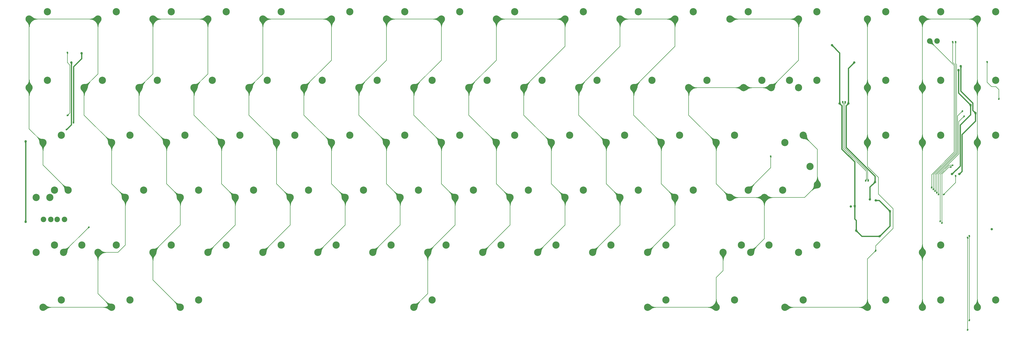
<source format=gbr>
%TF.GenerationSoftware,KiCad,Pcbnew,(5.1.10)-1*%
%TF.CreationDate,2021-12-21T07:20:54+07:00*%
%TF.ProjectId,solder,736f6c64-6572-42e6-9b69-6361645f7063,rev?*%
%TF.SameCoordinates,Original*%
%TF.FileFunction,Copper,L1,Top*%
%TF.FilePolarity,Positive*%
%FSLAX46Y46*%
G04 Gerber Fmt 4.6, Leading zero omitted, Abs format (unit mm)*
G04 Created by KiCad (PCBNEW (5.1.10)-1) date 2021-12-21 07:20:54*
%MOMM*%
%LPD*%
G01*
G04 APERTURE LIST*
%TA.AperFunction,ComponentPad*%
%ADD10C,2.500000*%
%TD*%
%TA.AperFunction,ComponentPad*%
%ADD11C,1.905000*%
%TD*%
%TA.AperFunction,ViaPad*%
%ADD12C,0.600000*%
%TD*%
%TA.AperFunction,ViaPad*%
%ADD13C,0.800000*%
%TD*%
%TA.AperFunction,Conductor*%
%ADD14C,0.200000*%
%TD*%
%TA.AperFunction,Conductor*%
%ADD15C,0.400000*%
%TD*%
%TA.AperFunction,Conductor*%
%ADD16C,0.025400*%
%TD*%
%TA.AperFunction,Conductor*%
%ADD17C,0.100000*%
%TD*%
G04 APERTURE END LIST*
D10*
%TO.P,MX28,1*%
%TO.N,C1*%
X67627500Y-64135000D03*
%TO.P,MX28,2*%
%TO.N,Net-(D15-Pad2)*%
X73977500Y-61595000D03*
%TD*%
D11*
%TO.P,D115,1*%
%TO.N,Net-(D114-Pad1)*%
X29686250Y-90805000D03*
%TO.P,D115,2*%
%TO.N,+5V*%
X32226250Y-90805000D03*
%TD*%
%TO.P,D114,1*%
%TO.N,Net-(D114-Pad1)*%
X27463772Y-90805072D03*
%TO.P,D114,2*%
%TO.N,+5V*%
X24923772Y-90805072D03*
%TD*%
%TO.P,D113,1*%
%TO.N,Net-(D113-Pad1)*%
X332105000Y-28892500D03*
%TO.P,D113,2*%
%TO.N,+5V*%
X334645000Y-28892500D03*
%TD*%
D10*
%TO.P,MX84,2*%
%TO.N,Net-(D82-Pad2)*%
X281146250Y-80645000D03*
%TO.P,MX84,1*%
%TO.N,C6*%
X274796250Y-83185000D03*
%TD*%
%TO.P,MX56,2*%
%TO.N,Net-(D48-Pad2)*%
X159702500Y-118745000D03*
%TO.P,MX56,1*%
%TO.N,C3*%
X153352500Y-121285000D03*
%TD*%
%TO.P,MX103,1*%
%TO.N,C8*%
X348615000Y-21272500D03*
%TO.P,MX103,2*%
%TO.N,Net-(D103-Pad2)*%
X354965000Y-18732500D03*
%TD*%
%TO.P,MX108,1*%
%TO.N,C8*%
X348615000Y-121285000D03*
%TO.P,MX108,2*%
%TO.N,Net-(D108-Pad2)*%
X354965000Y-118745000D03*
%TD*%
%TO.P,MX76,2*%
%TO.N,C6*%
X293211492Y-78740064D03*
%TO.P,MX76,1*%
%TO.N,Net-(D82-Pad2)*%
X290671492Y-72390064D03*
%TD*%
%TO.P,MX79,1*%
%TO.N,C6*%
X262890224Y-83185072D03*
%TO.P,MX79,2*%
%TO.N,Net-(D81-Pad2)*%
X269240224Y-80645072D03*
%TD*%
%TO.P,MX71,1*%
%TO.N,C0*%
X22383772Y-83185072D03*
%TO.P,MX71,2*%
%TO.N,Net-(D4-Pad2)*%
X28733772Y-80645072D03*
%TD*%
%TO.P,MX66,2*%
%TO.N,Net-(D5-Pad2)*%
X38258750Y-99695000D03*
%TO.P,MX66,1*%
%TO.N,C0*%
X31908750Y-102235000D03*
%TD*%
%TO.P,MX61,2*%
%TO.N,Net-(D77-Pad2)*%
X276383750Y-99695000D03*
%TO.P,MX61,1*%
%TO.N,C6*%
X270033750Y-102235000D03*
%TD*%
%TO.P,MX51,2*%
%TO.N,Net-(D80-Pad2)*%
X283527500Y-42545000D03*
%TO.P,MX51,1*%
%TO.N,C6*%
X277177500Y-45085000D03*
%TD*%
%TO.P,MX15,1*%
%TO.N,Net-(D81-Pad2)*%
X281940000Y-64135000D03*
%TO.P,MX15,2*%
%TO.N,C6*%
X288290000Y-61595000D03*
%TD*%
%TO.P,MX105,1*%
%TO.N,C8*%
X348615000Y-64135000D03*
%TO.P,MX105,2*%
%TO.N,Net-(D105-Pad2)*%
X354965000Y-61595000D03*
%TD*%
%TO.P,MX93,1*%
%TO.N,C8*%
X329565000Y-64135000D03*
%TO.P,MX93,2*%
%TO.N,Net-(D87-Pad2)*%
X335915000Y-61595000D03*
%TD*%
%TO.P,MX88,1*%
%TO.N,C7*%
X310515000Y-64135000D03*
%TO.P,MX88,2*%
%TO.N,Net-(D93-Pad2)*%
X316865000Y-61595000D03*
%TD*%
%TO.P,MX46,1*%
%TO.N,C7*%
X281940000Y-121285000D03*
%TO.P,MX46,2*%
%TO.N,Net-(D90-Pad2)*%
X288290000Y-118745000D03*
%TD*%
%TO.P,MX41,1*%
%TO.N,C6*%
X258127500Y-121285000D03*
%TO.P,MX41,2*%
%TO.N,Net-(D84-Pad2)*%
X264477500Y-118745000D03*
%TD*%
%TO.P,MX36,1*%
%TO.N,C6*%
X234315000Y-121285000D03*
%TO.P,MX36,2*%
%TO.N,Net-(D78-Pad2)*%
X240665000Y-118745000D03*
%TD*%
%TO.P,MX31,1*%
%TO.N,C1*%
X72390000Y-121285000D03*
%TO.P,MX31,2*%
%TO.N,Net-(D18-Pad2)*%
X78740000Y-118745000D03*
%TD*%
%TO.P,MX21,1*%
%TO.N,C0*%
X24765000Y-121285000D03*
%TO.P,MX21,2*%
%TO.N,Net-(D6-Pad2)*%
X31115000Y-118745000D03*
%TD*%
%TO.P,MX80,1*%
%TO.N,C6*%
X260508750Y-102235000D03*
%TO.P,MX80,2*%
%TO.N,Net-(D77-Pad2)*%
X266858750Y-99695000D03*
%TD*%
%TO.P,MX102,1*%
%TO.N,C8*%
X329565000Y-121285000D03*
%TO.P,MX102,2*%
%TO.N,Net-(D102-Pad2)*%
X335915000Y-118745000D03*
%TD*%
%TO.P,MX96,1*%
%TO.N,C7*%
X310515000Y-121285000D03*
%TO.P,MX96,2*%
%TO.N,Net-(D96-Pad2)*%
X316865000Y-118745000D03*
%TD*%
%TO.P,MX26,1*%
%TO.N,C0*%
X48577500Y-121285000D03*
%TO.P,MX26,2*%
%TO.N,Net-(D12-Pad2)*%
X54927500Y-118745000D03*
%TD*%
%TO.P,MX20,1*%
%TO.N,C0*%
X22383750Y-102235000D03*
%TO.P,MX20,2*%
%TO.N,Net-(D5-Pad2)*%
X28733750Y-99695000D03*
%TD*%
%TO.P,MX101,1*%
%TO.N,C8*%
X329565000Y-102235000D03*
%TO.P,MX101,2*%
%TO.N,Net-(D101-Pad2)*%
X335915000Y-99695000D03*
%TD*%
%TO.P,MX85,1*%
%TO.N,C6*%
X286702500Y-102235000D03*
%TO.P,MX85,2*%
%TO.N,Net-(D83-Pad2)*%
X293052500Y-99695000D03*
%TD*%
%TO.P,MX75,1*%
%TO.N,C5*%
X234315000Y-102235000D03*
%TO.P,MX75,2*%
%TO.N,Net-(D71-Pad2)*%
X240665000Y-99695000D03*
%TD*%
%TO.P,MX70,1*%
%TO.N,C5*%
X215265000Y-102235000D03*
%TO.P,MX70,2*%
%TO.N,Net-(D65-Pad2)*%
X221615000Y-99695000D03*
%TD*%
%TO.P,MX65,1*%
%TO.N,C4*%
X196215000Y-102235000D03*
%TO.P,MX65,2*%
%TO.N,Net-(D59-Pad2)*%
X202565000Y-99695000D03*
%TD*%
%TO.P,MX60,1*%
%TO.N,C4*%
X177165000Y-102235000D03*
%TO.P,MX60,2*%
%TO.N,Net-(D53-Pad2)*%
X183515000Y-99695000D03*
%TD*%
%TO.P,MX55,1*%
%TO.N,C3*%
X158115000Y-102235000D03*
%TO.P,MX55,2*%
%TO.N,Net-(D47-Pad2)*%
X164465000Y-99695000D03*
%TD*%
%TO.P,MX50,1*%
%TO.N,C3*%
X139065000Y-102235000D03*
%TO.P,MX50,2*%
%TO.N,Net-(D41-Pad2)*%
X145415000Y-99695000D03*
%TD*%
%TO.P,MX45,1*%
%TO.N,C2*%
X120015000Y-102235000D03*
%TO.P,MX45,2*%
%TO.N,Net-(D35-Pad2)*%
X126365000Y-99695000D03*
%TD*%
%TO.P,MX40,1*%
%TO.N,C2*%
X100965000Y-102235000D03*
%TO.P,MX40,2*%
%TO.N,Net-(D29-Pad2)*%
X107315000Y-99695000D03*
%TD*%
%TO.P,MX35,1*%
%TO.N,C1*%
X81915000Y-102235000D03*
%TO.P,MX35,2*%
%TO.N,Net-(D23-Pad2)*%
X88265000Y-99695000D03*
%TD*%
%TO.P,MX30,1*%
%TO.N,C1*%
X62865000Y-102235000D03*
%TO.P,MX30,2*%
%TO.N,Net-(D17-Pad2)*%
X69215000Y-99695000D03*
%TD*%
%TO.P,MX25,1*%
%TO.N,C0*%
X43815000Y-102235000D03*
%TO.P,MX25,2*%
%TO.N,Net-(D11-Pad2)*%
X50165000Y-99695000D03*
%TD*%
%TO.P,MX19,1*%
%TO.N,Net-(D4-Pad2)*%
X27146250Y-83185000D03*
%TO.P,MX19,2*%
%TO.N,C0*%
X33496250Y-80645000D03*
%TD*%
%TO.P,MX74,1*%
%TO.N,C5*%
X243840000Y-83185000D03*
%TO.P,MX74,2*%
%TO.N,Net-(D70-Pad2)*%
X250190000Y-80645000D03*
%TD*%
%TO.P,MX69,1*%
%TO.N,C5*%
X224790000Y-83185000D03*
%TO.P,MX69,2*%
%TO.N,Net-(D64-Pad2)*%
X231140000Y-80645000D03*
%TD*%
%TO.P,MX64,1*%
%TO.N,C4*%
X205740000Y-83185000D03*
%TO.P,MX64,2*%
%TO.N,Net-(D58-Pad2)*%
X212090000Y-80645000D03*
%TD*%
%TO.P,MX59,1*%
%TO.N,C4*%
X186690000Y-83185000D03*
%TO.P,MX59,2*%
%TO.N,Net-(D52-Pad2)*%
X193040000Y-80645000D03*
%TD*%
%TO.P,MX54,1*%
%TO.N,C3*%
X167640000Y-83185000D03*
%TO.P,MX54,2*%
%TO.N,Net-(D46-Pad2)*%
X173990000Y-80645000D03*
%TD*%
%TO.P,MX49,1*%
%TO.N,C3*%
X148590000Y-83185000D03*
%TO.P,MX49,2*%
%TO.N,Net-(D40-Pad2)*%
X154940000Y-80645000D03*
%TD*%
%TO.P,MX44,1*%
%TO.N,C2*%
X129540000Y-83185000D03*
%TO.P,MX44,2*%
%TO.N,Net-(D34-Pad2)*%
X135890000Y-80645000D03*
%TD*%
%TO.P,MX39,1*%
%TO.N,C2*%
X110490000Y-83185000D03*
%TO.P,MX39,2*%
%TO.N,Net-(D28-Pad2)*%
X116840000Y-80645000D03*
%TD*%
%TO.P,MX34,1*%
%TO.N,C1*%
X91440000Y-83185000D03*
%TO.P,MX34,2*%
%TO.N,Net-(D22-Pad2)*%
X97790000Y-80645000D03*
%TD*%
%TO.P,MX29,1*%
%TO.N,C1*%
X72390000Y-83185000D03*
%TO.P,MX29,2*%
%TO.N,Net-(D16-Pad2)*%
X78740000Y-80645000D03*
%TD*%
%TO.P,MX24,1*%
%TO.N,C0*%
X53340000Y-83185000D03*
%TO.P,MX24,2*%
%TO.N,Net-(D10-Pad2)*%
X59690000Y-80645000D03*
%TD*%
%TO.P,MX18,1*%
%TO.N,C0*%
X24765000Y-64135000D03*
%TO.P,MX18,2*%
%TO.N,Net-(D3-Pad2)*%
X31115000Y-61595000D03*
%TD*%
%TO.P,MX78,1*%
%TO.N,C6*%
X258127500Y-64135000D03*
%TO.P,MX78,2*%
%TO.N,Net-(D75-Pad2)*%
X264477500Y-61595000D03*
%TD*%
%TO.P,MX73,1*%
%TO.N,C5*%
X239077500Y-64135000D03*
%TO.P,MX73,2*%
%TO.N,Net-(D69-Pad2)*%
X245427500Y-61595000D03*
%TD*%
%TO.P,MX68,1*%
%TO.N,C5*%
X220027500Y-64135000D03*
%TO.P,MX68,2*%
%TO.N,Net-(D63-Pad2)*%
X226377500Y-61595000D03*
%TD*%
%TO.P,MX63,1*%
%TO.N,C4*%
X200977500Y-64135000D03*
%TO.P,MX63,2*%
%TO.N,Net-(D57-Pad2)*%
X207327500Y-61595000D03*
%TD*%
%TO.P,MX58,1*%
%TO.N,C4*%
X181927500Y-64135000D03*
%TO.P,MX58,2*%
%TO.N,Net-(D51-Pad2)*%
X188277500Y-61595000D03*
%TD*%
%TO.P,MX53,1*%
%TO.N,C3*%
X162877500Y-64135000D03*
%TO.P,MX53,2*%
%TO.N,Net-(D45-Pad2)*%
X169227500Y-61595000D03*
%TD*%
%TO.P,MX48,1*%
%TO.N,C3*%
X143827500Y-64135000D03*
%TO.P,MX48,2*%
%TO.N,Net-(D39-Pad2)*%
X150177500Y-61595000D03*
%TD*%
%TO.P,MX43,1*%
%TO.N,C2*%
X124777500Y-64135000D03*
%TO.P,MX43,2*%
%TO.N,Net-(D33-Pad2)*%
X131127500Y-61595000D03*
%TD*%
%TO.P,MX38,1*%
%TO.N,C2*%
X105727500Y-64135000D03*
%TO.P,MX38,2*%
%TO.N,Net-(D27-Pad2)*%
X112077500Y-61595000D03*
%TD*%
%TO.P,MX33,1*%
%TO.N,C1*%
X86677500Y-64135000D03*
%TO.P,MX33,2*%
%TO.N,Net-(D21-Pad2)*%
X93027500Y-61595000D03*
%TD*%
%TO.P,MX23,1*%
%TO.N,C0*%
X48577500Y-64135000D03*
%TO.P,MX23,2*%
%TO.N,Net-(D9-Pad2)*%
X54927500Y-61595000D03*
%TD*%
%TO.P,MX104,1*%
%TO.N,C8*%
X348615000Y-45085000D03*
%TO.P,MX104,2*%
%TO.N,Net-(D104-Pad2)*%
X354965000Y-42545000D03*
%TD*%
%TO.P,MX98,1*%
%TO.N,C8*%
X329565000Y-45085000D03*
%TO.P,MX98,2*%
%TO.N,Net-(D98-Pad2)*%
X335915000Y-42545000D03*
%TD*%
%TO.P,MX92,1*%
%TO.N,C7*%
X310515000Y-45085000D03*
%TO.P,MX92,2*%
%TO.N,Net-(D92-Pad2)*%
X316865000Y-42545000D03*
%TD*%
%TO.P,MX87,1*%
%TO.N,C7*%
X286702500Y-45085000D03*
%TO.P,MX87,2*%
%TO.N,Net-(D86-Pad2)*%
X293052500Y-42545000D03*
%TD*%
%TO.P,MX82,1*%
%TO.N,C6*%
X267652500Y-45085000D03*
%TO.P,MX82,2*%
%TO.N,Net-(D80-Pad2)*%
X274002500Y-42545000D03*
%TD*%
%TO.P,MX77,1*%
%TO.N,C6*%
X248602500Y-45085000D03*
%TO.P,MX77,2*%
%TO.N,Net-(D74-Pad2)*%
X254952500Y-42545000D03*
%TD*%
%TO.P,MX72,1*%
%TO.N,C5*%
X229552500Y-45085000D03*
%TO.P,MX72,2*%
%TO.N,Net-(D68-Pad2)*%
X235902500Y-42545000D03*
%TD*%
%TO.P,MX67,1*%
%TO.N,C5*%
X210502500Y-45085000D03*
%TO.P,MX67,2*%
%TO.N,Net-(D62-Pad2)*%
X216852500Y-42545000D03*
%TD*%
%TO.P,MX62,1*%
%TO.N,C4*%
X191452500Y-45085000D03*
%TO.P,MX62,2*%
%TO.N,Net-(D56-Pad2)*%
X197802500Y-42545000D03*
%TD*%
%TO.P,MX57,1*%
%TO.N,C4*%
X172402500Y-45085000D03*
%TO.P,MX57,2*%
%TO.N,Net-(D50-Pad2)*%
X178752500Y-42545000D03*
%TD*%
%TO.P,MX52,1*%
%TO.N,C3*%
X153352500Y-45085000D03*
%TO.P,MX52,2*%
%TO.N,Net-(D44-Pad2)*%
X159702500Y-42545000D03*
%TD*%
%TO.P,MX47,1*%
%TO.N,C3*%
X134302500Y-45085000D03*
%TO.P,MX47,2*%
%TO.N,Net-(D38-Pad2)*%
X140652500Y-42545000D03*
%TD*%
%TO.P,MX42,1*%
%TO.N,C2*%
X115252500Y-45085000D03*
%TO.P,MX42,2*%
%TO.N,Net-(D32-Pad2)*%
X121602500Y-42545000D03*
%TD*%
%TO.P,MX37,1*%
%TO.N,C2*%
X96202500Y-45085000D03*
%TO.P,MX37,2*%
%TO.N,Net-(D26-Pad2)*%
X102552500Y-42545000D03*
%TD*%
%TO.P,MX32,1*%
%TO.N,C1*%
X77152500Y-45085000D03*
%TO.P,MX32,2*%
%TO.N,Net-(D20-Pad2)*%
X83502500Y-42545000D03*
%TD*%
%TO.P,MX27,1*%
%TO.N,C1*%
X58102500Y-45085000D03*
%TO.P,MX27,2*%
%TO.N,Net-(D14-Pad2)*%
X64452500Y-42545000D03*
%TD*%
%TO.P,MX22,1*%
%TO.N,C0*%
X39052500Y-45085000D03*
%TO.P,MX22,2*%
%TO.N,Net-(D8-Pad2)*%
X45402500Y-42545000D03*
%TD*%
%TO.P,MX17,1*%
%TO.N,C0*%
X20002500Y-45085000D03*
%TO.P,MX17,2*%
%TO.N,Net-(D2-Pad2)*%
X26352500Y-42545000D03*
%TD*%
%TO.P,MX97,1*%
%TO.N,C8*%
X329565000Y-21272500D03*
%TO.P,MX97,2*%
%TO.N,Net-(D97-Pad2)*%
X335915000Y-18732500D03*
%TD*%
%TO.P,MX16,1*%
%TO.N,C7*%
X310515000Y-21272500D03*
%TO.P,MX16,2*%
%TO.N,Net-(D91-Pad2)*%
X316865000Y-18732500D03*
%TD*%
%TO.P,MX14,1*%
%TO.N,C6*%
X286702500Y-21272500D03*
%TO.P,MX14,2*%
%TO.N,Net-(D79-Pad2)*%
X293052500Y-18732500D03*
%TD*%
%TO.P,MX13,1*%
%TO.N,C6*%
X262890000Y-21272500D03*
%TO.P,MX13,2*%
%TO.N,Net-(D73-Pad2)*%
X269240000Y-18732500D03*
%TD*%
%TO.P,MX12,1*%
%TO.N,C5*%
X243840000Y-21272500D03*
%TO.P,MX12,2*%
%TO.N,Net-(D67-Pad2)*%
X250190000Y-18732500D03*
%TD*%
%TO.P,MX11,1*%
%TO.N,C5*%
X224790000Y-21272500D03*
%TO.P,MX11,2*%
%TO.N,Net-(D61-Pad2)*%
X231140000Y-18732500D03*
%TD*%
%TO.P,MX10,1*%
%TO.N,C4*%
X205740000Y-21272500D03*
%TO.P,MX10,2*%
%TO.N,Net-(D55-Pad2)*%
X212090000Y-18732500D03*
%TD*%
%TO.P,MX9,1*%
%TO.N,C4*%
X181927500Y-21272500D03*
%TO.P,MX9,2*%
%TO.N,Net-(D49-Pad2)*%
X188277500Y-18732500D03*
%TD*%
%TO.P,MX8,1*%
%TO.N,C3*%
X162877500Y-21272500D03*
%TO.P,MX8,2*%
%TO.N,Net-(D43-Pad2)*%
X169227500Y-18732500D03*
%TD*%
%TO.P,MX7,1*%
%TO.N,C3*%
X143827500Y-21272500D03*
%TO.P,MX7,2*%
%TO.N,Net-(D37-Pad2)*%
X150177500Y-18732500D03*
%TD*%
%TO.P,MX6,1*%
%TO.N,C2*%
X124777500Y-21272500D03*
%TO.P,MX6,2*%
%TO.N,Net-(D31-Pad2)*%
X131127500Y-18732500D03*
%TD*%
%TO.P,MX5,1*%
%TO.N,C2*%
X100965000Y-21272500D03*
%TO.P,MX5,2*%
%TO.N,Net-(D25-Pad2)*%
X107315000Y-18732500D03*
%TD*%
%TO.P,MX4,1*%
%TO.N,C1*%
X81915000Y-21272500D03*
%TO.P,MX4,2*%
%TO.N,Net-(D19-Pad2)*%
X88265000Y-18732500D03*
%TD*%
%TO.P,MX3,1*%
%TO.N,C1*%
X62865000Y-21272500D03*
%TO.P,MX3,2*%
%TO.N,Net-(D13-Pad2)*%
X69215000Y-18732500D03*
%TD*%
%TO.P,MX2,1*%
%TO.N,C0*%
X43815000Y-21272500D03*
%TO.P,MX2,2*%
%TO.N,Net-(D7-Pad2)*%
X50165000Y-18732500D03*
%TD*%
%TO.P,MX1,1*%
%TO.N,C0*%
X20002500Y-21272500D03*
%TO.P,MX1,2*%
%TO.N,Net-(D1-Pad2)*%
X26352500Y-18732500D03*
%TD*%
D12*
%TO.N,Net-(D81-Pad2)*%
X277025250Y-68851603D03*
D13*
%TO.N,+5V*%
X306145569Y-86165698D03*
X306631399Y-94674500D03*
X318337768Y-87951637D03*
X313391177Y-84195673D03*
X314765890Y-96643390D03*
D12*
X35345345Y-57251600D03*
D13*
X38168780Y-33103620D03*
X347980000Y-53848000D03*
X342914020Y-37606020D03*
X342384349Y-75088812D03*
X300919004Y-50551625D03*
X298251781Y-30360963D03*
%TO.N,GND*%
X303919004Y-50551625D03*
X304800256Y-86320385D03*
X311407461Y-83880371D03*
X34645345Y-36314093D03*
D12*
X32957552Y-59600048D03*
D13*
X18745329Y-63698491D03*
X18745329Y-91628202D03*
X346276170Y-51128170D03*
X342114020Y-38982768D03*
X353626783Y-94165783D03*
X339844349Y-75088812D03*
X313134638Y-77843476D03*
X305990658Y-36314093D03*
D12*
%TO.N,DG-*%
X301994004Y-50006292D03*
X309980729Y-77390690D03*
%TO.N,DG+*%
X302844004Y-50006292D03*
X310830729Y-77390690D03*
%TO.N,RST*%
X341114349Y-75604751D03*
X336979967Y-82171942D03*
%TO.N,MISO*%
X334579967Y-81571942D03*
X343495601Y-53192231D03*
%TO.N,MOSI*%
X333979967Y-80971942D03*
X341114349Y-29170337D03*
%TO.N,C0*%
X40679609Y-93464141D03*
%TO.N,C7*%
X313390264Y-101658436D03*
%TO.N,R0*%
X333379967Y-80371942D03*
X340132788Y-29170337D03*
%TO.N,R4*%
X340133097Y-72032873D03*
X335779967Y-91498833D03*
%TO.N,R10*%
X345276853Y-129182921D03*
X345276853Y-97045393D03*
%TO.N,R3*%
X335179967Y-82171942D03*
X344095602Y-54973482D03*
%TO.N,R5*%
X336379967Y-92098833D03*
X339533097Y-72634410D03*
%TO.N,R11*%
X345876853Y-125820417D03*
X345876853Y-96445393D03*
%TO.N,Net-(D24-Pad4)*%
X356108000Y-49043683D03*
X352044000Y-36068000D03*
%TO.N,Net-(D85-Pad4)*%
X33268780Y-32887780D03*
X33285552Y-54700048D03*
%TO.N,Net-(D113-Pad1)*%
X332779967Y-79771942D03*
%TD*%
D14*
%TO.N,Net-(D81-Pad2)*%
X277025250Y-72860046D02*
X269240224Y-80645072D01*
X277025250Y-68851603D02*
X277025250Y-72860046D01*
D15*
%TO.N,+5V*%
X306145569Y-86165698D02*
X306145569Y-90642263D01*
X306631399Y-91128093D02*
X306631399Y-94674500D01*
X306145569Y-90642263D02*
X306631399Y-91128093D01*
X314581804Y-84195673D02*
X318337768Y-87951637D01*
X313391177Y-84195673D02*
X314581804Y-84195673D01*
X308600289Y-96643390D02*
X306631399Y-94674500D01*
X314765890Y-96643390D02*
X308600289Y-96643390D01*
X318337768Y-93071512D02*
X314765890Y-96643390D01*
X318337768Y-87951637D02*
X318337768Y-93071512D01*
X38168780Y-34983220D02*
X38168780Y-33103620D01*
X35345345Y-37806655D02*
X38168780Y-34983220D01*
X35345345Y-57251600D02*
X35345345Y-37806655D01*
X347076171Y-52944171D02*
X347980000Y-53848000D01*
X347076171Y-50404171D02*
X347076171Y-52944171D01*
X342914020Y-46242020D02*
X347076171Y-50404171D01*
X347980000Y-53848000D02*
X347980000Y-53848000D01*
X342914020Y-46242020D02*
X342914020Y-37606020D01*
X342914020Y-37606020D02*
X342914020Y-37606020D01*
X347980000Y-53848000D02*
X347980000Y-56651299D01*
X347980000Y-56651299D02*
X343314060Y-61317239D01*
X343314060Y-74159101D02*
X342384349Y-75088812D01*
X343314060Y-61317239D02*
X343314060Y-74159101D01*
X300919004Y-50551625D02*
X300919004Y-50551625D01*
X301693994Y-51326615D02*
X300919004Y-50551625D01*
X301693994Y-66380053D02*
X301693996Y-66380055D01*
X306145569Y-70831628D02*
X301693994Y-66380053D01*
X306145569Y-86165698D02*
X306145569Y-70831628D01*
X301693994Y-51326615D02*
X301693994Y-66380053D01*
X300919004Y-33028186D02*
X298251781Y-30360963D01*
X300919004Y-50551625D02*
X300919004Y-33028186D01*
%TO.N,GND*%
X303919004Y-50551625D02*
X303919004Y-50551625D01*
X303144014Y-51326615D02*
X303919004Y-50551625D01*
X34645345Y-57912255D02*
X34645345Y-36314093D01*
X32957552Y-59600048D02*
X34645345Y-57912255D01*
X18745329Y-63698491D02*
X18745329Y-91628202D01*
X18745329Y-91628202D02*
X18745329Y-91628202D01*
X346276170Y-51128170D02*
X346276170Y-51128170D01*
X342114020Y-46966020D02*
X342114020Y-38982768D01*
X346276170Y-51128170D02*
X342114020Y-46966020D01*
X346276170Y-51128170D02*
X346276170Y-54476880D01*
X346276170Y-54476880D02*
X342714050Y-58039000D01*
X342714050Y-72219111D02*
X339844349Y-75088812D01*
X342714050Y-58039000D02*
X342714050Y-72219111D01*
X313134638Y-75770057D02*
X313134638Y-77843476D01*
X303144014Y-65779433D02*
X313134638Y-75770057D01*
X311407461Y-79570653D02*
X313134638Y-77843476D01*
X311407461Y-83880371D02*
X311407461Y-79570653D01*
X303919004Y-38385747D02*
X305990658Y-36314093D01*
X303144014Y-51326615D02*
X303144014Y-65779433D01*
X303919004Y-38385747D02*
X303919004Y-50551625D01*
D14*
%TO.N,DG-*%
X310180729Y-77190690D02*
X309980729Y-77390690D01*
X310180729Y-74159668D02*
X310180729Y-77190690D01*
X302194004Y-66172943D02*
X310180729Y-74159668D01*
X302194004Y-50206292D02*
X302194004Y-66172943D01*
X301994004Y-50006292D02*
X302194004Y-50206292D01*
%TO.N,DG+*%
X302644004Y-65986543D02*
X310630729Y-73973268D01*
X310630729Y-73973268D02*
X310630729Y-77190690D01*
X302644004Y-50206292D02*
X302644004Y-65986543D01*
X310630729Y-77190690D02*
X310830729Y-77390690D01*
X302844004Y-50006292D02*
X302644004Y-50206292D01*
%TO.N,RST*%
X341114349Y-78037560D02*
X336979967Y-82171942D01*
X341114349Y-75604751D02*
X341114349Y-78037560D01*
%TO.N,MISO*%
X341814030Y-54873802D02*
X343495601Y-53192231D01*
X341814030Y-67934067D02*
X341814030Y-54873802D01*
X334579970Y-75168127D02*
X341814030Y-67934067D01*
X334579967Y-75168127D02*
X334579970Y-75168127D01*
X334579967Y-81571942D02*
X334579967Y-75168127D01*
%TO.N,MOSI*%
X333979967Y-80971942D02*
X333979967Y-75202429D01*
X333979967Y-75202429D02*
X341414020Y-67768378D01*
X341414020Y-67768378D02*
X341414020Y-37070122D01*
X341114349Y-36770451D02*
X341414020Y-37070122D01*
X341114349Y-29170337D02*
X341114349Y-36770451D01*
%TO.N,C0*%
X20002500Y-21272500D02*
X20002500Y-45085000D01*
X20002500Y-59372500D02*
X24765000Y-64135000D01*
X20002500Y-45085000D02*
X20002500Y-59372500D01*
X24765000Y-71913750D02*
X33496250Y-80645000D01*
X24765000Y-64135000D02*
X24765000Y-71913750D01*
X31908750Y-102235000D02*
X40679609Y-93464141D01*
X40679609Y-93464141D02*
X40679609Y-93464141D01*
X43815000Y-116522500D02*
X48577500Y-121285000D01*
X43815000Y-102235000D02*
X43815000Y-116522500D01*
X24765000Y-121285000D02*
X48577500Y-121285000D01*
X48577500Y-78422500D02*
X53340000Y-83185000D01*
X48577500Y-64135000D02*
X48577500Y-78422500D01*
X43815000Y-40322500D02*
X39052500Y-45085000D01*
X43815000Y-21272500D02*
X43815000Y-40322500D01*
X39052500Y-54610000D02*
X48577500Y-64135000D01*
X39052500Y-45085000D02*
X39052500Y-54610000D01*
X20002500Y-21272500D02*
X43815000Y-21272500D01*
X53340000Y-83185000D02*
X53340000Y-99655441D01*
X50760441Y-102235000D02*
X43815000Y-102235000D01*
X53340000Y-99655441D02*
X50760441Y-102235000D01*
%TO.N,C1*%
X62865000Y-111760000D02*
X72390000Y-121285000D01*
X62865000Y-102235000D02*
X62865000Y-111760000D01*
X72390000Y-92710000D02*
X62865000Y-102235000D01*
X72390000Y-83185000D02*
X72390000Y-92710000D01*
X67627500Y-78422500D02*
X72390000Y-83185000D01*
X67627500Y-64135000D02*
X67627500Y-78422500D01*
X58102500Y-54610000D02*
X67627500Y-64135000D01*
X58102500Y-45085000D02*
X58102500Y-54610000D01*
X62865000Y-40322500D02*
X58102500Y-45085000D01*
X62865000Y-21272500D02*
X62865000Y-40322500D01*
X62865000Y-21272500D02*
X81915000Y-21272500D01*
X81915000Y-40322500D02*
X77152500Y-45085000D01*
X81915000Y-21272500D02*
X81915000Y-40322500D01*
X77152500Y-54610000D02*
X86677500Y-64135000D01*
X77152500Y-45085000D02*
X77152500Y-54610000D01*
X86677500Y-78422500D02*
X91440000Y-83185000D01*
X86677500Y-64135000D02*
X86677500Y-78422500D01*
X91440000Y-92710000D02*
X81915000Y-102235000D01*
X91440000Y-83185000D02*
X91440000Y-92710000D01*
%TO.N,C2*%
X100965000Y-21272500D02*
X124777500Y-21272500D01*
X100965000Y-40322500D02*
X96202500Y-45085000D01*
X100965000Y-21272500D02*
X100965000Y-40322500D01*
X96202500Y-54610000D02*
X105727500Y-64135000D01*
X96202500Y-45085000D02*
X96202500Y-54610000D01*
X105727500Y-78422500D02*
X110490000Y-83185000D01*
X105727500Y-64135000D02*
X105727500Y-78422500D01*
X110490000Y-92710000D02*
X100965000Y-102235000D01*
X110490000Y-83185000D02*
X110490000Y-92710000D01*
X129540000Y-92710000D02*
X120015000Y-102235000D01*
X129540000Y-83185000D02*
X129540000Y-92710000D01*
X124777500Y-78422500D02*
X129540000Y-83185000D01*
X124777500Y-64135000D02*
X124777500Y-78422500D01*
X115252500Y-54610000D02*
X124777500Y-64135000D01*
X115252500Y-45085000D02*
X115252500Y-54610000D01*
X124777500Y-35560000D02*
X115252500Y-45085000D01*
X124777500Y-21272500D02*
X124777500Y-35560000D01*
%TO.N,C3*%
X143827500Y-21272500D02*
X162877500Y-21272500D01*
X158115000Y-116522500D02*
X153352500Y-121285000D01*
X158115000Y-102235000D02*
X158115000Y-116522500D01*
X143827500Y-35560000D02*
X134302500Y-45085000D01*
X143827500Y-21272500D02*
X143827500Y-35560000D01*
X134302500Y-54610000D02*
X143827500Y-64135000D01*
X134302500Y-45085000D02*
X134302500Y-54610000D01*
X143827500Y-78422500D02*
X148590000Y-83185000D01*
X143827500Y-64135000D02*
X143827500Y-78422500D01*
X148590000Y-92710000D02*
X139065000Y-102235000D01*
X148590000Y-83185000D02*
X148590000Y-92710000D01*
X162877500Y-35560000D02*
X153352500Y-45085000D01*
X162877500Y-21272500D02*
X162877500Y-35560000D01*
X153352500Y-54610000D02*
X162877500Y-64135000D01*
X153352500Y-45085000D02*
X153352500Y-54610000D01*
X162877500Y-78422500D02*
X167640000Y-83185000D01*
X162877500Y-64135000D02*
X162877500Y-78422500D01*
X167640000Y-92710000D02*
X158115000Y-102235000D01*
X167640000Y-83185000D02*
X167640000Y-92710000D01*
%TO.N,C4*%
X181927500Y-21272500D02*
X205740000Y-21272500D01*
X181927500Y-35560000D02*
X172402500Y-45085000D01*
X181927500Y-21272500D02*
X181927500Y-35560000D01*
X172402500Y-54610000D02*
X181927500Y-64135000D01*
X172402500Y-45085000D02*
X172402500Y-54610000D01*
X181927500Y-78422500D02*
X186690000Y-83185000D01*
X181927500Y-64135000D02*
X181927500Y-78422500D01*
X186690000Y-92710000D02*
X177165000Y-102235000D01*
X186690000Y-83185000D02*
X186690000Y-92710000D01*
X205740000Y-92710000D02*
X196215000Y-102235000D01*
X205740000Y-83185000D02*
X205740000Y-92710000D01*
X200977500Y-78422500D02*
X205740000Y-83185000D01*
X200977500Y-64135000D02*
X200977500Y-78422500D01*
X191452500Y-54610000D02*
X200977500Y-64135000D01*
X191452500Y-45085000D02*
X191452500Y-54610000D01*
X205740000Y-30797500D02*
X191452500Y-45085000D01*
X205740000Y-21272500D02*
X205740000Y-30797500D01*
%TO.N,C5*%
X224790000Y-21272500D02*
X243840000Y-21272500D01*
X224790000Y-30797500D02*
X210502500Y-45085000D01*
X224790000Y-21272500D02*
X224790000Y-30797500D01*
X210502500Y-54610000D02*
X220027500Y-64135000D01*
X210502500Y-45085000D02*
X210502500Y-54610000D01*
X220027500Y-78422500D02*
X224790000Y-83185000D01*
X220027500Y-64135000D02*
X220027500Y-78422500D01*
X224790000Y-92710000D02*
X215265000Y-102235000D01*
X224790000Y-83185000D02*
X224790000Y-92710000D01*
X243840000Y-30797500D02*
X229552500Y-45085000D01*
X243840000Y-21272500D02*
X243840000Y-30797500D01*
X229552500Y-54610000D02*
X239077500Y-64135000D01*
X229552500Y-45085000D02*
X229552500Y-54610000D01*
X239077500Y-78422500D02*
X243840000Y-83185000D01*
X239077500Y-64135000D02*
X239077500Y-78422500D01*
X243840000Y-92710000D02*
X234315000Y-102235000D01*
X243840000Y-83185000D02*
X243840000Y-92710000D01*
%TO.N,C6*%
X234315000Y-121285000D02*
X258127500Y-121285000D01*
X260508750Y-102235000D02*
X260508750Y-108585310D01*
X258127500Y-110966560D02*
X258127500Y-121285000D01*
X260508750Y-108585310D02*
X258127500Y-110966560D01*
X274796250Y-97472500D02*
X270033750Y-102235000D01*
X274796250Y-83185000D02*
X274796250Y-97472500D01*
X267652500Y-45085000D02*
X277177500Y-45085000D01*
X248602500Y-45085000D02*
X267652500Y-45085000D01*
X262890000Y-21272500D02*
X286702500Y-21272500D01*
X248602500Y-54610000D02*
X258127500Y-64135000D01*
X248602500Y-45085000D02*
X248602500Y-54610000D01*
X258127500Y-78422348D02*
X262890224Y-83185072D01*
X258127500Y-64135000D02*
X258127500Y-78422348D01*
X288766556Y-83185000D02*
X293211492Y-78740064D01*
X274796250Y-83185000D02*
X288766556Y-83185000D01*
X274796178Y-83185072D02*
X274796250Y-83185000D01*
X262890224Y-83185072D02*
X274796178Y-83185072D01*
X293211492Y-66516492D02*
X288290000Y-61595000D01*
X293211492Y-78740064D02*
X293211492Y-66516492D01*
X286702500Y-35560000D02*
X277177500Y-45085000D01*
X286702500Y-21272500D02*
X286702500Y-35560000D01*
%TO.N,C7*%
X310515000Y-21272500D02*
X310515000Y-45085000D01*
X310515000Y-45085000D02*
X310515000Y-64135000D01*
X310515000Y-121285000D02*
X281940000Y-121285000D01*
X310515000Y-104533700D02*
X313390264Y-101658436D01*
X310515000Y-121285000D02*
X310515000Y-104533700D01*
X313390264Y-99982036D02*
X313390264Y-101658436D01*
X319417700Y-93954600D02*
X313390264Y-99982036D01*
X319417700Y-87045800D02*
X319417700Y-93954600D01*
X310515000Y-64135000D02*
X310515000Y-72443299D01*
X310515000Y-72443299D02*
X314325264Y-76253563D01*
X314325264Y-81953364D02*
X319417700Y-87045800D01*
X314325264Y-76253563D02*
X314325264Y-81953364D01*
%TO.N,C8*%
X329565000Y-21272500D02*
X329565000Y-45085000D01*
X329565000Y-47209974D02*
X329565000Y-64135000D01*
X329565000Y-45085000D02*
X329565000Y-47209974D01*
X329565000Y-64135000D02*
X329565000Y-102235000D01*
X329565000Y-121285000D02*
X329565000Y-102235000D01*
X348615000Y-21272500D02*
X348615000Y-45085000D01*
X348680001Y-64069999D02*
X348615000Y-64135000D01*
X348680001Y-48159003D02*
X348680001Y-64069999D01*
X348615000Y-48094002D02*
X348680001Y-48159003D01*
X348615000Y-45085000D02*
X348615000Y-48094002D01*
X348615000Y-64135000D02*
X348615000Y-121285000D01*
X329565000Y-21272500D02*
X348615000Y-21272500D01*
%TO.N,R0*%
X333379967Y-80371942D02*
X333379967Y-75236731D01*
X341014010Y-67602689D02*
X341014010Y-37235811D01*
X333379967Y-75236731D02*
X341014010Y-67602689D01*
X340132788Y-36354589D02*
X341014010Y-37235811D01*
X340132788Y-29170337D02*
X340132788Y-36354589D01*
%TO.N,R4*%
X335779967Y-75099527D02*
X335779967Y-91498833D01*
X338846621Y-72032873D02*
X335779967Y-75099527D01*
X340133097Y-72032873D02*
X338846621Y-72032873D01*
%TO.N,R10*%
X345276853Y-97045393D02*
X345276853Y-129182921D01*
%TO.N,R3*%
X342214040Y-68099756D02*
X342214040Y-56855044D01*
X335179967Y-75133828D02*
X342214040Y-68099756D01*
X335179967Y-82171942D02*
X335179967Y-75133828D01*
X342214040Y-56855044D02*
X344095602Y-54973482D01*
X344095602Y-54973482D02*
X344095602Y-54973482D01*
%TO.N,R5*%
X336379967Y-92098833D02*
X336379967Y-75065225D01*
X338810782Y-72634410D02*
X339533097Y-72634410D01*
X336379967Y-75065225D02*
X338810782Y-72634410D01*
%TO.N,R11*%
X345876853Y-96445393D02*
X345876853Y-96445393D01*
X345876853Y-125820417D02*
X345876853Y-96445393D01*
%TO.N,Net-(D24-Pad4)*%
X356108000Y-45720000D02*
X356108000Y-49043683D01*
X355092000Y-44704000D02*
X356108000Y-45720000D01*
X353568000Y-44704000D02*
X355092000Y-44704000D01*
X352044000Y-43180000D02*
X353568000Y-44704000D01*
X352044000Y-36068000D02*
X352044000Y-43180000D01*
%TO.N,Net-(D85-Pad4)*%
X33268780Y-32887780D02*
X33268780Y-36385245D01*
X33268780Y-36385245D02*
X34145335Y-37261800D01*
X34145335Y-37261800D02*
X34145335Y-53840265D01*
X34145335Y-53840265D02*
X33285552Y-54700048D01*
X33285552Y-54700048D02*
X33285552Y-54700048D01*
%TO.N,Net-(D113-Pad1)*%
X340614000Y-37401500D02*
X332105000Y-28892500D01*
X340614000Y-67437000D02*
X340614000Y-37401500D01*
X332779967Y-75271033D02*
X340614000Y-67437000D01*
X332779967Y-79771942D02*
X332779967Y-75271033D01*
%TD*%
D16*
%TO.N,Net-(D81-Pad2)*%
X271256239Y-78752724D02*
X271212922Y-78797053D01*
X271212716Y-78797269D01*
X271162415Y-78851223D01*
X271162210Y-78851448D01*
X271113700Y-78906047D01*
X271113497Y-78906281D01*
X271066778Y-78961525D01*
X271066577Y-78961769D01*
X271021647Y-79017659D01*
X271021449Y-79017912D01*
X270978310Y-79074447D01*
X270978115Y-79074709D01*
X270936766Y-79131889D01*
X270936575Y-79132160D01*
X270897017Y-79189985D01*
X270896831Y-79190265D01*
X270859062Y-79248736D01*
X270858881Y-79249025D01*
X270822904Y-79308141D01*
X270822729Y-79308437D01*
X270788541Y-79368198D01*
X270788373Y-79368502D01*
X270755976Y-79428909D01*
X270755815Y-79429219D01*
X270725208Y-79490271D01*
X270725054Y-79490589D01*
X270696237Y-79552286D01*
X270696092Y-79552609D01*
X270669066Y-79614951D01*
X270668929Y-79615279D01*
X270643693Y-79678267D01*
X270643565Y-79678599D01*
X270620119Y-79742232D01*
X270620001Y-79742568D01*
X270598346Y-79806846D01*
X270598237Y-79807185D01*
X270578372Y-79872109D01*
X270578273Y-79872450D01*
X270560198Y-79938018D01*
X270560109Y-79938360D01*
X270543824Y-80004574D01*
X270543744Y-80004916D01*
X270529250Y-80071776D01*
X270529181Y-80072118D01*
X270516477Y-80139622D01*
X270516418Y-80139963D01*
X270505505Y-80208113D01*
X270505455Y-80208451D01*
X270496332Y-80277246D01*
X270496292Y-80277582D01*
X270488959Y-80347023D01*
X270488929Y-80347356D01*
X270483386Y-80417442D01*
X270483364Y-80417770D01*
X270479612Y-80488501D01*
X270479599Y-80488825D01*
X270477637Y-80560201D01*
X270477632Y-80560520D01*
X270477484Y-80622827D01*
X268816262Y-81069034D01*
X269262469Y-79407812D01*
X269324775Y-79407663D01*
X269325094Y-79407658D01*
X269396470Y-79405696D01*
X269396794Y-79405683D01*
X269467525Y-79401931D01*
X269467853Y-79401909D01*
X269537939Y-79396366D01*
X269538272Y-79396336D01*
X269607713Y-79389003D01*
X269608049Y-79388963D01*
X269676844Y-79379840D01*
X269677182Y-79379790D01*
X269745332Y-79368877D01*
X269745673Y-79368818D01*
X269813177Y-79356114D01*
X269813519Y-79356045D01*
X269880379Y-79341551D01*
X269880721Y-79341471D01*
X269946935Y-79325186D01*
X269947277Y-79325097D01*
X270012845Y-79307022D01*
X270013186Y-79306923D01*
X270078110Y-79287058D01*
X270078449Y-79286949D01*
X270142727Y-79265294D01*
X270143063Y-79265176D01*
X270206696Y-79241730D01*
X270207028Y-79241602D01*
X270270016Y-79216366D01*
X270270344Y-79216229D01*
X270332686Y-79189203D01*
X270333009Y-79189058D01*
X270394706Y-79160241D01*
X270395024Y-79160087D01*
X270456076Y-79129480D01*
X270456386Y-79129319D01*
X270516793Y-79096922D01*
X270517097Y-79096754D01*
X270576858Y-79062567D01*
X270577155Y-79062392D01*
X270636271Y-79026414D01*
X270636559Y-79026233D01*
X270695030Y-78988464D01*
X270695310Y-78988278D01*
X270753135Y-78948720D01*
X270753406Y-78948529D01*
X270810586Y-78907180D01*
X270810848Y-78906985D01*
X270867383Y-78863846D01*
X270867636Y-78863648D01*
X270923526Y-78818718D01*
X270923770Y-78818517D01*
X270979014Y-78771798D01*
X270979248Y-78771595D01*
X271033847Y-78723085D01*
X271034072Y-78722880D01*
X271088026Y-78672579D01*
X271088242Y-78672374D01*
X271132572Y-78629057D01*
X271256239Y-78752724D01*
%TA.AperFunction,Conductor*%
D17*
G36*
X271256239Y-78752724D02*
G01*
X271212922Y-78797053D01*
X271212716Y-78797269D01*
X271162415Y-78851223D01*
X271162210Y-78851448D01*
X271113700Y-78906047D01*
X271113497Y-78906281D01*
X271066778Y-78961525D01*
X271066577Y-78961769D01*
X271021647Y-79017659D01*
X271021449Y-79017912D01*
X270978310Y-79074447D01*
X270978115Y-79074709D01*
X270936766Y-79131889D01*
X270936575Y-79132160D01*
X270897017Y-79189985D01*
X270896831Y-79190265D01*
X270859062Y-79248736D01*
X270858881Y-79249025D01*
X270822904Y-79308141D01*
X270822729Y-79308437D01*
X270788541Y-79368198D01*
X270788373Y-79368502D01*
X270755976Y-79428909D01*
X270755815Y-79429219D01*
X270725208Y-79490271D01*
X270725054Y-79490589D01*
X270696237Y-79552286D01*
X270696092Y-79552609D01*
X270669066Y-79614951D01*
X270668929Y-79615279D01*
X270643693Y-79678267D01*
X270643565Y-79678599D01*
X270620119Y-79742232D01*
X270620001Y-79742568D01*
X270598346Y-79806846D01*
X270598237Y-79807185D01*
X270578372Y-79872109D01*
X270578273Y-79872450D01*
X270560198Y-79938018D01*
X270560109Y-79938360D01*
X270543824Y-80004574D01*
X270543744Y-80004916D01*
X270529250Y-80071776D01*
X270529181Y-80072118D01*
X270516477Y-80139622D01*
X270516418Y-80139963D01*
X270505505Y-80208113D01*
X270505455Y-80208451D01*
X270496332Y-80277246D01*
X270496292Y-80277582D01*
X270488959Y-80347023D01*
X270488929Y-80347356D01*
X270483386Y-80417442D01*
X270483364Y-80417770D01*
X270479612Y-80488501D01*
X270479599Y-80488825D01*
X270477637Y-80560201D01*
X270477632Y-80560520D01*
X270477484Y-80622827D01*
X268816262Y-81069034D01*
X269262469Y-79407812D01*
X269324775Y-79407663D01*
X269325094Y-79407658D01*
X269396470Y-79405696D01*
X269396794Y-79405683D01*
X269467525Y-79401931D01*
X269467853Y-79401909D01*
X269537939Y-79396366D01*
X269538272Y-79396336D01*
X269607713Y-79389003D01*
X269608049Y-79388963D01*
X269676844Y-79379840D01*
X269677182Y-79379790D01*
X269745332Y-79368877D01*
X269745673Y-79368818D01*
X269813177Y-79356114D01*
X269813519Y-79356045D01*
X269880379Y-79341551D01*
X269880721Y-79341471D01*
X269946935Y-79325186D01*
X269947277Y-79325097D01*
X270012845Y-79307022D01*
X270013186Y-79306923D01*
X270078110Y-79287058D01*
X270078449Y-79286949D01*
X270142727Y-79265294D01*
X270143063Y-79265176D01*
X270206696Y-79241730D01*
X270207028Y-79241602D01*
X270270016Y-79216366D01*
X270270344Y-79216229D01*
X270332686Y-79189203D01*
X270333009Y-79189058D01*
X270394706Y-79160241D01*
X270395024Y-79160087D01*
X270456076Y-79129480D01*
X270456386Y-79129319D01*
X270516793Y-79096922D01*
X270517097Y-79096754D01*
X270576858Y-79062567D01*
X270577155Y-79062392D01*
X270636271Y-79026414D01*
X270636559Y-79026233D01*
X270695030Y-78988464D01*
X270695310Y-78988278D01*
X270753135Y-78948720D01*
X270753406Y-78948529D01*
X270810586Y-78907180D01*
X270810848Y-78906985D01*
X270867383Y-78863846D01*
X270867636Y-78863648D01*
X270923526Y-78818718D01*
X270923770Y-78818517D01*
X270979014Y-78771798D01*
X270979248Y-78771595D01*
X271033847Y-78723085D01*
X271034072Y-78722880D01*
X271088026Y-78672579D01*
X271088242Y-78672374D01*
X271132572Y-78629057D01*
X271256239Y-78752724D01*
G37*
%TD.AperFunction*%
%TD*%
D16*
%TO.N,Net-(D81-Pad2)*%
X277219396Y-69063772D02*
X277219037Y-69064132D01*
X277218811Y-69064364D01*
X277211845Y-69071729D01*
X277211625Y-69071968D01*
X277204902Y-69079450D01*
X277204684Y-69079700D01*
X277198206Y-69087300D01*
X277197991Y-69087559D01*
X277191758Y-69095277D01*
X277191548Y-69095543D01*
X277185559Y-69103378D01*
X277185353Y-69103655D01*
X277179609Y-69111608D01*
X277179410Y-69111892D01*
X277173910Y-69119963D01*
X277173717Y-69120255D01*
X277168461Y-69128444D01*
X277168275Y-69128744D01*
X277163264Y-69137050D01*
X277163085Y-69137355D01*
X277158318Y-69145778D01*
X277158147Y-69146091D01*
X277153625Y-69154633D01*
X277153463Y-69154950D01*
X277149185Y-69163609D01*
X277149031Y-69163931D01*
X277144998Y-69172708D01*
X277144854Y-69173033D01*
X277141065Y-69181927D01*
X277140930Y-69182257D01*
X277137386Y-69191269D01*
X277137261Y-69191600D01*
X277133961Y-69200730D01*
X277133846Y-69201062D01*
X277130790Y-69210309D01*
X277130685Y-69210643D01*
X277127874Y-69220008D01*
X277127779Y-69220341D01*
X277125212Y-69229824D01*
X277125127Y-69230157D01*
X277122805Y-69239758D01*
X277122730Y-69240087D01*
X277120652Y-69249805D01*
X277120586Y-69250134D01*
X277118753Y-69259970D01*
X277118697Y-69260295D01*
X277117108Y-69270248D01*
X277117061Y-69270570D01*
X277115717Y-69280641D01*
X277115678Y-69280958D01*
X277114578Y-69291147D01*
X277114549Y-69291459D01*
X277113693Y-69301766D01*
X277113671Y-69302074D01*
X277113060Y-69312498D01*
X277113046Y-69312800D01*
X277112736Y-69321743D01*
X276937763Y-69321743D01*
X276937453Y-69312800D01*
X276937439Y-69312498D01*
X276936828Y-69302074D01*
X276936806Y-69301766D01*
X276935950Y-69291459D01*
X276935921Y-69291147D01*
X276934821Y-69280958D01*
X276934782Y-69280641D01*
X276933438Y-69270570D01*
X276933391Y-69270248D01*
X276931802Y-69260295D01*
X276931746Y-69259970D01*
X276929913Y-69250134D01*
X276929847Y-69249805D01*
X276927769Y-69240087D01*
X276927694Y-69239758D01*
X276925372Y-69230157D01*
X276925287Y-69229824D01*
X276922720Y-69220341D01*
X276922625Y-69220008D01*
X276919814Y-69210643D01*
X276919709Y-69210309D01*
X276916653Y-69201062D01*
X276916538Y-69200730D01*
X276913238Y-69191600D01*
X276913113Y-69191269D01*
X276909569Y-69182257D01*
X276909434Y-69181927D01*
X276905645Y-69173033D01*
X276905501Y-69172708D01*
X276901468Y-69163931D01*
X276901314Y-69163609D01*
X276897036Y-69154950D01*
X276896874Y-69154633D01*
X276892352Y-69146091D01*
X276892181Y-69145778D01*
X276887414Y-69137355D01*
X276887235Y-69137050D01*
X276882224Y-69128744D01*
X276882038Y-69128444D01*
X276876782Y-69120255D01*
X276876589Y-69119963D01*
X276871089Y-69111892D01*
X276870890Y-69111608D01*
X276865146Y-69103655D01*
X276864940Y-69103378D01*
X276858951Y-69095543D01*
X276858741Y-69095277D01*
X276852508Y-69087559D01*
X276852293Y-69087300D01*
X276845815Y-69079700D01*
X276845597Y-69079450D01*
X276838874Y-69071968D01*
X276838654Y-69071729D01*
X276831688Y-69064364D01*
X276831463Y-69064133D01*
X276831104Y-69063772D01*
X277025250Y-68727029D01*
X277219396Y-69063772D01*
%TA.AperFunction,Conductor*%
D17*
G36*
X277219396Y-69063772D02*
G01*
X277219037Y-69064132D01*
X277218811Y-69064364D01*
X277211845Y-69071729D01*
X277211625Y-69071968D01*
X277204902Y-69079450D01*
X277204684Y-69079700D01*
X277198206Y-69087300D01*
X277197991Y-69087559D01*
X277191758Y-69095277D01*
X277191548Y-69095543D01*
X277185559Y-69103378D01*
X277185353Y-69103655D01*
X277179609Y-69111608D01*
X277179410Y-69111892D01*
X277173910Y-69119963D01*
X277173717Y-69120255D01*
X277168461Y-69128444D01*
X277168275Y-69128744D01*
X277163264Y-69137050D01*
X277163085Y-69137355D01*
X277158318Y-69145778D01*
X277158147Y-69146091D01*
X277153625Y-69154633D01*
X277153463Y-69154950D01*
X277149185Y-69163609D01*
X277149031Y-69163931D01*
X277144998Y-69172708D01*
X277144854Y-69173033D01*
X277141065Y-69181927D01*
X277140930Y-69182257D01*
X277137386Y-69191269D01*
X277137261Y-69191600D01*
X277133961Y-69200730D01*
X277133846Y-69201062D01*
X277130790Y-69210309D01*
X277130685Y-69210643D01*
X277127874Y-69220008D01*
X277127779Y-69220341D01*
X277125212Y-69229824D01*
X277125127Y-69230157D01*
X277122805Y-69239758D01*
X277122730Y-69240087D01*
X277120652Y-69249805D01*
X277120586Y-69250134D01*
X277118753Y-69259970D01*
X277118697Y-69260295D01*
X277117108Y-69270248D01*
X277117061Y-69270570D01*
X277115717Y-69280641D01*
X277115678Y-69280958D01*
X277114578Y-69291147D01*
X277114549Y-69291459D01*
X277113693Y-69301766D01*
X277113671Y-69302074D01*
X277113060Y-69312498D01*
X277113046Y-69312800D01*
X277112736Y-69321743D01*
X276937763Y-69321743D01*
X276937453Y-69312800D01*
X276937439Y-69312498D01*
X276936828Y-69302074D01*
X276936806Y-69301766D01*
X276935950Y-69291459D01*
X276935921Y-69291147D01*
X276934821Y-69280958D01*
X276934782Y-69280641D01*
X276933438Y-69270570D01*
X276933391Y-69270248D01*
X276931802Y-69260295D01*
X276931746Y-69259970D01*
X276929913Y-69250134D01*
X276929847Y-69249805D01*
X276927769Y-69240087D01*
X276927694Y-69239758D01*
X276925372Y-69230157D01*
X276925287Y-69229824D01*
X276922720Y-69220341D01*
X276922625Y-69220008D01*
X276919814Y-69210643D01*
X276919709Y-69210309D01*
X276916653Y-69201062D01*
X276916538Y-69200730D01*
X276913238Y-69191600D01*
X276913113Y-69191269D01*
X276909569Y-69182257D01*
X276909434Y-69181927D01*
X276905645Y-69173033D01*
X276905501Y-69172708D01*
X276901468Y-69163931D01*
X276901314Y-69163609D01*
X276897036Y-69154950D01*
X276896874Y-69154633D01*
X276892352Y-69146091D01*
X276892181Y-69145778D01*
X276887414Y-69137355D01*
X276887235Y-69137050D01*
X276882224Y-69128744D01*
X276882038Y-69128444D01*
X276876782Y-69120255D01*
X276876589Y-69119963D01*
X276871089Y-69111892D01*
X276870890Y-69111608D01*
X276865146Y-69103655D01*
X276864940Y-69103378D01*
X276858951Y-69095543D01*
X276858741Y-69095277D01*
X276852508Y-69087559D01*
X276852293Y-69087300D01*
X276845815Y-69079700D01*
X276845597Y-69079450D01*
X276838874Y-69071968D01*
X276838654Y-69071729D01*
X276831688Y-69064364D01*
X276831463Y-69064133D01*
X276831104Y-69063772D01*
X277025250Y-68727029D01*
X277219396Y-69063772D01*
G37*
%TD.AperFunction*%
%TD*%
D16*
%TO.N,+5V*%
X306409796Y-86449423D02*
X306405825Y-86453827D01*
X306405490Y-86454214D01*
X306400602Y-86460095D01*
X306400293Y-86460482D01*
X306395581Y-86466623D01*
X306395292Y-86467016D01*
X306390759Y-86473419D01*
X306390493Y-86473809D01*
X306386138Y-86480473D01*
X306385895Y-86480860D01*
X306381717Y-86487785D01*
X306381494Y-86488169D01*
X306377494Y-86495355D01*
X306377292Y-86495734D01*
X306373470Y-86503182D01*
X306373288Y-86503551D01*
X306369643Y-86511259D01*
X306369478Y-86511622D01*
X306366011Y-86519592D01*
X306365863Y-86519947D01*
X306362575Y-86528178D01*
X306362445Y-86528519D01*
X306359333Y-86537010D01*
X306359215Y-86537345D01*
X306356282Y-86546099D01*
X306356179Y-86546422D01*
X306353424Y-86555436D01*
X306353333Y-86555747D01*
X306350755Y-86565022D01*
X306350675Y-86565324D01*
X306348275Y-86574861D01*
X306348206Y-86575151D01*
X306345984Y-86584948D01*
X306345924Y-86585227D01*
X306343879Y-86595286D01*
X306343827Y-86595555D01*
X306341960Y-86605875D01*
X306341916Y-86606134D01*
X306340227Y-86616715D01*
X306340190Y-86616964D01*
X306338679Y-86627806D01*
X306338648Y-86628045D01*
X306337315Y-86639148D01*
X306337289Y-86639378D01*
X306336134Y-86650743D01*
X306336114Y-86650962D01*
X306335136Y-86662587D01*
X306335120Y-86662799D01*
X306334320Y-86674686D01*
X306334308Y-86674890D01*
X306333686Y-86687038D01*
X306333677Y-86687232D01*
X306333232Y-86699641D01*
X306333227Y-86699828D01*
X306332960Y-86712498D01*
X306332957Y-86712680D01*
X306332955Y-86712998D01*
X305958182Y-86712998D01*
X305958180Y-86712679D01*
X305958177Y-86712498D01*
X305957910Y-86699828D01*
X305957905Y-86699642D01*
X305957461Y-86687233D01*
X305957452Y-86687037D01*
X305956829Y-86674889D01*
X305956817Y-86674686D01*
X305956017Y-86662799D01*
X305956001Y-86662588D01*
X305955024Y-86650963D01*
X305955004Y-86650742D01*
X305953848Y-86639377D01*
X305953822Y-86639148D01*
X305952489Y-86628045D01*
X305952458Y-86627806D01*
X305950947Y-86616964D01*
X305950910Y-86616715D01*
X305949221Y-86606134D01*
X305949177Y-86605875D01*
X305947310Y-86595555D01*
X305947259Y-86595287D01*
X305945215Y-86585228D01*
X305945154Y-86584947D01*
X305942931Y-86575150D01*
X305942862Y-86574861D01*
X305940462Y-86565324D01*
X305940382Y-86565023D01*
X305937805Y-86555748D01*
X305937714Y-86555435D01*
X305934958Y-86546421D01*
X305934855Y-86546099D01*
X305931922Y-86537345D01*
X305931805Y-86537011D01*
X305928694Y-86528520D01*
X305928562Y-86528177D01*
X305925273Y-86519946D01*
X305925126Y-86519592D01*
X305921659Y-86511622D01*
X305921494Y-86511259D01*
X305917849Y-86503551D01*
X305917667Y-86503182D01*
X305913845Y-86495734D01*
X305913643Y-86495355D01*
X305909643Y-86488169D01*
X305909421Y-86487787D01*
X305905244Y-86480862D01*
X305904999Y-86480472D01*
X305900643Y-86473808D01*
X305900378Y-86473419D01*
X305895845Y-86467016D01*
X305895557Y-86466624D01*
X305890846Y-86460483D01*
X305890535Y-86460094D01*
X305885646Y-86454213D01*
X305885312Y-86453827D01*
X305881341Y-86449424D01*
X306145569Y-85991124D01*
X306409796Y-86449423D01*
%TA.AperFunction,Conductor*%
D17*
G36*
X306409796Y-86449423D02*
G01*
X306405825Y-86453827D01*
X306405490Y-86454214D01*
X306400602Y-86460095D01*
X306400293Y-86460482D01*
X306395581Y-86466623D01*
X306395292Y-86467016D01*
X306390759Y-86473419D01*
X306390493Y-86473809D01*
X306386138Y-86480473D01*
X306385895Y-86480860D01*
X306381717Y-86487785D01*
X306381494Y-86488169D01*
X306377494Y-86495355D01*
X306377292Y-86495734D01*
X306373470Y-86503182D01*
X306373288Y-86503551D01*
X306369643Y-86511259D01*
X306369478Y-86511622D01*
X306366011Y-86519592D01*
X306365863Y-86519947D01*
X306362575Y-86528178D01*
X306362445Y-86528519D01*
X306359333Y-86537010D01*
X306359215Y-86537345D01*
X306356282Y-86546099D01*
X306356179Y-86546422D01*
X306353424Y-86555436D01*
X306353333Y-86555747D01*
X306350755Y-86565022D01*
X306350675Y-86565324D01*
X306348275Y-86574861D01*
X306348206Y-86575151D01*
X306345984Y-86584948D01*
X306345924Y-86585227D01*
X306343879Y-86595286D01*
X306343827Y-86595555D01*
X306341960Y-86605875D01*
X306341916Y-86606134D01*
X306340227Y-86616715D01*
X306340190Y-86616964D01*
X306338679Y-86627806D01*
X306338648Y-86628045D01*
X306337315Y-86639148D01*
X306337289Y-86639378D01*
X306336134Y-86650743D01*
X306336114Y-86650962D01*
X306335136Y-86662587D01*
X306335120Y-86662799D01*
X306334320Y-86674686D01*
X306334308Y-86674890D01*
X306333686Y-86687038D01*
X306333677Y-86687232D01*
X306333232Y-86699641D01*
X306333227Y-86699828D01*
X306332960Y-86712498D01*
X306332957Y-86712680D01*
X306332955Y-86712998D01*
X305958182Y-86712998D01*
X305958180Y-86712679D01*
X305958177Y-86712498D01*
X305957910Y-86699828D01*
X305957905Y-86699642D01*
X305957461Y-86687233D01*
X305957452Y-86687037D01*
X305956829Y-86674889D01*
X305956817Y-86674686D01*
X305956017Y-86662799D01*
X305956001Y-86662588D01*
X305955024Y-86650963D01*
X305955004Y-86650742D01*
X305953848Y-86639377D01*
X305953822Y-86639148D01*
X305952489Y-86628045D01*
X305952458Y-86627806D01*
X305950947Y-86616964D01*
X305950910Y-86616715D01*
X305949221Y-86606134D01*
X305949177Y-86605875D01*
X305947310Y-86595555D01*
X305947259Y-86595287D01*
X305945215Y-86585228D01*
X305945154Y-86584947D01*
X305942931Y-86575150D01*
X305942862Y-86574861D01*
X305940462Y-86565324D01*
X305940382Y-86565023D01*
X305937805Y-86555748D01*
X305937714Y-86555435D01*
X305934958Y-86546421D01*
X305934855Y-86546099D01*
X305931922Y-86537345D01*
X305931805Y-86537011D01*
X305928694Y-86528520D01*
X305928562Y-86528177D01*
X305925273Y-86519946D01*
X305925126Y-86519592D01*
X305921659Y-86511622D01*
X305921494Y-86511259D01*
X305917849Y-86503551D01*
X305917667Y-86503182D01*
X305913845Y-86495734D01*
X305913643Y-86495355D01*
X305909643Y-86488169D01*
X305909421Y-86487787D01*
X305905244Y-86480862D01*
X305904999Y-86480472D01*
X305900643Y-86473808D01*
X305900378Y-86473419D01*
X305895845Y-86467016D01*
X305895557Y-86466624D01*
X305890846Y-86460483D01*
X305890535Y-86460094D01*
X305885646Y-86454213D01*
X305885312Y-86453827D01*
X305881341Y-86449424D01*
X306145569Y-85991124D01*
X306409796Y-86449423D01*
G37*
%TD.AperFunction*%
%TD*%
D16*
%TO.N,+5V*%
X306818787Y-94127517D02*
X306818790Y-94127699D01*
X306819057Y-94140369D01*
X306819062Y-94140556D01*
X306819507Y-94152965D01*
X306819516Y-94153159D01*
X306820138Y-94165307D01*
X306820150Y-94165511D01*
X306820950Y-94177398D01*
X306820966Y-94177610D01*
X306821944Y-94189235D01*
X306821964Y-94189454D01*
X306823119Y-94200819D01*
X306823145Y-94201049D01*
X306824478Y-94212152D01*
X306824509Y-94212392D01*
X306826021Y-94223234D01*
X306826058Y-94223481D01*
X306827746Y-94234062D01*
X306827790Y-94234322D01*
X306829657Y-94244642D01*
X306829709Y-94244911D01*
X306831754Y-94254970D01*
X306831814Y-94255249D01*
X306834036Y-94265046D01*
X306834105Y-94265336D01*
X306836505Y-94274873D01*
X306836585Y-94275175D01*
X306839163Y-94284450D01*
X306839254Y-94284761D01*
X306842009Y-94293775D01*
X306842112Y-94294098D01*
X306845045Y-94302852D01*
X306845163Y-94303187D01*
X306848275Y-94311678D01*
X306848405Y-94312019D01*
X306851693Y-94320250D01*
X306851841Y-94320605D01*
X306855308Y-94328575D01*
X306855473Y-94328938D01*
X306859118Y-94336646D01*
X306859300Y-94337015D01*
X306863122Y-94344463D01*
X306863324Y-94344842D01*
X306867324Y-94352028D01*
X306867547Y-94352412D01*
X306871725Y-94359337D01*
X306871968Y-94359724D01*
X306876323Y-94366388D01*
X306876589Y-94366778D01*
X306881122Y-94373181D01*
X306881411Y-94373574D01*
X306886123Y-94379715D01*
X306886432Y-94380102D01*
X306891320Y-94385983D01*
X306891655Y-94386370D01*
X306895627Y-94390774D01*
X306631399Y-94849074D01*
X306367171Y-94390774D01*
X306371142Y-94386370D01*
X306371476Y-94385984D01*
X306376365Y-94380103D01*
X306376676Y-94379714D01*
X306381387Y-94373573D01*
X306381675Y-94373181D01*
X306386208Y-94366778D01*
X306386473Y-94366389D01*
X306390829Y-94359725D01*
X306391074Y-94359335D01*
X306395251Y-94352410D01*
X306395473Y-94352028D01*
X306399473Y-94344842D01*
X306399675Y-94344464D01*
X306403498Y-94337016D01*
X306403681Y-94336645D01*
X306407325Y-94328937D01*
X306407489Y-94328575D01*
X306410956Y-94320605D01*
X306411103Y-94320251D01*
X306414392Y-94312020D01*
X306414524Y-94311677D01*
X306417635Y-94303186D01*
X306417752Y-94302852D01*
X306420685Y-94294098D01*
X306420788Y-94293776D01*
X306423544Y-94284762D01*
X306423635Y-94284449D01*
X306426212Y-94275174D01*
X306426292Y-94274873D01*
X306428692Y-94265336D01*
X306428761Y-94265047D01*
X306430984Y-94255250D01*
X306431045Y-94254969D01*
X306433089Y-94244910D01*
X306433140Y-94244642D01*
X306435007Y-94234322D01*
X306435051Y-94234063D01*
X306436740Y-94223482D01*
X306436777Y-94223233D01*
X306438288Y-94212391D01*
X306438319Y-94212152D01*
X306439652Y-94201049D01*
X306439678Y-94200820D01*
X306440834Y-94189455D01*
X306440854Y-94189234D01*
X306441831Y-94177609D01*
X306441847Y-94177398D01*
X306442647Y-94165511D01*
X306442659Y-94165308D01*
X306443282Y-94153160D01*
X306443291Y-94152964D01*
X306443735Y-94140555D01*
X306443740Y-94140369D01*
X306444007Y-94127699D01*
X306444010Y-94127518D01*
X306444012Y-94127200D01*
X306818785Y-94127200D01*
X306818787Y-94127517D01*
%TA.AperFunction,Conductor*%
D17*
G36*
X306818787Y-94127517D02*
G01*
X306818790Y-94127699D01*
X306819057Y-94140369D01*
X306819062Y-94140556D01*
X306819507Y-94152965D01*
X306819516Y-94153159D01*
X306820138Y-94165307D01*
X306820150Y-94165511D01*
X306820950Y-94177398D01*
X306820966Y-94177610D01*
X306821944Y-94189235D01*
X306821964Y-94189454D01*
X306823119Y-94200819D01*
X306823145Y-94201049D01*
X306824478Y-94212152D01*
X306824509Y-94212392D01*
X306826021Y-94223234D01*
X306826058Y-94223481D01*
X306827746Y-94234062D01*
X306827790Y-94234322D01*
X306829657Y-94244642D01*
X306829709Y-94244911D01*
X306831754Y-94254970D01*
X306831814Y-94255249D01*
X306834036Y-94265046D01*
X306834105Y-94265336D01*
X306836505Y-94274873D01*
X306836585Y-94275175D01*
X306839163Y-94284450D01*
X306839254Y-94284761D01*
X306842009Y-94293775D01*
X306842112Y-94294098D01*
X306845045Y-94302852D01*
X306845163Y-94303187D01*
X306848275Y-94311678D01*
X306848405Y-94312019D01*
X306851693Y-94320250D01*
X306851841Y-94320605D01*
X306855308Y-94328575D01*
X306855473Y-94328938D01*
X306859118Y-94336646D01*
X306859300Y-94337015D01*
X306863122Y-94344463D01*
X306863324Y-94344842D01*
X306867324Y-94352028D01*
X306867547Y-94352412D01*
X306871725Y-94359337D01*
X306871968Y-94359724D01*
X306876323Y-94366388D01*
X306876589Y-94366778D01*
X306881122Y-94373181D01*
X306881411Y-94373574D01*
X306886123Y-94379715D01*
X306886432Y-94380102D01*
X306891320Y-94385983D01*
X306891655Y-94386370D01*
X306895627Y-94390774D01*
X306631399Y-94849074D01*
X306367171Y-94390774D01*
X306371142Y-94386370D01*
X306371476Y-94385984D01*
X306376365Y-94380103D01*
X306376676Y-94379714D01*
X306381387Y-94373573D01*
X306381675Y-94373181D01*
X306386208Y-94366778D01*
X306386473Y-94366389D01*
X306390829Y-94359725D01*
X306391074Y-94359335D01*
X306395251Y-94352410D01*
X306395473Y-94352028D01*
X306399473Y-94344842D01*
X306399675Y-94344464D01*
X306403498Y-94337016D01*
X306403681Y-94336645D01*
X306407325Y-94328937D01*
X306407489Y-94328575D01*
X306410956Y-94320605D01*
X306411103Y-94320251D01*
X306414392Y-94312020D01*
X306414524Y-94311677D01*
X306417635Y-94303186D01*
X306417752Y-94302852D01*
X306420685Y-94294098D01*
X306420788Y-94293776D01*
X306423544Y-94284762D01*
X306423635Y-94284449D01*
X306426212Y-94275174D01*
X306426292Y-94274873D01*
X306428692Y-94265336D01*
X306428761Y-94265047D01*
X306430984Y-94255250D01*
X306431045Y-94254969D01*
X306433089Y-94244910D01*
X306433140Y-94244642D01*
X306435007Y-94234322D01*
X306435051Y-94234063D01*
X306436740Y-94223482D01*
X306436777Y-94223233D01*
X306438288Y-94212391D01*
X306438319Y-94212152D01*
X306439652Y-94201049D01*
X306439678Y-94200820D01*
X306440834Y-94189455D01*
X306440854Y-94189234D01*
X306441831Y-94177609D01*
X306441847Y-94177398D01*
X306442647Y-94165511D01*
X306442659Y-94165308D01*
X306443282Y-94153160D01*
X306443291Y-94152964D01*
X306443735Y-94140555D01*
X306443740Y-94140369D01*
X306444007Y-94127699D01*
X306444010Y-94127518D01*
X306444012Y-94127200D01*
X306818785Y-94127200D01*
X306818787Y-94127517D01*
G37*
%TD.AperFunction*%
%TD*%
D16*
%TO.N,+5V*%
X318083498Y-87432358D02*
X318083627Y-87432483D01*
X318092775Y-87441254D01*
X318092911Y-87441383D01*
X318101999Y-87449843D01*
X318102143Y-87449975D01*
X318111173Y-87458125D01*
X318111325Y-87458260D01*
X318120296Y-87466100D01*
X318120457Y-87466238D01*
X318129369Y-87473767D01*
X318129539Y-87473909D01*
X318138392Y-87481128D01*
X318138573Y-87481272D01*
X318147367Y-87488180D01*
X318147557Y-87488327D01*
X318156292Y-87494925D01*
X318156494Y-87495074D01*
X318165170Y-87501362D01*
X318165385Y-87501514D01*
X318174002Y-87507491D01*
X318174228Y-87507645D01*
X318182786Y-87513312D01*
X318183027Y-87513467D01*
X318191527Y-87518824D01*
X318191781Y-87518980D01*
X318200221Y-87524026D01*
X318200491Y-87524183D01*
X318208873Y-87528919D01*
X318209157Y-87529075D01*
X318217479Y-87533501D01*
X318217781Y-87533656D01*
X318226044Y-87537771D01*
X318226362Y-87537924D01*
X318234567Y-87541729D01*
X318234904Y-87541880D01*
X318243050Y-87545374D01*
X318243403Y-87545519D01*
X318251489Y-87548703D01*
X318251861Y-87548843D01*
X318259889Y-87551717D01*
X318260282Y-87551850D01*
X318268251Y-87554413D01*
X318268660Y-87554537D01*
X318276570Y-87556790D01*
X318276998Y-87556904D01*
X318284849Y-87558847D01*
X318285297Y-87558949D01*
X318293089Y-87560581D01*
X318293552Y-87560669D01*
X318301285Y-87561991D01*
X318301765Y-87562064D01*
X318309439Y-87563076D01*
X318309935Y-87563132D01*
X318317550Y-87563833D01*
X318318058Y-87563869D01*
X318323980Y-87564175D01*
X318461210Y-88075079D01*
X317950306Y-87937849D01*
X317950000Y-87931927D01*
X317949964Y-87931419D01*
X317949263Y-87923804D01*
X317949207Y-87923308D01*
X317948195Y-87915634D01*
X317948122Y-87915154D01*
X317946800Y-87907421D01*
X317946712Y-87906958D01*
X317945080Y-87899166D01*
X317944978Y-87898718D01*
X317943035Y-87890867D01*
X317942921Y-87890439D01*
X317940668Y-87882529D01*
X317940544Y-87882120D01*
X317937981Y-87874151D01*
X317937848Y-87873758D01*
X317934974Y-87865730D01*
X317934834Y-87865358D01*
X317931650Y-87857272D01*
X317931505Y-87856919D01*
X317928011Y-87848773D01*
X317927860Y-87848436D01*
X317924055Y-87840231D01*
X317923902Y-87839913D01*
X317919787Y-87831650D01*
X317919632Y-87831348D01*
X317915206Y-87823026D01*
X317915050Y-87822742D01*
X317910314Y-87814360D01*
X317910157Y-87814090D01*
X317905111Y-87805650D01*
X317904955Y-87805396D01*
X317899598Y-87796896D01*
X317899443Y-87796655D01*
X317893776Y-87788097D01*
X317893622Y-87787871D01*
X317887645Y-87779254D01*
X317887493Y-87779039D01*
X317881205Y-87770363D01*
X317881056Y-87770161D01*
X317874458Y-87761426D01*
X317874311Y-87761236D01*
X317867403Y-87752442D01*
X317867259Y-87752261D01*
X317860040Y-87743408D01*
X317859898Y-87743238D01*
X317852369Y-87734326D01*
X317852231Y-87734165D01*
X317844391Y-87725194D01*
X317844256Y-87725042D01*
X317836106Y-87716012D01*
X317835974Y-87715868D01*
X317827514Y-87706780D01*
X317827385Y-87706644D01*
X317818614Y-87697496D01*
X317818489Y-87697367D01*
X317818266Y-87697140D01*
X318083271Y-87432135D01*
X318083498Y-87432358D01*
%TA.AperFunction,Conductor*%
D17*
G36*
X318083498Y-87432358D02*
G01*
X318083627Y-87432483D01*
X318092775Y-87441254D01*
X318092911Y-87441383D01*
X318101999Y-87449843D01*
X318102143Y-87449975D01*
X318111173Y-87458125D01*
X318111325Y-87458260D01*
X318120296Y-87466100D01*
X318120457Y-87466238D01*
X318129369Y-87473767D01*
X318129539Y-87473909D01*
X318138392Y-87481128D01*
X318138573Y-87481272D01*
X318147367Y-87488180D01*
X318147557Y-87488327D01*
X318156292Y-87494925D01*
X318156494Y-87495074D01*
X318165170Y-87501362D01*
X318165385Y-87501514D01*
X318174002Y-87507491D01*
X318174228Y-87507645D01*
X318182786Y-87513312D01*
X318183027Y-87513467D01*
X318191527Y-87518824D01*
X318191781Y-87518980D01*
X318200221Y-87524026D01*
X318200491Y-87524183D01*
X318208873Y-87528919D01*
X318209157Y-87529075D01*
X318217479Y-87533501D01*
X318217781Y-87533656D01*
X318226044Y-87537771D01*
X318226362Y-87537924D01*
X318234567Y-87541729D01*
X318234904Y-87541880D01*
X318243050Y-87545374D01*
X318243403Y-87545519D01*
X318251489Y-87548703D01*
X318251861Y-87548843D01*
X318259889Y-87551717D01*
X318260282Y-87551850D01*
X318268251Y-87554413D01*
X318268660Y-87554537D01*
X318276570Y-87556790D01*
X318276998Y-87556904D01*
X318284849Y-87558847D01*
X318285297Y-87558949D01*
X318293089Y-87560581D01*
X318293552Y-87560669D01*
X318301285Y-87561991D01*
X318301765Y-87562064D01*
X318309439Y-87563076D01*
X318309935Y-87563132D01*
X318317550Y-87563833D01*
X318318058Y-87563869D01*
X318323980Y-87564175D01*
X318461210Y-88075079D01*
X317950306Y-87937849D01*
X317950000Y-87931927D01*
X317949964Y-87931419D01*
X317949263Y-87923804D01*
X317949207Y-87923308D01*
X317948195Y-87915634D01*
X317948122Y-87915154D01*
X317946800Y-87907421D01*
X317946712Y-87906958D01*
X317945080Y-87899166D01*
X317944978Y-87898718D01*
X317943035Y-87890867D01*
X317942921Y-87890439D01*
X317940668Y-87882529D01*
X317940544Y-87882120D01*
X317937981Y-87874151D01*
X317937848Y-87873758D01*
X317934974Y-87865730D01*
X317934834Y-87865358D01*
X317931650Y-87857272D01*
X317931505Y-87856919D01*
X317928011Y-87848773D01*
X317927860Y-87848436D01*
X317924055Y-87840231D01*
X317923902Y-87839913D01*
X317919787Y-87831650D01*
X317919632Y-87831348D01*
X317915206Y-87823026D01*
X317915050Y-87822742D01*
X317910314Y-87814360D01*
X317910157Y-87814090D01*
X317905111Y-87805650D01*
X317904955Y-87805396D01*
X317899598Y-87796896D01*
X317899443Y-87796655D01*
X317893776Y-87788097D01*
X317893622Y-87787871D01*
X317887645Y-87779254D01*
X317887493Y-87779039D01*
X317881205Y-87770363D01*
X317881056Y-87770161D01*
X317874458Y-87761426D01*
X317874311Y-87761236D01*
X317867403Y-87752442D01*
X317867259Y-87752261D01*
X317860040Y-87743408D01*
X317859898Y-87743238D01*
X317852369Y-87734326D01*
X317852231Y-87734165D01*
X317844391Y-87725194D01*
X317844256Y-87725042D01*
X317836106Y-87716012D01*
X317835974Y-87715868D01*
X317827514Y-87706780D01*
X317827385Y-87706644D01*
X317818614Y-87697496D01*
X317818489Y-87697367D01*
X317818266Y-87697140D01*
X318083271Y-87432135D01*
X318083498Y-87432358D01*
G37*
%TD.AperFunction*%
%TD*%
D16*
%TO.N,+5V*%
X313679306Y-83935416D02*
X313679692Y-83935750D01*
X313685573Y-83940639D01*
X313685962Y-83940950D01*
X313692103Y-83945661D01*
X313692495Y-83945949D01*
X313698898Y-83950482D01*
X313699287Y-83950747D01*
X313705951Y-83955103D01*
X313706341Y-83955348D01*
X313713266Y-83959525D01*
X313713648Y-83959747D01*
X313720834Y-83963747D01*
X313721212Y-83963949D01*
X313728660Y-83967772D01*
X313729031Y-83967955D01*
X313736739Y-83971599D01*
X313737101Y-83971763D01*
X313745071Y-83975230D01*
X313745425Y-83975377D01*
X313753656Y-83978666D01*
X313753999Y-83978798D01*
X313762490Y-83981909D01*
X313762824Y-83982026D01*
X313771578Y-83984959D01*
X313771900Y-83985062D01*
X313780914Y-83987818D01*
X313781227Y-83987909D01*
X313790502Y-83990486D01*
X313790803Y-83990566D01*
X313800340Y-83992966D01*
X313800629Y-83993035D01*
X313810426Y-83995258D01*
X313810707Y-83995319D01*
X313820766Y-83997363D01*
X313821034Y-83997414D01*
X313831354Y-83999281D01*
X313831614Y-83999325D01*
X313842195Y-84001013D01*
X313842442Y-84001050D01*
X313853284Y-84002562D01*
X313853524Y-84002593D01*
X313864627Y-84003926D01*
X313864856Y-84003952D01*
X313876221Y-84005108D01*
X313876442Y-84005128D01*
X313888067Y-84006105D01*
X313888278Y-84006121D01*
X313900165Y-84006921D01*
X313900368Y-84006933D01*
X313912516Y-84007556D01*
X313912712Y-84007565D01*
X313925121Y-84008009D01*
X313925307Y-84008014D01*
X313937977Y-84008281D01*
X313938158Y-84008284D01*
X313938477Y-84008286D01*
X313938477Y-84383059D01*
X313938159Y-84383061D01*
X313937977Y-84383064D01*
X313925307Y-84383331D01*
X313925120Y-84383336D01*
X313912711Y-84383781D01*
X313912517Y-84383790D01*
X313900369Y-84384412D01*
X313900165Y-84384424D01*
X313888278Y-84385224D01*
X313888066Y-84385240D01*
X313876441Y-84386218D01*
X313876222Y-84386238D01*
X313864857Y-84387393D01*
X313864627Y-84387419D01*
X313853524Y-84388752D01*
X313853284Y-84388783D01*
X313842442Y-84390295D01*
X313842195Y-84390332D01*
X313831614Y-84392020D01*
X313831354Y-84392064D01*
X313821034Y-84393931D01*
X313820765Y-84393983D01*
X313810706Y-84396028D01*
X313810427Y-84396088D01*
X313800630Y-84398310D01*
X313800340Y-84398379D01*
X313790803Y-84400779D01*
X313790501Y-84400859D01*
X313781226Y-84403437D01*
X313780915Y-84403528D01*
X313771901Y-84406283D01*
X313771578Y-84406386D01*
X313762824Y-84409319D01*
X313762489Y-84409437D01*
X313753998Y-84412549D01*
X313753657Y-84412679D01*
X313745426Y-84415967D01*
X313745071Y-84416115D01*
X313737101Y-84419582D01*
X313736739Y-84419746D01*
X313729031Y-84423390D01*
X313728660Y-84423573D01*
X313721212Y-84427396D01*
X313720834Y-84427598D01*
X313713648Y-84431598D01*
X313713264Y-84431821D01*
X313706339Y-84435999D01*
X313705952Y-84436242D01*
X313699288Y-84440597D01*
X313698898Y-84440863D01*
X313692495Y-84445396D01*
X313692102Y-84445685D01*
X313685961Y-84450397D01*
X313685574Y-84450706D01*
X313679693Y-84455594D01*
X313679306Y-84455929D01*
X313674902Y-84459900D01*
X313216603Y-84195673D01*
X313674903Y-83931445D01*
X313679306Y-83935416D01*
%TA.AperFunction,Conductor*%
D17*
G36*
X313679306Y-83935416D02*
G01*
X313679692Y-83935750D01*
X313685573Y-83940639D01*
X313685962Y-83940950D01*
X313692103Y-83945661D01*
X313692495Y-83945949D01*
X313698898Y-83950482D01*
X313699287Y-83950747D01*
X313705951Y-83955103D01*
X313706341Y-83955348D01*
X313713266Y-83959525D01*
X313713648Y-83959747D01*
X313720834Y-83963747D01*
X313721212Y-83963949D01*
X313728660Y-83967772D01*
X313729031Y-83967955D01*
X313736739Y-83971599D01*
X313737101Y-83971763D01*
X313745071Y-83975230D01*
X313745425Y-83975377D01*
X313753656Y-83978666D01*
X313753999Y-83978798D01*
X313762490Y-83981909D01*
X313762824Y-83982026D01*
X313771578Y-83984959D01*
X313771900Y-83985062D01*
X313780914Y-83987818D01*
X313781227Y-83987909D01*
X313790502Y-83990486D01*
X313790803Y-83990566D01*
X313800340Y-83992966D01*
X313800629Y-83993035D01*
X313810426Y-83995258D01*
X313810707Y-83995319D01*
X313820766Y-83997363D01*
X313821034Y-83997414D01*
X313831354Y-83999281D01*
X313831614Y-83999325D01*
X313842195Y-84001013D01*
X313842442Y-84001050D01*
X313853284Y-84002562D01*
X313853524Y-84002593D01*
X313864627Y-84003926D01*
X313864856Y-84003952D01*
X313876221Y-84005108D01*
X313876442Y-84005128D01*
X313888067Y-84006105D01*
X313888278Y-84006121D01*
X313900165Y-84006921D01*
X313900368Y-84006933D01*
X313912516Y-84007556D01*
X313912712Y-84007565D01*
X313925121Y-84008009D01*
X313925307Y-84008014D01*
X313937977Y-84008281D01*
X313938158Y-84008284D01*
X313938477Y-84008286D01*
X313938477Y-84383059D01*
X313938159Y-84383061D01*
X313937977Y-84383064D01*
X313925307Y-84383331D01*
X313925120Y-84383336D01*
X313912711Y-84383781D01*
X313912517Y-84383790D01*
X313900369Y-84384412D01*
X313900165Y-84384424D01*
X313888278Y-84385224D01*
X313888066Y-84385240D01*
X313876441Y-84386218D01*
X313876222Y-84386238D01*
X313864857Y-84387393D01*
X313864627Y-84387419D01*
X313853524Y-84388752D01*
X313853284Y-84388783D01*
X313842442Y-84390295D01*
X313842195Y-84390332D01*
X313831614Y-84392020D01*
X313831354Y-84392064D01*
X313821034Y-84393931D01*
X313820765Y-84393983D01*
X313810706Y-84396028D01*
X313810427Y-84396088D01*
X313800630Y-84398310D01*
X313800340Y-84398379D01*
X313790803Y-84400779D01*
X313790501Y-84400859D01*
X313781226Y-84403437D01*
X313780915Y-84403528D01*
X313771901Y-84406283D01*
X313771578Y-84406386D01*
X313762824Y-84409319D01*
X313762489Y-84409437D01*
X313753998Y-84412549D01*
X313753657Y-84412679D01*
X313745426Y-84415967D01*
X313745071Y-84416115D01*
X313737101Y-84419582D01*
X313736739Y-84419746D01*
X313729031Y-84423390D01*
X313728660Y-84423573D01*
X313721212Y-84427396D01*
X313720834Y-84427598D01*
X313713648Y-84431598D01*
X313713264Y-84431821D01*
X313706339Y-84435999D01*
X313705952Y-84436242D01*
X313699288Y-84440597D01*
X313698898Y-84440863D01*
X313692495Y-84445396D01*
X313692102Y-84445685D01*
X313685961Y-84450397D01*
X313685574Y-84450706D01*
X313679693Y-84455594D01*
X313679306Y-84455929D01*
X313674902Y-84459900D01*
X313216603Y-84195673D01*
X313674903Y-83931445D01*
X313679306Y-83935416D01*
G37*
%TD.AperFunction*%
%TD*%
D16*
%TO.N,+5V*%
X307018860Y-94688287D02*
X307019166Y-94694209D01*
X307019202Y-94694717D01*
X307019903Y-94702332D01*
X307019959Y-94702828D01*
X307020971Y-94710502D01*
X307021044Y-94710982D01*
X307022366Y-94718715D01*
X307022454Y-94719178D01*
X307024086Y-94726970D01*
X307024188Y-94727418D01*
X307026131Y-94735269D01*
X307026245Y-94735697D01*
X307028498Y-94743607D01*
X307028622Y-94744016D01*
X307031185Y-94751985D01*
X307031318Y-94752378D01*
X307034192Y-94760406D01*
X307034332Y-94760778D01*
X307037516Y-94768864D01*
X307037661Y-94769217D01*
X307041155Y-94777363D01*
X307041306Y-94777700D01*
X307045111Y-94785905D01*
X307045264Y-94786223D01*
X307049379Y-94794486D01*
X307049534Y-94794788D01*
X307053960Y-94803111D01*
X307054116Y-94803396D01*
X307058852Y-94811777D01*
X307059009Y-94812046D01*
X307064055Y-94820486D01*
X307064211Y-94820740D01*
X307069568Y-94829240D01*
X307069723Y-94829481D01*
X307075390Y-94838039D01*
X307075544Y-94838265D01*
X307081521Y-94846882D01*
X307081673Y-94847097D01*
X307087961Y-94855773D01*
X307088110Y-94855975D01*
X307094708Y-94864710D01*
X307094855Y-94864900D01*
X307101763Y-94873694D01*
X307101907Y-94873875D01*
X307109126Y-94882728D01*
X307109268Y-94882898D01*
X307116797Y-94891810D01*
X307116935Y-94891971D01*
X307124775Y-94900942D01*
X307124910Y-94901094D01*
X307133060Y-94910124D01*
X307133192Y-94910268D01*
X307141652Y-94919356D01*
X307141781Y-94919492D01*
X307150552Y-94928640D01*
X307150677Y-94928769D01*
X307150901Y-94928997D01*
X306885896Y-95194002D01*
X306885668Y-95193778D01*
X306885539Y-95193653D01*
X306876391Y-95184882D01*
X306876255Y-95184753D01*
X306867167Y-95176293D01*
X306867023Y-95176161D01*
X306857993Y-95168011D01*
X306857841Y-95167876D01*
X306848870Y-95160036D01*
X306848709Y-95159898D01*
X306839797Y-95152369D01*
X306839627Y-95152227D01*
X306830774Y-95145008D01*
X306830593Y-95144864D01*
X306821799Y-95137956D01*
X306821609Y-95137809D01*
X306812874Y-95131211D01*
X306812672Y-95131062D01*
X306803996Y-95124774D01*
X306803781Y-95124622D01*
X306795164Y-95118645D01*
X306794938Y-95118491D01*
X306786380Y-95112824D01*
X306786139Y-95112669D01*
X306777639Y-95107312D01*
X306777385Y-95107156D01*
X306768945Y-95102110D01*
X306768676Y-95101953D01*
X306760295Y-95097217D01*
X306760010Y-95097061D01*
X306751687Y-95092635D01*
X306751385Y-95092480D01*
X306743122Y-95088365D01*
X306742804Y-95088212D01*
X306734599Y-95084407D01*
X306734262Y-95084256D01*
X306726116Y-95080762D01*
X306725763Y-95080617D01*
X306717677Y-95077433D01*
X306717305Y-95077293D01*
X306709277Y-95074419D01*
X306708884Y-95074286D01*
X306700915Y-95071723D01*
X306700506Y-95071599D01*
X306692596Y-95069346D01*
X306692168Y-95069232D01*
X306684317Y-95067289D01*
X306683869Y-95067187D01*
X306676077Y-95065555D01*
X306675614Y-95065467D01*
X306667881Y-95064145D01*
X306667401Y-95064072D01*
X306659727Y-95063060D01*
X306659231Y-95063004D01*
X306651616Y-95062303D01*
X306651108Y-95062267D01*
X306645186Y-95061961D01*
X306507957Y-94551058D01*
X307018860Y-94688287D01*
%TA.AperFunction,Conductor*%
D17*
G36*
X307018860Y-94688287D02*
G01*
X307019166Y-94694209D01*
X307019202Y-94694717D01*
X307019903Y-94702332D01*
X307019959Y-94702828D01*
X307020971Y-94710502D01*
X307021044Y-94710982D01*
X307022366Y-94718715D01*
X307022454Y-94719178D01*
X307024086Y-94726970D01*
X307024188Y-94727418D01*
X307026131Y-94735269D01*
X307026245Y-94735697D01*
X307028498Y-94743607D01*
X307028622Y-94744016D01*
X307031185Y-94751985D01*
X307031318Y-94752378D01*
X307034192Y-94760406D01*
X307034332Y-94760778D01*
X307037516Y-94768864D01*
X307037661Y-94769217D01*
X307041155Y-94777363D01*
X307041306Y-94777700D01*
X307045111Y-94785905D01*
X307045264Y-94786223D01*
X307049379Y-94794486D01*
X307049534Y-94794788D01*
X307053960Y-94803111D01*
X307054116Y-94803396D01*
X307058852Y-94811777D01*
X307059009Y-94812046D01*
X307064055Y-94820486D01*
X307064211Y-94820740D01*
X307069568Y-94829240D01*
X307069723Y-94829481D01*
X307075390Y-94838039D01*
X307075544Y-94838265D01*
X307081521Y-94846882D01*
X307081673Y-94847097D01*
X307087961Y-94855773D01*
X307088110Y-94855975D01*
X307094708Y-94864710D01*
X307094855Y-94864900D01*
X307101763Y-94873694D01*
X307101907Y-94873875D01*
X307109126Y-94882728D01*
X307109268Y-94882898D01*
X307116797Y-94891810D01*
X307116935Y-94891971D01*
X307124775Y-94900942D01*
X307124910Y-94901094D01*
X307133060Y-94910124D01*
X307133192Y-94910268D01*
X307141652Y-94919356D01*
X307141781Y-94919492D01*
X307150552Y-94928640D01*
X307150677Y-94928769D01*
X307150901Y-94928997D01*
X306885896Y-95194002D01*
X306885668Y-95193778D01*
X306885539Y-95193653D01*
X306876391Y-95184882D01*
X306876255Y-95184753D01*
X306867167Y-95176293D01*
X306867023Y-95176161D01*
X306857993Y-95168011D01*
X306857841Y-95167876D01*
X306848870Y-95160036D01*
X306848709Y-95159898D01*
X306839797Y-95152369D01*
X306839627Y-95152227D01*
X306830774Y-95145008D01*
X306830593Y-95144864D01*
X306821799Y-95137956D01*
X306821609Y-95137809D01*
X306812874Y-95131211D01*
X306812672Y-95131062D01*
X306803996Y-95124774D01*
X306803781Y-95124622D01*
X306795164Y-95118645D01*
X306794938Y-95118491D01*
X306786380Y-95112824D01*
X306786139Y-95112669D01*
X306777639Y-95107312D01*
X306777385Y-95107156D01*
X306768945Y-95102110D01*
X306768676Y-95101953D01*
X306760295Y-95097217D01*
X306760010Y-95097061D01*
X306751687Y-95092635D01*
X306751385Y-95092480D01*
X306743122Y-95088365D01*
X306742804Y-95088212D01*
X306734599Y-95084407D01*
X306734262Y-95084256D01*
X306726116Y-95080762D01*
X306725763Y-95080617D01*
X306717677Y-95077433D01*
X306717305Y-95077293D01*
X306709277Y-95074419D01*
X306708884Y-95074286D01*
X306700915Y-95071723D01*
X306700506Y-95071599D01*
X306692596Y-95069346D01*
X306692168Y-95069232D01*
X306684317Y-95067289D01*
X306683869Y-95067187D01*
X306676077Y-95065555D01*
X306675614Y-95065467D01*
X306667881Y-95064145D01*
X306667401Y-95064072D01*
X306659727Y-95063060D01*
X306659231Y-95063004D01*
X306651616Y-95062303D01*
X306651108Y-95062267D01*
X306645186Y-95061961D01*
X306507957Y-94551058D01*
X307018860Y-94688287D01*
G37*
%TD.AperFunction*%
%TD*%
D16*
%TO.N,+5V*%
X314940464Y-96643390D02*
X314482164Y-96907618D01*
X314477760Y-96903646D01*
X314477373Y-96903311D01*
X314471492Y-96898423D01*
X314471105Y-96898114D01*
X314464964Y-96893402D01*
X314464571Y-96893113D01*
X314458168Y-96888580D01*
X314457778Y-96888314D01*
X314451114Y-96883959D01*
X314450727Y-96883716D01*
X314443802Y-96879538D01*
X314443418Y-96879315D01*
X314436232Y-96875315D01*
X314435853Y-96875113D01*
X314428405Y-96871291D01*
X314428036Y-96871109D01*
X314420328Y-96867464D01*
X314419965Y-96867299D01*
X314411995Y-96863832D01*
X314411640Y-96863684D01*
X314403409Y-96860396D01*
X314403068Y-96860266D01*
X314394577Y-96857154D01*
X314394242Y-96857036D01*
X314385488Y-96854103D01*
X314385165Y-96854000D01*
X314376151Y-96851245D01*
X314375840Y-96851154D01*
X314366565Y-96848576D01*
X314366263Y-96848496D01*
X314356726Y-96846096D01*
X314356436Y-96846027D01*
X314346639Y-96843805D01*
X314346360Y-96843745D01*
X314336301Y-96841700D01*
X314336032Y-96841648D01*
X314325712Y-96839781D01*
X314325453Y-96839737D01*
X314314872Y-96838048D01*
X314314623Y-96838011D01*
X314303781Y-96836500D01*
X314303542Y-96836469D01*
X314292439Y-96835136D01*
X314292209Y-96835110D01*
X314280844Y-96833955D01*
X314280625Y-96833935D01*
X314269000Y-96832957D01*
X314268788Y-96832941D01*
X314256901Y-96832141D01*
X314256697Y-96832129D01*
X314244549Y-96831507D01*
X314244355Y-96831498D01*
X314231946Y-96831053D01*
X314231759Y-96831048D01*
X314219089Y-96830781D01*
X314218907Y-96830778D01*
X314218590Y-96830776D01*
X314218590Y-96456003D01*
X314218908Y-96456001D01*
X314219089Y-96455998D01*
X314231759Y-96455731D01*
X314231945Y-96455726D01*
X314244354Y-96455282D01*
X314244550Y-96455273D01*
X314256698Y-96454650D01*
X314256901Y-96454638D01*
X314268788Y-96453838D01*
X314268999Y-96453822D01*
X314280624Y-96452845D01*
X314280845Y-96452825D01*
X314292210Y-96451669D01*
X314292439Y-96451643D01*
X314303542Y-96450310D01*
X314303781Y-96450279D01*
X314314623Y-96448768D01*
X314314872Y-96448731D01*
X314325453Y-96447042D01*
X314325712Y-96446998D01*
X314336032Y-96445131D01*
X314336300Y-96445080D01*
X314346359Y-96443036D01*
X314346640Y-96442975D01*
X314356437Y-96440752D01*
X314356726Y-96440683D01*
X314366263Y-96438283D01*
X314366564Y-96438203D01*
X314375839Y-96435626D01*
X314376152Y-96435535D01*
X314385166Y-96432779D01*
X314385488Y-96432676D01*
X314394242Y-96429743D01*
X314394576Y-96429626D01*
X314403067Y-96426515D01*
X314403410Y-96426383D01*
X314411641Y-96423094D01*
X314411995Y-96422947D01*
X314419965Y-96419480D01*
X314420328Y-96419315D01*
X314428036Y-96415670D01*
X314428405Y-96415488D01*
X314435853Y-96411666D01*
X314436232Y-96411464D01*
X314443418Y-96407464D01*
X314443800Y-96407242D01*
X314450725Y-96403065D01*
X314451115Y-96402820D01*
X314457779Y-96398464D01*
X314458168Y-96398199D01*
X314464571Y-96393666D01*
X314464963Y-96393378D01*
X314471104Y-96388667D01*
X314471493Y-96388356D01*
X314477374Y-96383467D01*
X314477760Y-96383133D01*
X314482164Y-96379162D01*
X314940464Y-96643390D01*
%TA.AperFunction,Conductor*%
D17*
G36*
X314940464Y-96643390D02*
G01*
X314482164Y-96907618D01*
X314477760Y-96903646D01*
X314477373Y-96903311D01*
X314471492Y-96898423D01*
X314471105Y-96898114D01*
X314464964Y-96893402D01*
X314464571Y-96893113D01*
X314458168Y-96888580D01*
X314457778Y-96888314D01*
X314451114Y-96883959D01*
X314450727Y-96883716D01*
X314443802Y-96879538D01*
X314443418Y-96879315D01*
X314436232Y-96875315D01*
X314435853Y-96875113D01*
X314428405Y-96871291D01*
X314428036Y-96871109D01*
X314420328Y-96867464D01*
X314419965Y-96867299D01*
X314411995Y-96863832D01*
X314411640Y-96863684D01*
X314403409Y-96860396D01*
X314403068Y-96860266D01*
X314394577Y-96857154D01*
X314394242Y-96857036D01*
X314385488Y-96854103D01*
X314385165Y-96854000D01*
X314376151Y-96851245D01*
X314375840Y-96851154D01*
X314366565Y-96848576D01*
X314366263Y-96848496D01*
X314356726Y-96846096D01*
X314356436Y-96846027D01*
X314346639Y-96843805D01*
X314346360Y-96843745D01*
X314336301Y-96841700D01*
X314336032Y-96841648D01*
X314325712Y-96839781D01*
X314325453Y-96839737D01*
X314314872Y-96838048D01*
X314314623Y-96838011D01*
X314303781Y-96836500D01*
X314303542Y-96836469D01*
X314292439Y-96835136D01*
X314292209Y-96835110D01*
X314280844Y-96833955D01*
X314280625Y-96833935D01*
X314269000Y-96832957D01*
X314268788Y-96832941D01*
X314256901Y-96832141D01*
X314256697Y-96832129D01*
X314244549Y-96831507D01*
X314244355Y-96831498D01*
X314231946Y-96831053D01*
X314231759Y-96831048D01*
X314219089Y-96830781D01*
X314218907Y-96830778D01*
X314218590Y-96830776D01*
X314218590Y-96456003D01*
X314218908Y-96456001D01*
X314219089Y-96455998D01*
X314231759Y-96455731D01*
X314231945Y-96455726D01*
X314244354Y-96455282D01*
X314244550Y-96455273D01*
X314256698Y-96454650D01*
X314256901Y-96454638D01*
X314268788Y-96453838D01*
X314268999Y-96453822D01*
X314280624Y-96452845D01*
X314280845Y-96452825D01*
X314292210Y-96451669D01*
X314292439Y-96451643D01*
X314303542Y-96450310D01*
X314303781Y-96450279D01*
X314314623Y-96448768D01*
X314314872Y-96448731D01*
X314325453Y-96447042D01*
X314325712Y-96446998D01*
X314336032Y-96445131D01*
X314336300Y-96445080D01*
X314346359Y-96443036D01*
X314346640Y-96442975D01*
X314356437Y-96440752D01*
X314356726Y-96440683D01*
X314366263Y-96438283D01*
X314366564Y-96438203D01*
X314375839Y-96435626D01*
X314376152Y-96435535D01*
X314385166Y-96432779D01*
X314385488Y-96432676D01*
X314394242Y-96429743D01*
X314394576Y-96429626D01*
X314403067Y-96426515D01*
X314403410Y-96426383D01*
X314411641Y-96423094D01*
X314411995Y-96422947D01*
X314419965Y-96419480D01*
X314420328Y-96419315D01*
X314428036Y-96415670D01*
X314428405Y-96415488D01*
X314435853Y-96411666D01*
X314436232Y-96411464D01*
X314443418Y-96407464D01*
X314443800Y-96407242D01*
X314450725Y-96403065D01*
X314451115Y-96402820D01*
X314457779Y-96398464D01*
X314458168Y-96398199D01*
X314464571Y-96393666D01*
X314464963Y-96393378D01*
X314471104Y-96388667D01*
X314471493Y-96388356D01*
X314477374Y-96383467D01*
X314477760Y-96383133D01*
X314482164Y-96379162D01*
X314940464Y-96643390D01*
G37*
%TD.AperFunction*%
%TD*%
D16*
%TO.N,+5V*%
X315285392Y-96388893D02*
X315285169Y-96389119D01*
X315285043Y-96389249D01*
X315276272Y-96398397D01*
X315276143Y-96398533D01*
X315267683Y-96407621D01*
X315267551Y-96407765D01*
X315259401Y-96416795D01*
X315259266Y-96416947D01*
X315251426Y-96425918D01*
X315251288Y-96426079D01*
X315243759Y-96434991D01*
X315243617Y-96435161D01*
X315236398Y-96444014D01*
X315236254Y-96444195D01*
X315229346Y-96452989D01*
X315229199Y-96453179D01*
X315222601Y-96461914D01*
X315222452Y-96462116D01*
X315216164Y-96470792D01*
X315216012Y-96471007D01*
X315210035Y-96479624D01*
X315209881Y-96479850D01*
X315204214Y-96488408D01*
X315204059Y-96488649D01*
X315198702Y-96497149D01*
X315198546Y-96497403D01*
X315193500Y-96505843D01*
X315193343Y-96506113D01*
X315188607Y-96514495D01*
X315188451Y-96514779D01*
X315184025Y-96523101D01*
X315183870Y-96523403D01*
X315179755Y-96531666D01*
X315179602Y-96531984D01*
X315175797Y-96540189D01*
X315175646Y-96540526D01*
X315172152Y-96548672D01*
X315172007Y-96549025D01*
X315168823Y-96557111D01*
X315168683Y-96557483D01*
X315165809Y-96565511D01*
X315165676Y-96565904D01*
X315163113Y-96573873D01*
X315162989Y-96574282D01*
X315160736Y-96582192D01*
X315160622Y-96582620D01*
X315158679Y-96590471D01*
X315158577Y-96590919D01*
X315156945Y-96598711D01*
X315156857Y-96599174D01*
X315155535Y-96606907D01*
X315155462Y-96607387D01*
X315154450Y-96615061D01*
X315154394Y-96615557D01*
X315153693Y-96623172D01*
X315153657Y-96623680D01*
X315153351Y-96629603D01*
X314642448Y-96766832D01*
X314779678Y-96255928D01*
X314785599Y-96255622D01*
X314786107Y-96255586D01*
X314793722Y-96254885D01*
X314794218Y-96254829D01*
X314801892Y-96253817D01*
X314802372Y-96253744D01*
X314810105Y-96252422D01*
X314810568Y-96252334D01*
X314818360Y-96250702D01*
X314818808Y-96250600D01*
X314826659Y-96248657D01*
X314827087Y-96248543D01*
X314834997Y-96246290D01*
X314835406Y-96246166D01*
X314843375Y-96243603D01*
X314843768Y-96243470D01*
X314851796Y-96240596D01*
X314852168Y-96240456D01*
X314860254Y-96237272D01*
X314860607Y-96237127D01*
X314868753Y-96233633D01*
X314869090Y-96233482D01*
X314877295Y-96229677D01*
X314877613Y-96229524D01*
X314885876Y-96225409D01*
X314886178Y-96225254D01*
X314894501Y-96220828D01*
X314894786Y-96220672D01*
X314903167Y-96215936D01*
X314903436Y-96215779D01*
X314911876Y-96210733D01*
X314912130Y-96210577D01*
X314920630Y-96205220D01*
X314920871Y-96205065D01*
X314929429Y-96199398D01*
X314929655Y-96199244D01*
X314938272Y-96193267D01*
X314938487Y-96193115D01*
X314947163Y-96186827D01*
X314947365Y-96186678D01*
X314956100Y-96180080D01*
X314956290Y-96179933D01*
X314965084Y-96173025D01*
X314965265Y-96172881D01*
X314974118Y-96165662D01*
X314974288Y-96165520D01*
X314983200Y-96157991D01*
X314983361Y-96157853D01*
X314992332Y-96150013D01*
X314992484Y-96149878D01*
X315001514Y-96141728D01*
X315001658Y-96141596D01*
X315010746Y-96133136D01*
X315010882Y-96133007D01*
X315020030Y-96124236D01*
X315020159Y-96124111D01*
X315020386Y-96123887D01*
X315285392Y-96388893D01*
%TA.AperFunction,Conductor*%
D17*
G36*
X315285392Y-96388893D02*
G01*
X315285169Y-96389119D01*
X315285043Y-96389249D01*
X315276272Y-96398397D01*
X315276143Y-96398533D01*
X315267683Y-96407621D01*
X315267551Y-96407765D01*
X315259401Y-96416795D01*
X315259266Y-96416947D01*
X315251426Y-96425918D01*
X315251288Y-96426079D01*
X315243759Y-96434991D01*
X315243617Y-96435161D01*
X315236398Y-96444014D01*
X315236254Y-96444195D01*
X315229346Y-96452989D01*
X315229199Y-96453179D01*
X315222601Y-96461914D01*
X315222452Y-96462116D01*
X315216164Y-96470792D01*
X315216012Y-96471007D01*
X315210035Y-96479624D01*
X315209881Y-96479850D01*
X315204214Y-96488408D01*
X315204059Y-96488649D01*
X315198702Y-96497149D01*
X315198546Y-96497403D01*
X315193500Y-96505843D01*
X315193343Y-96506113D01*
X315188607Y-96514495D01*
X315188451Y-96514779D01*
X315184025Y-96523101D01*
X315183870Y-96523403D01*
X315179755Y-96531666D01*
X315179602Y-96531984D01*
X315175797Y-96540189D01*
X315175646Y-96540526D01*
X315172152Y-96548672D01*
X315172007Y-96549025D01*
X315168823Y-96557111D01*
X315168683Y-96557483D01*
X315165809Y-96565511D01*
X315165676Y-96565904D01*
X315163113Y-96573873D01*
X315162989Y-96574282D01*
X315160736Y-96582192D01*
X315160622Y-96582620D01*
X315158679Y-96590471D01*
X315158577Y-96590919D01*
X315156945Y-96598711D01*
X315156857Y-96599174D01*
X315155535Y-96606907D01*
X315155462Y-96607387D01*
X315154450Y-96615061D01*
X315154394Y-96615557D01*
X315153693Y-96623172D01*
X315153657Y-96623680D01*
X315153351Y-96629603D01*
X314642448Y-96766832D01*
X314779678Y-96255928D01*
X314785599Y-96255622D01*
X314786107Y-96255586D01*
X314793722Y-96254885D01*
X314794218Y-96254829D01*
X314801892Y-96253817D01*
X314802372Y-96253744D01*
X314810105Y-96252422D01*
X314810568Y-96252334D01*
X314818360Y-96250702D01*
X314818808Y-96250600D01*
X314826659Y-96248657D01*
X314827087Y-96248543D01*
X314834997Y-96246290D01*
X314835406Y-96246166D01*
X314843375Y-96243603D01*
X314843768Y-96243470D01*
X314851796Y-96240596D01*
X314852168Y-96240456D01*
X314860254Y-96237272D01*
X314860607Y-96237127D01*
X314868753Y-96233633D01*
X314869090Y-96233482D01*
X314877295Y-96229677D01*
X314877613Y-96229524D01*
X314885876Y-96225409D01*
X314886178Y-96225254D01*
X314894501Y-96220828D01*
X314894786Y-96220672D01*
X314903167Y-96215936D01*
X314903436Y-96215779D01*
X314911876Y-96210733D01*
X314912130Y-96210577D01*
X314920630Y-96205220D01*
X314920871Y-96205065D01*
X314929429Y-96199398D01*
X314929655Y-96199244D01*
X314938272Y-96193267D01*
X314938487Y-96193115D01*
X314947163Y-96186827D01*
X314947365Y-96186678D01*
X314956100Y-96180080D01*
X314956290Y-96179933D01*
X314965084Y-96173025D01*
X314965265Y-96172881D01*
X314974118Y-96165662D01*
X314974288Y-96165520D01*
X314983200Y-96157991D01*
X314983361Y-96157853D01*
X314992332Y-96150013D01*
X314992484Y-96149878D01*
X315001514Y-96141728D01*
X315001658Y-96141596D01*
X315010746Y-96133136D01*
X315010882Y-96133007D01*
X315020030Y-96124236D01*
X315020159Y-96124111D01*
X315020386Y-96123887D01*
X315285392Y-96388893D01*
G37*
%TD.AperFunction*%
%TD*%
D16*
%TO.N,+5V*%
X318601995Y-88235362D02*
X318598024Y-88239766D01*
X318597689Y-88240153D01*
X318592801Y-88246034D01*
X318592492Y-88246421D01*
X318587780Y-88252562D01*
X318587491Y-88252955D01*
X318582958Y-88259358D01*
X318582692Y-88259748D01*
X318578337Y-88266412D01*
X318578094Y-88266799D01*
X318573916Y-88273724D01*
X318573693Y-88274108D01*
X318569693Y-88281294D01*
X318569491Y-88281673D01*
X318565669Y-88289121D01*
X318565487Y-88289490D01*
X318561842Y-88297198D01*
X318561677Y-88297561D01*
X318558210Y-88305531D01*
X318558062Y-88305886D01*
X318554774Y-88314117D01*
X318554644Y-88314458D01*
X318551532Y-88322949D01*
X318551414Y-88323284D01*
X318548481Y-88332038D01*
X318548378Y-88332361D01*
X318545623Y-88341375D01*
X318545532Y-88341686D01*
X318542954Y-88350961D01*
X318542874Y-88351263D01*
X318540474Y-88360800D01*
X318540405Y-88361090D01*
X318538183Y-88370887D01*
X318538123Y-88371166D01*
X318536078Y-88381225D01*
X318536026Y-88381494D01*
X318534159Y-88391814D01*
X318534115Y-88392074D01*
X318532427Y-88402655D01*
X318532390Y-88402902D01*
X318530878Y-88413744D01*
X318530847Y-88413984D01*
X318529514Y-88425087D01*
X318529488Y-88425317D01*
X318528333Y-88436682D01*
X318528313Y-88436901D01*
X318527335Y-88448526D01*
X318527319Y-88448738D01*
X318526519Y-88460625D01*
X318526507Y-88460829D01*
X318525885Y-88472977D01*
X318525876Y-88473171D01*
X318525431Y-88485580D01*
X318525426Y-88485767D01*
X318525159Y-88498437D01*
X318525156Y-88498619D01*
X318525154Y-88498937D01*
X318150381Y-88498937D01*
X318150379Y-88498618D01*
X318150376Y-88498437D01*
X318150109Y-88485767D01*
X318150104Y-88485581D01*
X318149660Y-88473172D01*
X318149651Y-88472976D01*
X318149028Y-88460828D01*
X318149016Y-88460625D01*
X318148216Y-88448738D01*
X318148200Y-88448527D01*
X318147223Y-88436902D01*
X318147203Y-88436681D01*
X318146047Y-88425316D01*
X318146021Y-88425087D01*
X318144688Y-88413984D01*
X318144657Y-88413745D01*
X318143146Y-88402903D01*
X318143109Y-88402654D01*
X318141420Y-88392073D01*
X318141376Y-88391814D01*
X318139509Y-88381494D01*
X318139458Y-88381226D01*
X318137414Y-88371167D01*
X318137353Y-88370886D01*
X318135130Y-88361089D01*
X318135061Y-88360800D01*
X318132661Y-88351263D01*
X318132581Y-88350962D01*
X318130004Y-88341687D01*
X318129913Y-88341374D01*
X318127157Y-88332360D01*
X318127054Y-88332038D01*
X318124121Y-88323284D01*
X318124004Y-88322950D01*
X318120893Y-88314459D01*
X318120761Y-88314116D01*
X318117472Y-88305885D01*
X318117325Y-88305531D01*
X318113858Y-88297561D01*
X318113694Y-88297199D01*
X318110050Y-88289491D01*
X318109867Y-88289120D01*
X318106044Y-88281672D01*
X318105842Y-88281294D01*
X318101842Y-88274108D01*
X318101620Y-88273726D01*
X318097443Y-88266801D01*
X318097198Y-88266411D01*
X318092842Y-88259747D01*
X318092577Y-88259358D01*
X318088044Y-88252955D01*
X318087756Y-88252563D01*
X318083045Y-88246422D01*
X318082734Y-88246033D01*
X318077845Y-88240152D01*
X318077511Y-88239766D01*
X318073540Y-88235363D01*
X318337768Y-87777063D01*
X318601995Y-88235362D01*
%TA.AperFunction,Conductor*%
D17*
G36*
X318601995Y-88235362D02*
G01*
X318598024Y-88239766D01*
X318597689Y-88240153D01*
X318592801Y-88246034D01*
X318592492Y-88246421D01*
X318587780Y-88252562D01*
X318587491Y-88252955D01*
X318582958Y-88259358D01*
X318582692Y-88259748D01*
X318578337Y-88266412D01*
X318578094Y-88266799D01*
X318573916Y-88273724D01*
X318573693Y-88274108D01*
X318569693Y-88281294D01*
X318569491Y-88281673D01*
X318565669Y-88289121D01*
X318565487Y-88289490D01*
X318561842Y-88297198D01*
X318561677Y-88297561D01*
X318558210Y-88305531D01*
X318558062Y-88305886D01*
X318554774Y-88314117D01*
X318554644Y-88314458D01*
X318551532Y-88322949D01*
X318551414Y-88323284D01*
X318548481Y-88332038D01*
X318548378Y-88332361D01*
X318545623Y-88341375D01*
X318545532Y-88341686D01*
X318542954Y-88350961D01*
X318542874Y-88351263D01*
X318540474Y-88360800D01*
X318540405Y-88361090D01*
X318538183Y-88370887D01*
X318538123Y-88371166D01*
X318536078Y-88381225D01*
X318536026Y-88381494D01*
X318534159Y-88391814D01*
X318534115Y-88392074D01*
X318532427Y-88402655D01*
X318532390Y-88402902D01*
X318530878Y-88413744D01*
X318530847Y-88413984D01*
X318529514Y-88425087D01*
X318529488Y-88425317D01*
X318528333Y-88436682D01*
X318528313Y-88436901D01*
X318527335Y-88448526D01*
X318527319Y-88448738D01*
X318526519Y-88460625D01*
X318526507Y-88460829D01*
X318525885Y-88472977D01*
X318525876Y-88473171D01*
X318525431Y-88485580D01*
X318525426Y-88485767D01*
X318525159Y-88498437D01*
X318525156Y-88498619D01*
X318525154Y-88498937D01*
X318150381Y-88498937D01*
X318150379Y-88498618D01*
X318150376Y-88498437D01*
X318150109Y-88485767D01*
X318150104Y-88485581D01*
X318149660Y-88473172D01*
X318149651Y-88472976D01*
X318149028Y-88460828D01*
X318149016Y-88460625D01*
X318148216Y-88448738D01*
X318148200Y-88448527D01*
X318147223Y-88436902D01*
X318147203Y-88436681D01*
X318146047Y-88425316D01*
X318146021Y-88425087D01*
X318144688Y-88413984D01*
X318144657Y-88413745D01*
X318143146Y-88402903D01*
X318143109Y-88402654D01*
X318141420Y-88392073D01*
X318141376Y-88391814D01*
X318139509Y-88381494D01*
X318139458Y-88381226D01*
X318137414Y-88371167D01*
X318137353Y-88370886D01*
X318135130Y-88361089D01*
X318135061Y-88360800D01*
X318132661Y-88351263D01*
X318132581Y-88350962D01*
X318130004Y-88341687D01*
X318129913Y-88341374D01*
X318127157Y-88332360D01*
X318127054Y-88332038D01*
X318124121Y-88323284D01*
X318124004Y-88322950D01*
X318120893Y-88314459D01*
X318120761Y-88314116D01*
X318117472Y-88305885D01*
X318117325Y-88305531D01*
X318113858Y-88297561D01*
X318113694Y-88297199D01*
X318110050Y-88289491D01*
X318109867Y-88289120D01*
X318106044Y-88281672D01*
X318105842Y-88281294D01*
X318101842Y-88274108D01*
X318101620Y-88273726D01*
X318097443Y-88266801D01*
X318097198Y-88266411D01*
X318092842Y-88259747D01*
X318092577Y-88259358D01*
X318088044Y-88252955D01*
X318087756Y-88252563D01*
X318083045Y-88246422D01*
X318082734Y-88246033D01*
X318077845Y-88240152D01*
X318077511Y-88239766D01*
X318073540Y-88235363D01*
X318337768Y-87777063D01*
X318601995Y-88235362D01*
G37*
%TD.AperFunction*%
%TD*%
D16*
%TO.N,+5V*%
X38433007Y-33387345D02*
X38429036Y-33391749D01*
X38428701Y-33392136D01*
X38423813Y-33398017D01*
X38423504Y-33398404D01*
X38418792Y-33404545D01*
X38418503Y-33404938D01*
X38413970Y-33411341D01*
X38413704Y-33411731D01*
X38409349Y-33418395D01*
X38409106Y-33418782D01*
X38404928Y-33425707D01*
X38404705Y-33426091D01*
X38400705Y-33433277D01*
X38400503Y-33433656D01*
X38396681Y-33441104D01*
X38396499Y-33441473D01*
X38392854Y-33449181D01*
X38392689Y-33449544D01*
X38389222Y-33457514D01*
X38389074Y-33457869D01*
X38385786Y-33466100D01*
X38385656Y-33466441D01*
X38382544Y-33474932D01*
X38382426Y-33475267D01*
X38379493Y-33484021D01*
X38379390Y-33484344D01*
X38376635Y-33493358D01*
X38376544Y-33493669D01*
X38373966Y-33502944D01*
X38373886Y-33503246D01*
X38371486Y-33512783D01*
X38371417Y-33513073D01*
X38369195Y-33522870D01*
X38369135Y-33523149D01*
X38367090Y-33533208D01*
X38367038Y-33533477D01*
X38365171Y-33543797D01*
X38365127Y-33544057D01*
X38363439Y-33554638D01*
X38363402Y-33554885D01*
X38361890Y-33565727D01*
X38361859Y-33565967D01*
X38360526Y-33577070D01*
X38360500Y-33577300D01*
X38359345Y-33588665D01*
X38359325Y-33588884D01*
X38358347Y-33600509D01*
X38358331Y-33600721D01*
X38357531Y-33612608D01*
X38357519Y-33612812D01*
X38356897Y-33624960D01*
X38356888Y-33625154D01*
X38356443Y-33637563D01*
X38356438Y-33637750D01*
X38356171Y-33650420D01*
X38356168Y-33650602D01*
X38356166Y-33650920D01*
X37981393Y-33650920D01*
X37981391Y-33650601D01*
X37981388Y-33650420D01*
X37981121Y-33637750D01*
X37981116Y-33637564D01*
X37980672Y-33625155D01*
X37980663Y-33624959D01*
X37980040Y-33612811D01*
X37980028Y-33612608D01*
X37979228Y-33600721D01*
X37979212Y-33600510D01*
X37978235Y-33588885D01*
X37978215Y-33588664D01*
X37977059Y-33577299D01*
X37977033Y-33577070D01*
X37975700Y-33565967D01*
X37975669Y-33565728D01*
X37974158Y-33554886D01*
X37974121Y-33554637D01*
X37972432Y-33544056D01*
X37972388Y-33543797D01*
X37970521Y-33533477D01*
X37970470Y-33533209D01*
X37968426Y-33523150D01*
X37968365Y-33522869D01*
X37966142Y-33513072D01*
X37966073Y-33512783D01*
X37963673Y-33503246D01*
X37963593Y-33502945D01*
X37961016Y-33493670D01*
X37960925Y-33493357D01*
X37958169Y-33484343D01*
X37958066Y-33484021D01*
X37955133Y-33475267D01*
X37955016Y-33474933D01*
X37951905Y-33466442D01*
X37951773Y-33466099D01*
X37948484Y-33457868D01*
X37948337Y-33457514D01*
X37944870Y-33449544D01*
X37944706Y-33449182D01*
X37941062Y-33441474D01*
X37940879Y-33441103D01*
X37937056Y-33433655D01*
X37936854Y-33433277D01*
X37932854Y-33426091D01*
X37932632Y-33425709D01*
X37928455Y-33418784D01*
X37928210Y-33418394D01*
X37923854Y-33411730D01*
X37923589Y-33411341D01*
X37919056Y-33404938D01*
X37918768Y-33404546D01*
X37914057Y-33398405D01*
X37913746Y-33398016D01*
X37908857Y-33392135D01*
X37908523Y-33391749D01*
X37904552Y-33387346D01*
X38168780Y-32929046D01*
X38433007Y-33387345D01*
%TA.AperFunction,Conductor*%
D17*
G36*
X38433007Y-33387345D02*
G01*
X38429036Y-33391749D01*
X38428701Y-33392136D01*
X38423813Y-33398017D01*
X38423504Y-33398404D01*
X38418792Y-33404545D01*
X38418503Y-33404938D01*
X38413970Y-33411341D01*
X38413704Y-33411731D01*
X38409349Y-33418395D01*
X38409106Y-33418782D01*
X38404928Y-33425707D01*
X38404705Y-33426091D01*
X38400705Y-33433277D01*
X38400503Y-33433656D01*
X38396681Y-33441104D01*
X38396499Y-33441473D01*
X38392854Y-33449181D01*
X38392689Y-33449544D01*
X38389222Y-33457514D01*
X38389074Y-33457869D01*
X38385786Y-33466100D01*
X38385656Y-33466441D01*
X38382544Y-33474932D01*
X38382426Y-33475267D01*
X38379493Y-33484021D01*
X38379390Y-33484344D01*
X38376635Y-33493358D01*
X38376544Y-33493669D01*
X38373966Y-33502944D01*
X38373886Y-33503246D01*
X38371486Y-33512783D01*
X38371417Y-33513073D01*
X38369195Y-33522870D01*
X38369135Y-33523149D01*
X38367090Y-33533208D01*
X38367038Y-33533477D01*
X38365171Y-33543797D01*
X38365127Y-33544057D01*
X38363439Y-33554638D01*
X38363402Y-33554885D01*
X38361890Y-33565727D01*
X38361859Y-33565967D01*
X38360526Y-33577070D01*
X38360500Y-33577300D01*
X38359345Y-33588665D01*
X38359325Y-33588884D01*
X38358347Y-33600509D01*
X38358331Y-33600721D01*
X38357531Y-33612608D01*
X38357519Y-33612812D01*
X38356897Y-33624960D01*
X38356888Y-33625154D01*
X38356443Y-33637563D01*
X38356438Y-33637750D01*
X38356171Y-33650420D01*
X38356168Y-33650602D01*
X38356166Y-33650920D01*
X37981393Y-33650920D01*
X37981391Y-33650601D01*
X37981388Y-33650420D01*
X37981121Y-33637750D01*
X37981116Y-33637564D01*
X37980672Y-33625155D01*
X37980663Y-33624959D01*
X37980040Y-33612811D01*
X37980028Y-33612608D01*
X37979228Y-33600721D01*
X37979212Y-33600510D01*
X37978235Y-33588885D01*
X37978215Y-33588664D01*
X37977059Y-33577299D01*
X37977033Y-33577070D01*
X37975700Y-33565967D01*
X37975669Y-33565728D01*
X37974158Y-33554886D01*
X37974121Y-33554637D01*
X37972432Y-33544056D01*
X37972388Y-33543797D01*
X37970521Y-33533477D01*
X37970470Y-33533209D01*
X37968426Y-33523150D01*
X37968365Y-33522869D01*
X37966142Y-33513072D01*
X37966073Y-33512783D01*
X37963673Y-33503246D01*
X37963593Y-33502945D01*
X37961016Y-33493670D01*
X37960925Y-33493357D01*
X37958169Y-33484343D01*
X37958066Y-33484021D01*
X37955133Y-33475267D01*
X37955016Y-33474933D01*
X37951905Y-33466442D01*
X37951773Y-33466099D01*
X37948484Y-33457868D01*
X37948337Y-33457514D01*
X37944870Y-33449544D01*
X37944706Y-33449182D01*
X37941062Y-33441474D01*
X37940879Y-33441103D01*
X37937056Y-33433655D01*
X37936854Y-33433277D01*
X37932854Y-33426091D01*
X37932632Y-33425709D01*
X37928455Y-33418784D01*
X37928210Y-33418394D01*
X37923854Y-33411730D01*
X37923589Y-33411341D01*
X37919056Y-33404938D01*
X37918768Y-33404546D01*
X37914057Y-33398405D01*
X37913746Y-33398016D01*
X37908857Y-33392135D01*
X37908523Y-33391749D01*
X37904552Y-33387346D01*
X38168780Y-32929046D01*
X38433007Y-33387345D01*
G37*
%TD.AperFunction*%
%TD*%
D16*
%TO.N,+5V*%
X35532655Y-56844490D02*
X35532688Y-56856934D01*
X35532688Y-56856959D01*
X35532744Y-56868988D01*
X35532744Y-56869013D01*
X35532821Y-56880629D01*
X35532822Y-56880658D01*
X35532922Y-56891860D01*
X35532922Y-56891892D01*
X35533045Y-56902681D01*
X35533045Y-56902712D01*
X35533189Y-56913087D01*
X35533190Y-56913124D01*
X35533357Y-56923085D01*
X35533357Y-56923123D01*
X35533546Y-56932670D01*
X35533547Y-56932712D01*
X35533758Y-56941846D01*
X35533760Y-56941892D01*
X35533993Y-56950612D01*
X35533994Y-56950664D01*
X35534250Y-56958971D01*
X35534252Y-56959025D01*
X35534529Y-56966917D01*
X35534531Y-56966981D01*
X35534831Y-56974461D01*
X35534834Y-56974532D01*
X35535157Y-56981597D01*
X35535161Y-56981673D01*
X35535505Y-56988325D01*
X35535510Y-56988415D01*
X35535877Y-56994653D01*
X35535883Y-56994753D01*
X35536272Y-57000577D01*
X35536280Y-57000693D01*
X35536691Y-57006104D01*
X35536702Y-57006238D01*
X35537135Y-57011235D01*
X35537150Y-57011396D01*
X35537606Y-57015979D01*
X35537627Y-57016168D01*
X35538105Y-57020338D01*
X35538133Y-57020568D01*
X35538633Y-57024324D01*
X35538674Y-57024607D01*
X35539196Y-57027950D01*
X35539258Y-57028315D01*
X35539803Y-57031243D01*
X35539899Y-57031707D01*
X35540465Y-57034222D01*
X35540626Y-57034861D01*
X35541116Y-57036611D01*
X35345345Y-57376174D01*
X35149573Y-57036610D01*
X35150063Y-57034861D01*
X35150224Y-57034222D01*
X35150790Y-57031707D01*
X35150886Y-57031243D01*
X35151431Y-57028315D01*
X35151493Y-57027950D01*
X35152015Y-57024607D01*
X35152056Y-57024324D01*
X35152556Y-57020568D01*
X35152584Y-57020338D01*
X35153062Y-57016168D01*
X35153083Y-57015979D01*
X35153539Y-57011396D01*
X35153554Y-57011235D01*
X35153987Y-57006238D01*
X35153998Y-57006104D01*
X35154409Y-57000693D01*
X35154417Y-57000577D01*
X35154806Y-56994753D01*
X35154812Y-56994653D01*
X35155179Y-56988415D01*
X35155184Y-56988325D01*
X35155528Y-56981673D01*
X35155532Y-56981597D01*
X35155855Y-56974532D01*
X35155858Y-56974461D01*
X35156158Y-56966981D01*
X35156160Y-56966917D01*
X35156437Y-56959025D01*
X35156439Y-56958971D01*
X35156695Y-56950664D01*
X35156696Y-56950612D01*
X35156929Y-56941892D01*
X35156931Y-56941846D01*
X35157142Y-56932712D01*
X35157143Y-56932670D01*
X35157332Y-56923123D01*
X35157332Y-56923085D01*
X35157499Y-56913124D01*
X35157500Y-56913087D01*
X35157644Y-56902712D01*
X35157644Y-56902681D01*
X35157767Y-56891892D01*
X35157767Y-56891860D01*
X35157867Y-56880658D01*
X35157868Y-56880629D01*
X35157945Y-56869013D01*
X35157945Y-56868988D01*
X35158001Y-56856959D01*
X35158001Y-56856934D01*
X35158034Y-56844490D01*
X35158034Y-56844300D01*
X35532655Y-56844300D01*
X35532655Y-56844490D01*
%TA.AperFunction,Conductor*%
D17*
G36*
X35532655Y-56844490D02*
G01*
X35532688Y-56856934D01*
X35532688Y-56856959D01*
X35532744Y-56868988D01*
X35532744Y-56869013D01*
X35532821Y-56880629D01*
X35532822Y-56880658D01*
X35532922Y-56891860D01*
X35532922Y-56891892D01*
X35533045Y-56902681D01*
X35533045Y-56902712D01*
X35533189Y-56913087D01*
X35533190Y-56913124D01*
X35533357Y-56923085D01*
X35533357Y-56923123D01*
X35533546Y-56932670D01*
X35533547Y-56932712D01*
X35533758Y-56941846D01*
X35533760Y-56941892D01*
X35533993Y-56950612D01*
X35533994Y-56950664D01*
X35534250Y-56958971D01*
X35534252Y-56959025D01*
X35534529Y-56966917D01*
X35534531Y-56966981D01*
X35534831Y-56974461D01*
X35534834Y-56974532D01*
X35535157Y-56981597D01*
X35535161Y-56981673D01*
X35535505Y-56988325D01*
X35535510Y-56988415D01*
X35535877Y-56994653D01*
X35535883Y-56994753D01*
X35536272Y-57000577D01*
X35536280Y-57000693D01*
X35536691Y-57006104D01*
X35536702Y-57006238D01*
X35537135Y-57011235D01*
X35537150Y-57011396D01*
X35537606Y-57015979D01*
X35537627Y-57016168D01*
X35538105Y-57020338D01*
X35538133Y-57020568D01*
X35538633Y-57024324D01*
X35538674Y-57024607D01*
X35539196Y-57027950D01*
X35539258Y-57028315D01*
X35539803Y-57031243D01*
X35539899Y-57031707D01*
X35540465Y-57034222D01*
X35540626Y-57034861D01*
X35541116Y-57036611D01*
X35345345Y-57376174D01*
X35149573Y-57036610D01*
X35150063Y-57034861D01*
X35150224Y-57034222D01*
X35150790Y-57031707D01*
X35150886Y-57031243D01*
X35151431Y-57028315D01*
X35151493Y-57027950D01*
X35152015Y-57024607D01*
X35152056Y-57024324D01*
X35152556Y-57020568D01*
X35152584Y-57020338D01*
X35153062Y-57016168D01*
X35153083Y-57015979D01*
X35153539Y-57011396D01*
X35153554Y-57011235D01*
X35153987Y-57006238D01*
X35153998Y-57006104D01*
X35154409Y-57000693D01*
X35154417Y-57000577D01*
X35154806Y-56994753D01*
X35154812Y-56994653D01*
X35155179Y-56988415D01*
X35155184Y-56988325D01*
X35155528Y-56981673D01*
X35155532Y-56981597D01*
X35155855Y-56974532D01*
X35155858Y-56974461D01*
X35156158Y-56966981D01*
X35156160Y-56966917D01*
X35156437Y-56959025D01*
X35156439Y-56958971D01*
X35156695Y-56950664D01*
X35156696Y-56950612D01*
X35156929Y-56941892D01*
X35156931Y-56941846D01*
X35157142Y-56932712D01*
X35157143Y-56932670D01*
X35157332Y-56923123D01*
X35157332Y-56923085D01*
X35157499Y-56913124D01*
X35157500Y-56913087D01*
X35157644Y-56902712D01*
X35157644Y-56902681D01*
X35157767Y-56891892D01*
X35157767Y-56891860D01*
X35157867Y-56880658D01*
X35157868Y-56880629D01*
X35157945Y-56869013D01*
X35157945Y-56868988D01*
X35158001Y-56856959D01*
X35158001Y-56856934D01*
X35158034Y-56844490D01*
X35158034Y-56844300D01*
X35532655Y-56844300D01*
X35532655Y-56844490D01*
G37*
%TD.AperFunction*%
%TD*%
D16*
%TO.N,+5V*%
X347725730Y-53328721D02*
X347725859Y-53328846D01*
X347735007Y-53337617D01*
X347735143Y-53337746D01*
X347744231Y-53346206D01*
X347744375Y-53346338D01*
X347753405Y-53354488D01*
X347753557Y-53354623D01*
X347762528Y-53362463D01*
X347762689Y-53362601D01*
X347771601Y-53370130D01*
X347771771Y-53370272D01*
X347780624Y-53377491D01*
X347780805Y-53377635D01*
X347789599Y-53384543D01*
X347789789Y-53384690D01*
X347798524Y-53391288D01*
X347798726Y-53391437D01*
X347807402Y-53397725D01*
X347807617Y-53397877D01*
X347816234Y-53403854D01*
X347816460Y-53404008D01*
X347825018Y-53409675D01*
X347825259Y-53409830D01*
X347833759Y-53415187D01*
X347834013Y-53415343D01*
X347842453Y-53420389D01*
X347842723Y-53420546D01*
X347851105Y-53425282D01*
X347851389Y-53425438D01*
X347859711Y-53429864D01*
X347860013Y-53430019D01*
X347868276Y-53434134D01*
X347868594Y-53434287D01*
X347876799Y-53438092D01*
X347877136Y-53438243D01*
X347885282Y-53441737D01*
X347885635Y-53441882D01*
X347893721Y-53445066D01*
X347894093Y-53445206D01*
X347902121Y-53448080D01*
X347902514Y-53448213D01*
X347910483Y-53450776D01*
X347910892Y-53450900D01*
X347918802Y-53453153D01*
X347919230Y-53453267D01*
X347927081Y-53455210D01*
X347927529Y-53455312D01*
X347935321Y-53456944D01*
X347935784Y-53457032D01*
X347943517Y-53458354D01*
X347943997Y-53458427D01*
X347951671Y-53459439D01*
X347952167Y-53459495D01*
X347959782Y-53460196D01*
X347960290Y-53460232D01*
X347966212Y-53460538D01*
X348103442Y-53971442D01*
X347592538Y-53834212D01*
X347592232Y-53828290D01*
X347592196Y-53827782D01*
X347591495Y-53820167D01*
X347591439Y-53819671D01*
X347590427Y-53811997D01*
X347590354Y-53811517D01*
X347589032Y-53803784D01*
X347588944Y-53803321D01*
X347587312Y-53795529D01*
X347587210Y-53795081D01*
X347585267Y-53787230D01*
X347585153Y-53786802D01*
X347582900Y-53778892D01*
X347582776Y-53778483D01*
X347580213Y-53770514D01*
X347580080Y-53770121D01*
X347577206Y-53762093D01*
X347577066Y-53761721D01*
X347573882Y-53753635D01*
X347573737Y-53753282D01*
X347570243Y-53745136D01*
X347570092Y-53744799D01*
X347566287Y-53736594D01*
X347566134Y-53736276D01*
X347562019Y-53728013D01*
X347561864Y-53727711D01*
X347557438Y-53719389D01*
X347557282Y-53719105D01*
X347552546Y-53710723D01*
X347552389Y-53710453D01*
X347547343Y-53702013D01*
X347547187Y-53701759D01*
X347541830Y-53693259D01*
X347541675Y-53693018D01*
X347536008Y-53684460D01*
X347535854Y-53684234D01*
X347529877Y-53675617D01*
X347529725Y-53675402D01*
X347523437Y-53666726D01*
X347523288Y-53666524D01*
X347516690Y-53657789D01*
X347516543Y-53657599D01*
X347509635Y-53648805D01*
X347509491Y-53648624D01*
X347502272Y-53639771D01*
X347502130Y-53639601D01*
X347494601Y-53630689D01*
X347494463Y-53630528D01*
X347486623Y-53621557D01*
X347486488Y-53621405D01*
X347478338Y-53612375D01*
X347478206Y-53612231D01*
X347469746Y-53603143D01*
X347469617Y-53603007D01*
X347460846Y-53593859D01*
X347460721Y-53593730D01*
X347460498Y-53593503D01*
X347725503Y-53328498D01*
X347725730Y-53328721D01*
%TA.AperFunction,Conductor*%
D17*
G36*
X347725730Y-53328721D02*
G01*
X347725859Y-53328846D01*
X347735007Y-53337617D01*
X347735143Y-53337746D01*
X347744231Y-53346206D01*
X347744375Y-53346338D01*
X347753405Y-53354488D01*
X347753557Y-53354623D01*
X347762528Y-53362463D01*
X347762689Y-53362601D01*
X347771601Y-53370130D01*
X347771771Y-53370272D01*
X347780624Y-53377491D01*
X347780805Y-53377635D01*
X347789599Y-53384543D01*
X347789789Y-53384690D01*
X347798524Y-53391288D01*
X347798726Y-53391437D01*
X347807402Y-53397725D01*
X347807617Y-53397877D01*
X347816234Y-53403854D01*
X347816460Y-53404008D01*
X347825018Y-53409675D01*
X347825259Y-53409830D01*
X347833759Y-53415187D01*
X347834013Y-53415343D01*
X347842453Y-53420389D01*
X347842723Y-53420546D01*
X347851105Y-53425282D01*
X347851389Y-53425438D01*
X347859711Y-53429864D01*
X347860013Y-53430019D01*
X347868276Y-53434134D01*
X347868594Y-53434287D01*
X347876799Y-53438092D01*
X347877136Y-53438243D01*
X347885282Y-53441737D01*
X347885635Y-53441882D01*
X347893721Y-53445066D01*
X347894093Y-53445206D01*
X347902121Y-53448080D01*
X347902514Y-53448213D01*
X347910483Y-53450776D01*
X347910892Y-53450900D01*
X347918802Y-53453153D01*
X347919230Y-53453267D01*
X347927081Y-53455210D01*
X347927529Y-53455312D01*
X347935321Y-53456944D01*
X347935784Y-53457032D01*
X347943517Y-53458354D01*
X347943997Y-53458427D01*
X347951671Y-53459439D01*
X347952167Y-53459495D01*
X347959782Y-53460196D01*
X347960290Y-53460232D01*
X347966212Y-53460538D01*
X348103442Y-53971442D01*
X347592538Y-53834212D01*
X347592232Y-53828290D01*
X347592196Y-53827782D01*
X347591495Y-53820167D01*
X347591439Y-53819671D01*
X347590427Y-53811997D01*
X347590354Y-53811517D01*
X347589032Y-53803784D01*
X347588944Y-53803321D01*
X347587312Y-53795529D01*
X347587210Y-53795081D01*
X347585267Y-53787230D01*
X347585153Y-53786802D01*
X347582900Y-53778892D01*
X347582776Y-53778483D01*
X347580213Y-53770514D01*
X347580080Y-53770121D01*
X347577206Y-53762093D01*
X347577066Y-53761721D01*
X347573882Y-53753635D01*
X347573737Y-53753282D01*
X347570243Y-53745136D01*
X347570092Y-53744799D01*
X347566287Y-53736594D01*
X347566134Y-53736276D01*
X347562019Y-53728013D01*
X347561864Y-53727711D01*
X347557438Y-53719389D01*
X347557282Y-53719105D01*
X347552546Y-53710723D01*
X347552389Y-53710453D01*
X347547343Y-53702013D01*
X347547187Y-53701759D01*
X347541830Y-53693259D01*
X347541675Y-53693018D01*
X347536008Y-53684460D01*
X347535854Y-53684234D01*
X347529877Y-53675617D01*
X347529725Y-53675402D01*
X347523437Y-53666726D01*
X347523288Y-53666524D01*
X347516690Y-53657789D01*
X347516543Y-53657599D01*
X347509635Y-53648805D01*
X347509491Y-53648624D01*
X347502272Y-53639771D01*
X347502130Y-53639601D01*
X347494601Y-53630689D01*
X347494463Y-53630528D01*
X347486623Y-53621557D01*
X347486488Y-53621405D01*
X347478338Y-53612375D01*
X347478206Y-53612231D01*
X347469746Y-53603143D01*
X347469617Y-53603007D01*
X347460846Y-53593859D01*
X347460721Y-53593730D01*
X347460498Y-53593503D01*
X347725503Y-53328498D01*
X347725730Y-53328721D01*
G37*
%TD.AperFunction*%
%TD*%
D16*
%TO.N,+5V*%
X343178247Y-37889745D02*
X343174276Y-37894149D01*
X343173941Y-37894536D01*
X343169053Y-37900417D01*
X343168744Y-37900804D01*
X343164032Y-37906945D01*
X343163743Y-37907338D01*
X343159210Y-37913741D01*
X343158944Y-37914131D01*
X343154589Y-37920795D01*
X343154346Y-37921182D01*
X343150168Y-37928107D01*
X343149945Y-37928491D01*
X343145945Y-37935677D01*
X343145743Y-37936056D01*
X343141921Y-37943504D01*
X343141739Y-37943873D01*
X343138094Y-37951581D01*
X343137929Y-37951944D01*
X343134462Y-37959914D01*
X343134314Y-37960269D01*
X343131026Y-37968500D01*
X343130896Y-37968841D01*
X343127784Y-37977332D01*
X343127666Y-37977667D01*
X343124733Y-37986421D01*
X343124630Y-37986744D01*
X343121875Y-37995758D01*
X343121784Y-37996069D01*
X343119206Y-38005344D01*
X343119126Y-38005646D01*
X343116726Y-38015183D01*
X343116657Y-38015472D01*
X343114434Y-38025269D01*
X343114373Y-38025550D01*
X343112329Y-38035609D01*
X343112278Y-38035877D01*
X343110411Y-38046197D01*
X343110367Y-38046457D01*
X343108679Y-38057038D01*
X343108642Y-38057285D01*
X343107130Y-38068127D01*
X343107099Y-38068367D01*
X343105766Y-38079470D01*
X343105740Y-38079700D01*
X343104585Y-38091065D01*
X343104565Y-38091284D01*
X343103587Y-38102909D01*
X343103571Y-38103121D01*
X343102771Y-38115008D01*
X343102759Y-38115212D01*
X343102137Y-38127360D01*
X343102128Y-38127554D01*
X343101683Y-38139963D01*
X343101678Y-38140150D01*
X343101411Y-38152820D01*
X343101408Y-38153002D01*
X343101406Y-38153320D01*
X342726633Y-38153320D01*
X342726631Y-38153001D01*
X342726628Y-38152820D01*
X342726361Y-38140150D01*
X342726356Y-38139964D01*
X342725912Y-38127555D01*
X342725903Y-38127359D01*
X342725280Y-38115211D01*
X342725268Y-38115008D01*
X342724468Y-38103121D01*
X342724452Y-38102910D01*
X342723475Y-38091285D01*
X342723455Y-38091064D01*
X342722299Y-38079699D01*
X342722273Y-38079470D01*
X342720940Y-38068367D01*
X342720909Y-38068128D01*
X342719398Y-38057286D01*
X342719361Y-38057037D01*
X342717672Y-38046456D01*
X342717628Y-38046197D01*
X342715761Y-38035877D01*
X342715710Y-38035609D01*
X342713666Y-38025550D01*
X342713605Y-38025269D01*
X342711382Y-38015472D01*
X342711313Y-38015183D01*
X342708913Y-38005646D01*
X342708833Y-38005345D01*
X342706256Y-37996070D01*
X342706165Y-37995757D01*
X342703409Y-37986743D01*
X342703306Y-37986421D01*
X342700373Y-37977667D01*
X342700255Y-37977332D01*
X342697143Y-37968841D01*
X342697013Y-37968500D01*
X342693725Y-37960269D01*
X342693577Y-37959914D01*
X342690110Y-37951944D01*
X342689946Y-37951582D01*
X342686302Y-37943874D01*
X342686119Y-37943503D01*
X342682296Y-37936055D01*
X342682094Y-37935677D01*
X342678094Y-37928491D01*
X342677872Y-37928109D01*
X342673695Y-37921184D01*
X342673450Y-37920794D01*
X342669094Y-37914130D01*
X342668829Y-37913741D01*
X342664296Y-37907338D01*
X342664008Y-37906946D01*
X342659297Y-37900805D01*
X342658986Y-37900416D01*
X342654097Y-37894535D01*
X342653763Y-37894149D01*
X342649792Y-37889746D01*
X342914020Y-37431446D01*
X343178247Y-37889745D01*
%TA.AperFunction,Conductor*%
D17*
G36*
X343178247Y-37889745D02*
G01*
X343174276Y-37894149D01*
X343173941Y-37894536D01*
X343169053Y-37900417D01*
X343168744Y-37900804D01*
X343164032Y-37906945D01*
X343163743Y-37907338D01*
X343159210Y-37913741D01*
X343158944Y-37914131D01*
X343154589Y-37920795D01*
X343154346Y-37921182D01*
X343150168Y-37928107D01*
X343149945Y-37928491D01*
X343145945Y-37935677D01*
X343145743Y-37936056D01*
X343141921Y-37943504D01*
X343141739Y-37943873D01*
X343138094Y-37951581D01*
X343137929Y-37951944D01*
X343134462Y-37959914D01*
X343134314Y-37960269D01*
X343131026Y-37968500D01*
X343130896Y-37968841D01*
X343127784Y-37977332D01*
X343127666Y-37977667D01*
X343124733Y-37986421D01*
X343124630Y-37986744D01*
X343121875Y-37995758D01*
X343121784Y-37996069D01*
X343119206Y-38005344D01*
X343119126Y-38005646D01*
X343116726Y-38015183D01*
X343116657Y-38015472D01*
X343114434Y-38025269D01*
X343114373Y-38025550D01*
X343112329Y-38035609D01*
X343112278Y-38035877D01*
X343110411Y-38046197D01*
X343110367Y-38046457D01*
X343108679Y-38057038D01*
X343108642Y-38057285D01*
X343107130Y-38068127D01*
X343107099Y-38068367D01*
X343105766Y-38079470D01*
X343105740Y-38079700D01*
X343104585Y-38091065D01*
X343104565Y-38091284D01*
X343103587Y-38102909D01*
X343103571Y-38103121D01*
X343102771Y-38115008D01*
X343102759Y-38115212D01*
X343102137Y-38127360D01*
X343102128Y-38127554D01*
X343101683Y-38139963D01*
X343101678Y-38140150D01*
X343101411Y-38152820D01*
X343101408Y-38153002D01*
X343101406Y-38153320D01*
X342726633Y-38153320D01*
X342726631Y-38153001D01*
X342726628Y-38152820D01*
X342726361Y-38140150D01*
X342726356Y-38139964D01*
X342725912Y-38127555D01*
X342725903Y-38127359D01*
X342725280Y-38115211D01*
X342725268Y-38115008D01*
X342724468Y-38103121D01*
X342724452Y-38102910D01*
X342723475Y-38091285D01*
X342723455Y-38091064D01*
X342722299Y-38079699D01*
X342722273Y-38079470D01*
X342720940Y-38068367D01*
X342720909Y-38068128D01*
X342719398Y-38057286D01*
X342719361Y-38057037D01*
X342717672Y-38046456D01*
X342717628Y-38046197D01*
X342715761Y-38035877D01*
X342715710Y-38035609D01*
X342713666Y-38025550D01*
X342713605Y-38025269D01*
X342711382Y-38015472D01*
X342711313Y-38015183D01*
X342708913Y-38005646D01*
X342708833Y-38005345D01*
X342706256Y-37996070D01*
X342706165Y-37995757D01*
X342703409Y-37986743D01*
X342703306Y-37986421D01*
X342700373Y-37977667D01*
X342700255Y-37977332D01*
X342697143Y-37968841D01*
X342697013Y-37968500D01*
X342693725Y-37960269D01*
X342693577Y-37959914D01*
X342690110Y-37951944D01*
X342689946Y-37951582D01*
X342686302Y-37943874D01*
X342686119Y-37943503D01*
X342682296Y-37936055D01*
X342682094Y-37935677D01*
X342678094Y-37928491D01*
X342677872Y-37928109D01*
X342673695Y-37921184D01*
X342673450Y-37920794D01*
X342669094Y-37914130D01*
X342668829Y-37913741D01*
X342664296Y-37907338D01*
X342664008Y-37906946D01*
X342659297Y-37900805D01*
X342658986Y-37900416D01*
X342654097Y-37894535D01*
X342653763Y-37894149D01*
X342649792Y-37889746D01*
X342914020Y-37431446D01*
X343178247Y-37889745D01*
G37*
%TD.AperFunction*%
%TD*%
D16*
%TO.N,+5V*%
X348244227Y-54131725D02*
X348240256Y-54136129D01*
X348239921Y-54136516D01*
X348235033Y-54142397D01*
X348234724Y-54142784D01*
X348230012Y-54148925D01*
X348229723Y-54149318D01*
X348225190Y-54155721D01*
X348224924Y-54156111D01*
X348220569Y-54162775D01*
X348220326Y-54163162D01*
X348216148Y-54170087D01*
X348215925Y-54170471D01*
X348211925Y-54177657D01*
X348211723Y-54178036D01*
X348207901Y-54185484D01*
X348207719Y-54185853D01*
X348204074Y-54193561D01*
X348203909Y-54193924D01*
X348200442Y-54201894D01*
X348200294Y-54202249D01*
X348197006Y-54210480D01*
X348196876Y-54210821D01*
X348193764Y-54219312D01*
X348193646Y-54219647D01*
X348190713Y-54228401D01*
X348190610Y-54228724D01*
X348187855Y-54237738D01*
X348187764Y-54238049D01*
X348185186Y-54247324D01*
X348185106Y-54247626D01*
X348182706Y-54257163D01*
X348182637Y-54257453D01*
X348180415Y-54267250D01*
X348180355Y-54267529D01*
X348178310Y-54277588D01*
X348178258Y-54277857D01*
X348176391Y-54288177D01*
X348176347Y-54288437D01*
X348174659Y-54299018D01*
X348174622Y-54299265D01*
X348173110Y-54310107D01*
X348173079Y-54310347D01*
X348171746Y-54321450D01*
X348171720Y-54321680D01*
X348170565Y-54333045D01*
X348170545Y-54333264D01*
X348169567Y-54344889D01*
X348169551Y-54345101D01*
X348168751Y-54356988D01*
X348168739Y-54357192D01*
X348168117Y-54369340D01*
X348168108Y-54369534D01*
X348167663Y-54381943D01*
X348167658Y-54382130D01*
X348167391Y-54394800D01*
X348167388Y-54394982D01*
X348167386Y-54395300D01*
X347792613Y-54395300D01*
X347792611Y-54394981D01*
X347792608Y-54394800D01*
X347792341Y-54382130D01*
X347792336Y-54381944D01*
X347791892Y-54369535D01*
X347791883Y-54369339D01*
X347791260Y-54357191D01*
X347791248Y-54356988D01*
X347790448Y-54345101D01*
X347790432Y-54344890D01*
X347789455Y-54333265D01*
X347789435Y-54333044D01*
X347788279Y-54321679D01*
X347788253Y-54321450D01*
X347786920Y-54310347D01*
X347786889Y-54310108D01*
X347785378Y-54299266D01*
X347785341Y-54299017D01*
X347783652Y-54288436D01*
X347783608Y-54288177D01*
X347781741Y-54277857D01*
X347781690Y-54277589D01*
X347779646Y-54267530D01*
X347779585Y-54267249D01*
X347777362Y-54257452D01*
X347777293Y-54257163D01*
X347774893Y-54247626D01*
X347774813Y-54247325D01*
X347772236Y-54238050D01*
X347772145Y-54237737D01*
X347769389Y-54228723D01*
X347769286Y-54228401D01*
X347766353Y-54219647D01*
X347766236Y-54219313D01*
X347763125Y-54210822D01*
X347762993Y-54210479D01*
X347759704Y-54202248D01*
X347759557Y-54201894D01*
X347756090Y-54193924D01*
X347755926Y-54193562D01*
X347752282Y-54185854D01*
X347752099Y-54185483D01*
X347748276Y-54178035D01*
X347748074Y-54177657D01*
X347744074Y-54170471D01*
X347743852Y-54170089D01*
X347739675Y-54163164D01*
X347739430Y-54162774D01*
X347735074Y-54156110D01*
X347734809Y-54155721D01*
X347730276Y-54149318D01*
X347729988Y-54148926D01*
X347725277Y-54142785D01*
X347724966Y-54142396D01*
X347720077Y-54136515D01*
X347719743Y-54136129D01*
X347715772Y-54131726D01*
X347980000Y-53673426D01*
X348244227Y-54131725D01*
%TA.AperFunction,Conductor*%
D17*
G36*
X348244227Y-54131725D02*
G01*
X348240256Y-54136129D01*
X348239921Y-54136516D01*
X348235033Y-54142397D01*
X348234724Y-54142784D01*
X348230012Y-54148925D01*
X348229723Y-54149318D01*
X348225190Y-54155721D01*
X348224924Y-54156111D01*
X348220569Y-54162775D01*
X348220326Y-54163162D01*
X348216148Y-54170087D01*
X348215925Y-54170471D01*
X348211925Y-54177657D01*
X348211723Y-54178036D01*
X348207901Y-54185484D01*
X348207719Y-54185853D01*
X348204074Y-54193561D01*
X348203909Y-54193924D01*
X348200442Y-54201894D01*
X348200294Y-54202249D01*
X348197006Y-54210480D01*
X348196876Y-54210821D01*
X348193764Y-54219312D01*
X348193646Y-54219647D01*
X348190713Y-54228401D01*
X348190610Y-54228724D01*
X348187855Y-54237738D01*
X348187764Y-54238049D01*
X348185186Y-54247324D01*
X348185106Y-54247626D01*
X348182706Y-54257163D01*
X348182637Y-54257453D01*
X348180415Y-54267250D01*
X348180355Y-54267529D01*
X348178310Y-54277588D01*
X348178258Y-54277857D01*
X348176391Y-54288177D01*
X348176347Y-54288437D01*
X348174659Y-54299018D01*
X348174622Y-54299265D01*
X348173110Y-54310107D01*
X348173079Y-54310347D01*
X348171746Y-54321450D01*
X348171720Y-54321680D01*
X348170565Y-54333045D01*
X348170545Y-54333264D01*
X348169567Y-54344889D01*
X348169551Y-54345101D01*
X348168751Y-54356988D01*
X348168739Y-54357192D01*
X348168117Y-54369340D01*
X348168108Y-54369534D01*
X348167663Y-54381943D01*
X348167658Y-54382130D01*
X348167391Y-54394800D01*
X348167388Y-54394982D01*
X348167386Y-54395300D01*
X347792613Y-54395300D01*
X347792611Y-54394981D01*
X347792608Y-54394800D01*
X347792341Y-54382130D01*
X347792336Y-54381944D01*
X347791892Y-54369535D01*
X347791883Y-54369339D01*
X347791260Y-54357191D01*
X347791248Y-54356988D01*
X347790448Y-54345101D01*
X347790432Y-54344890D01*
X347789455Y-54333265D01*
X347789435Y-54333044D01*
X347788279Y-54321679D01*
X347788253Y-54321450D01*
X347786920Y-54310347D01*
X347786889Y-54310108D01*
X347785378Y-54299266D01*
X347785341Y-54299017D01*
X347783652Y-54288436D01*
X347783608Y-54288177D01*
X347781741Y-54277857D01*
X347781690Y-54277589D01*
X347779646Y-54267530D01*
X347779585Y-54267249D01*
X347777362Y-54257452D01*
X347777293Y-54257163D01*
X347774893Y-54247626D01*
X347774813Y-54247325D01*
X347772236Y-54238050D01*
X347772145Y-54237737D01*
X347769389Y-54228723D01*
X347769286Y-54228401D01*
X347766353Y-54219647D01*
X347766236Y-54219313D01*
X347763125Y-54210822D01*
X347762993Y-54210479D01*
X347759704Y-54202248D01*
X347759557Y-54201894D01*
X347756090Y-54193924D01*
X347755926Y-54193562D01*
X347752282Y-54185854D01*
X347752099Y-54185483D01*
X347748276Y-54178035D01*
X347748074Y-54177657D01*
X347744074Y-54170471D01*
X347743852Y-54170089D01*
X347739675Y-54163164D01*
X347739430Y-54162774D01*
X347735074Y-54156110D01*
X347734809Y-54155721D01*
X347730276Y-54149318D01*
X347729988Y-54148926D01*
X347725277Y-54142785D01*
X347724966Y-54142396D01*
X347720077Y-54136515D01*
X347719743Y-54136129D01*
X347715772Y-54131726D01*
X347980000Y-53673426D01*
X348244227Y-54131725D01*
G37*
%TD.AperFunction*%
%TD*%
D16*
%TO.N,+5V*%
X342903851Y-74834315D02*
X342903628Y-74834541D01*
X342903502Y-74834671D01*
X342894731Y-74843819D01*
X342894602Y-74843955D01*
X342886142Y-74853043D01*
X342886010Y-74853187D01*
X342877860Y-74862217D01*
X342877725Y-74862369D01*
X342869885Y-74871340D01*
X342869747Y-74871501D01*
X342862218Y-74880413D01*
X342862076Y-74880583D01*
X342854857Y-74889436D01*
X342854713Y-74889617D01*
X342847805Y-74898411D01*
X342847658Y-74898601D01*
X342841060Y-74907336D01*
X342840911Y-74907538D01*
X342834623Y-74916214D01*
X342834471Y-74916429D01*
X342828494Y-74925046D01*
X342828340Y-74925272D01*
X342822673Y-74933830D01*
X342822518Y-74934071D01*
X342817161Y-74942571D01*
X342817005Y-74942825D01*
X342811959Y-74951265D01*
X342811802Y-74951535D01*
X342807066Y-74959917D01*
X342806910Y-74960201D01*
X342802484Y-74968523D01*
X342802329Y-74968825D01*
X342798214Y-74977088D01*
X342798061Y-74977406D01*
X342794256Y-74985611D01*
X342794105Y-74985948D01*
X342790611Y-74994094D01*
X342790466Y-74994447D01*
X342787282Y-75002533D01*
X342787142Y-75002905D01*
X342784268Y-75010933D01*
X342784135Y-75011326D01*
X342781572Y-75019295D01*
X342781448Y-75019704D01*
X342779195Y-75027614D01*
X342779081Y-75028042D01*
X342777138Y-75035893D01*
X342777036Y-75036341D01*
X342775404Y-75044133D01*
X342775316Y-75044596D01*
X342773994Y-75052329D01*
X342773921Y-75052809D01*
X342772909Y-75060483D01*
X342772853Y-75060979D01*
X342772152Y-75068594D01*
X342772116Y-75069102D01*
X342771810Y-75075025D01*
X342260907Y-75212254D01*
X342398137Y-74701350D01*
X342404058Y-74701044D01*
X342404566Y-74701008D01*
X342412181Y-74700307D01*
X342412677Y-74700251D01*
X342420351Y-74699239D01*
X342420831Y-74699166D01*
X342428564Y-74697844D01*
X342429027Y-74697756D01*
X342436819Y-74696124D01*
X342437267Y-74696022D01*
X342445118Y-74694079D01*
X342445546Y-74693965D01*
X342453456Y-74691712D01*
X342453865Y-74691588D01*
X342461834Y-74689025D01*
X342462227Y-74688892D01*
X342470255Y-74686018D01*
X342470627Y-74685878D01*
X342478713Y-74682694D01*
X342479066Y-74682549D01*
X342487212Y-74679055D01*
X342487549Y-74678904D01*
X342495754Y-74675099D01*
X342496072Y-74674946D01*
X342504335Y-74670831D01*
X342504637Y-74670676D01*
X342512960Y-74666250D01*
X342513245Y-74666094D01*
X342521626Y-74661358D01*
X342521895Y-74661201D01*
X342530335Y-74656155D01*
X342530589Y-74655999D01*
X342539089Y-74650642D01*
X342539330Y-74650487D01*
X342547888Y-74644820D01*
X342548114Y-74644666D01*
X342556731Y-74638689D01*
X342556946Y-74638537D01*
X342565622Y-74632249D01*
X342565824Y-74632100D01*
X342574559Y-74625502D01*
X342574749Y-74625355D01*
X342583543Y-74618447D01*
X342583724Y-74618303D01*
X342592577Y-74611084D01*
X342592747Y-74610942D01*
X342601659Y-74603413D01*
X342601820Y-74603275D01*
X342610791Y-74595435D01*
X342610943Y-74595300D01*
X342619973Y-74587150D01*
X342620117Y-74587018D01*
X342629205Y-74578558D01*
X342629341Y-74578429D01*
X342638489Y-74569658D01*
X342638618Y-74569533D01*
X342638845Y-74569309D01*
X342903851Y-74834315D01*
%TA.AperFunction,Conductor*%
D17*
G36*
X342903851Y-74834315D02*
G01*
X342903628Y-74834541D01*
X342903502Y-74834671D01*
X342894731Y-74843819D01*
X342894602Y-74843955D01*
X342886142Y-74853043D01*
X342886010Y-74853187D01*
X342877860Y-74862217D01*
X342877725Y-74862369D01*
X342869885Y-74871340D01*
X342869747Y-74871501D01*
X342862218Y-74880413D01*
X342862076Y-74880583D01*
X342854857Y-74889436D01*
X342854713Y-74889617D01*
X342847805Y-74898411D01*
X342847658Y-74898601D01*
X342841060Y-74907336D01*
X342840911Y-74907538D01*
X342834623Y-74916214D01*
X342834471Y-74916429D01*
X342828494Y-74925046D01*
X342828340Y-74925272D01*
X342822673Y-74933830D01*
X342822518Y-74934071D01*
X342817161Y-74942571D01*
X342817005Y-74942825D01*
X342811959Y-74951265D01*
X342811802Y-74951535D01*
X342807066Y-74959917D01*
X342806910Y-74960201D01*
X342802484Y-74968523D01*
X342802329Y-74968825D01*
X342798214Y-74977088D01*
X342798061Y-74977406D01*
X342794256Y-74985611D01*
X342794105Y-74985948D01*
X342790611Y-74994094D01*
X342790466Y-74994447D01*
X342787282Y-75002533D01*
X342787142Y-75002905D01*
X342784268Y-75010933D01*
X342784135Y-75011326D01*
X342781572Y-75019295D01*
X342781448Y-75019704D01*
X342779195Y-75027614D01*
X342779081Y-75028042D01*
X342777138Y-75035893D01*
X342777036Y-75036341D01*
X342775404Y-75044133D01*
X342775316Y-75044596D01*
X342773994Y-75052329D01*
X342773921Y-75052809D01*
X342772909Y-75060483D01*
X342772853Y-75060979D01*
X342772152Y-75068594D01*
X342772116Y-75069102D01*
X342771810Y-75075025D01*
X342260907Y-75212254D01*
X342398137Y-74701350D01*
X342404058Y-74701044D01*
X342404566Y-74701008D01*
X342412181Y-74700307D01*
X342412677Y-74700251D01*
X342420351Y-74699239D01*
X342420831Y-74699166D01*
X342428564Y-74697844D01*
X342429027Y-74697756D01*
X342436819Y-74696124D01*
X342437267Y-74696022D01*
X342445118Y-74694079D01*
X342445546Y-74693965D01*
X342453456Y-74691712D01*
X342453865Y-74691588D01*
X342461834Y-74689025D01*
X342462227Y-74688892D01*
X342470255Y-74686018D01*
X342470627Y-74685878D01*
X342478713Y-74682694D01*
X342479066Y-74682549D01*
X342487212Y-74679055D01*
X342487549Y-74678904D01*
X342495754Y-74675099D01*
X342496072Y-74674946D01*
X342504335Y-74670831D01*
X342504637Y-74670676D01*
X342512960Y-74666250D01*
X342513245Y-74666094D01*
X342521626Y-74661358D01*
X342521895Y-74661201D01*
X342530335Y-74656155D01*
X342530589Y-74655999D01*
X342539089Y-74650642D01*
X342539330Y-74650487D01*
X342547888Y-74644820D01*
X342548114Y-74644666D01*
X342556731Y-74638689D01*
X342556946Y-74638537D01*
X342565622Y-74632249D01*
X342565824Y-74632100D01*
X342574559Y-74625502D01*
X342574749Y-74625355D01*
X342583543Y-74618447D01*
X342583724Y-74618303D01*
X342592577Y-74611084D01*
X342592747Y-74610942D01*
X342601659Y-74603413D01*
X342601820Y-74603275D01*
X342610791Y-74595435D01*
X342610943Y-74595300D01*
X342619973Y-74587150D01*
X342620117Y-74587018D01*
X342629205Y-74578558D01*
X342629341Y-74578429D01*
X342638489Y-74569658D01*
X342638618Y-74569533D01*
X342638845Y-74569309D01*
X342903851Y-74834315D01*
G37*
%TD.AperFunction*%
%TD*%
D16*
%TO.N,+5V*%
X301306465Y-50565412D02*
X301306771Y-50571334D01*
X301306807Y-50571842D01*
X301307508Y-50579457D01*
X301307564Y-50579953D01*
X301308576Y-50587627D01*
X301308649Y-50588107D01*
X301309971Y-50595840D01*
X301310059Y-50596303D01*
X301311691Y-50604095D01*
X301311793Y-50604543D01*
X301313736Y-50612394D01*
X301313850Y-50612822D01*
X301316103Y-50620732D01*
X301316227Y-50621141D01*
X301318790Y-50629110D01*
X301318923Y-50629503D01*
X301321797Y-50637531D01*
X301321937Y-50637903D01*
X301325121Y-50645989D01*
X301325266Y-50646342D01*
X301328760Y-50654488D01*
X301328911Y-50654825D01*
X301332716Y-50663030D01*
X301332869Y-50663348D01*
X301336984Y-50671611D01*
X301337139Y-50671913D01*
X301341565Y-50680236D01*
X301341721Y-50680521D01*
X301346457Y-50688902D01*
X301346614Y-50689171D01*
X301351660Y-50697611D01*
X301351816Y-50697865D01*
X301357173Y-50706365D01*
X301357328Y-50706606D01*
X301362995Y-50715164D01*
X301363149Y-50715390D01*
X301369126Y-50724007D01*
X301369278Y-50724222D01*
X301375566Y-50732898D01*
X301375715Y-50733100D01*
X301382313Y-50741835D01*
X301382460Y-50742025D01*
X301389368Y-50750819D01*
X301389512Y-50751000D01*
X301396731Y-50759853D01*
X301396873Y-50760023D01*
X301404402Y-50768935D01*
X301404540Y-50769096D01*
X301412380Y-50778067D01*
X301412515Y-50778219D01*
X301420665Y-50787249D01*
X301420797Y-50787393D01*
X301429257Y-50796481D01*
X301429386Y-50796617D01*
X301438157Y-50805765D01*
X301438282Y-50805894D01*
X301438506Y-50806122D01*
X301173501Y-51071127D01*
X301173273Y-51070903D01*
X301173144Y-51070778D01*
X301163996Y-51062007D01*
X301163860Y-51061878D01*
X301154772Y-51053418D01*
X301154628Y-51053286D01*
X301145598Y-51045136D01*
X301145446Y-51045001D01*
X301136475Y-51037161D01*
X301136314Y-51037023D01*
X301127402Y-51029494D01*
X301127232Y-51029352D01*
X301118379Y-51022133D01*
X301118198Y-51021989D01*
X301109404Y-51015081D01*
X301109214Y-51014934D01*
X301100479Y-51008336D01*
X301100277Y-51008187D01*
X301091601Y-51001899D01*
X301091386Y-51001747D01*
X301082769Y-50995770D01*
X301082543Y-50995616D01*
X301073985Y-50989949D01*
X301073744Y-50989794D01*
X301065244Y-50984437D01*
X301064990Y-50984281D01*
X301056550Y-50979235D01*
X301056281Y-50979078D01*
X301047900Y-50974342D01*
X301047615Y-50974186D01*
X301039292Y-50969760D01*
X301038990Y-50969605D01*
X301030727Y-50965490D01*
X301030409Y-50965337D01*
X301022204Y-50961532D01*
X301021867Y-50961381D01*
X301013721Y-50957887D01*
X301013368Y-50957742D01*
X301005282Y-50954558D01*
X301004910Y-50954418D01*
X300996882Y-50951544D01*
X300996489Y-50951411D01*
X300988520Y-50948848D01*
X300988111Y-50948724D01*
X300980201Y-50946471D01*
X300979773Y-50946357D01*
X300971922Y-50944414D01*
X300971474Y-50944312D01*
X300963682Y-50942680D01*
X300963219Y-50942592D01*
X300955486Y-50941270D01*
X300955006Y-50941197D01*
X300947332Y-50940185D01*
X300946836Y-50940129D01*
X300939221Y-50939428D01*
X300938713Y-50939392D01*
X300932791Y-50939086D01*
X300795562Y-50428183D01*
X301306465Y-50565412D01*
%TA.AperFunction,Conductor*%
D17*
G36*
X301306465Y-50565412D02*
G01*
X301306771Y-50571334D01*
X301306807Y-50571842D01*
X301307508Y-50579457D01*
X301307564Y-50579953D01*
X301308576Y-50587627D01*
X301308649Y-50588107D01*
X301309971Y-50595840D01*
X301310059Y-50596303D01*
X301311691Y-50604095D01*
X301311793Y-50604543D01*
X301313736Y-50612394D01*
X301313850Y-50612822D01*
X301316103Y-50620732D01*
X301316227Y-50621141D01*
X301318790Y-50629110D01*
X301318923Y-50629503D01*
X301321797Y-50637531D01*
X301321937Y-50637903D01*
X301325121Y-50645989D01*
X301325266Y-50646342D01*
X301328760Y-50654488D01*
X301328911Y-50654825D01*
X301332716Y-50663030D01*
X301332869Y-50663348D01*
X301336984Y-50671611D01*
X301337139Y-50671913D01*
X301341565Y-50680236D01*
X301341721Y-50680521D01*
X301346457Y-50688902D01*
X301346614Y-50689171D01*
X301351660Y-50697611D01*
X301351816Y-50697865D01*
X301357173Y-50706365D01*
X301357328Y-50706606D01*
X301362995Y-50715164D01*
X301363149Y-50715390D01*
X301369126Y-50724007D01*
X301369278Y-50724222D01*
X301375566Y-50732898D01*
X301375715Y-50733100D01*
X301382313Y-50741835D01*
X301382460Y-50742025D01*
X301389368Y-50750819D01*
X301389512Y-50751000D01*
X301396731Y-50759853D01*
X301396873Y-50760023D01*
X301404402Y-50768935D01*
X301404540Y-50769096D01*
X301412380Y-50778067D01*
X301412515Y-50778219D01*
X301420665Y-50787249D01*
X301420797Y-50787393D01*
X301429257Y-50796481D01*
X301429386Y-50796617D01*
X301438157Y-50805765D01*
X301438282Y-50805894D01*
X301438506Y-50806122D01*
X301173501Y-51071127D01*
X301173273Y-51070903D01*
X301173144Y-51070778D01*
X301163996Y-51062007D01*
X301163860Y-51061878D01*
X301154772Y-51053418D01*
X301154628Y-51053286D01*
X301145598Y-51045136D01*
X301145446Y-51045001D01*
X301136475Y-51037161D01*
X301136314Y-51037023D01*
X301127402Y-51029494D01*
X301127232Y-51029352D01*
X301118379Y-51022133D01*
X301118198Y-51021989D01*
X301109404Y-51015081D01*
X301109214Y-51014934D01*
X301100479Y-51008336D01*
X301100277Y-51008187D01*
X301091601Y-51001899D01*
X301091386Y-51001747D01*
X301082769Y-50995770D01*
X301082543Y-50995616D01*
X301073985Y-50989949D01*
X301073744Y-50989794D01*
X301065244Y-50984437D01*
X301064990Y-50984281D01*
X301056550Y-50979235D01*
X301056281Y-50979078D01*
X301047900Y-50974342D01*
X301047615Y-50974186D01*
X301039292Y-50969760D01*
X301038990Y-50969605D01*
X301030727Y-50965490D01*
X301030409Y-50965337D01*
X301022204Y-50961532D01*
X301021867Y-50961381D01*
X301013721Y-50957887D01*
X301013368Y-50957742D01*
X301005282Y-50954558D01*
X301004910Y-50954418D01*
X300996882Y-50951544D01*
X300996489Y-50951411D01*
X300988520Y-50948848D01*
X300988111Y-50948724D01*
X300980201Y-50946471D01*
X300979773Y-50946357D01*
X300971922Y-50944414D01*
X300971474Y-50944312D01*
X300963682Y-50942680D01*
X300963219Y-50942592D01*
X300955486Y-50941270D01*
X300955006Y-50941197D01*
X300947332Y-50940185D01*
X300946836Y-50940129D01*
X300939221Y-50939428D01*
X300938713Y-50939392D01*
X300932791Y-50939086D01*
X300795562Y-50428183D01*
X301306465Y-50565412D01*
G37*
%TD.AperFunction*%
%TD*%
D16*
%TO.N,+5V*%
X306332957Y-85618715D02*
X306332960Y-85618897D01*
X306333227Y-85631567D01*
X306333232Y-85631754D01*
X306333677Y-85644163D01*
X306333686Y-85644357D01*
X306334308Y-85656505D01*
X306334320Y-85656709D01*
X306335120Y-85668596D01*
X306335136Y-85668808D01*
X306336114Y-85680433D01*
X306336134Y-85680652D01*
X306337289Y-85692017D01*
X306337315Y-85692247D01*
X306338648Y-85703350D01*
X306338679Y-85703590D01*
X306340191Y-85714432D01*
X306340228Y-85714679D01*
X306341916Y-85725260D01*
X306341960Y-85725520D01*
X306343827Y-85735840D01*
X306343879Y-85736109D01*
X306345924Y-85746168D01*
X306345984Y-85746447D01*
X306348206Y-85756244D01*
X306348275Y-85756534D01*
X306350675Y-85766071D01*
X306350755Y-85766373D01*
X306353333Y-85775648D01*
X306353424Y-85775959D01*
X306356179Y-85784973D01*
X306356282Y-85785296D01*
X306359215Y-85794050D01*
X306359333Y-85794385D01*
X306362445Y-85802876D01*
X306362575Y-85803217D01*
X306365863Y-85811448D01*
X306366011Y-85811803D01*
X306369478Y-85819773D01*
X306369642Y-85820135D01*
X306373286Y-85827843D01*
X306373469Y-85828214D01*
X306377292Y-85835662D01*
X306377494Y-85836040D01*
X306381494Y-85843226D01*
X306381717Y-85843610D01*
X306385895Y-85850535D01*
X306386138Y-85850922D01*
X306390493Y-85857586D01*
X306390759Y-85857976D01*
X306395292Y-85864379D01*
X306395581Y-85864772D01*
X306400293Y-85870913D01*
X306400602Y-85871300D01*
X306405490Y-85877181D01*
X306405825Y-85877568D01*
X306409797Y-85881972D01*
X306145569Y-86340272D01*
X305881341Y-85881972D01*
X305885312Y-85877568D01*
X305885646Y-85877182D01*
X305890535Y-85871301D01*
X305890846Y-85870912D01*
X305895557Y-85864771D01*
X305895845Y-85864379D01*
X305900378Y-85857976D01*
X305900643Y-85857587D01*
X305904999Y-85850923D01*
X305905244Y-85850533D01*
X305909421Y-85843608D01*
X305909643Y-85843226D01*
X305913643Y-85836040D01*
X305913845Y-85835662D01*
X305917668Y-85828214D01*
X305917851Y-85827843D01*
X305921495Y-85820135D01*
X305921659Y-85819773D01*
X305925126Y-85811803D01*
X305925273Y-85811449D01*
X305928562Y-85803218D01*
X305928694Y-85802875D01*
X305931805Y-85794384D01*
X305931922Y-85794050D01*
X305934855Y-85785296D01*
X305934958Y-85784974D01*
X305937714Y-85775960D01*
X305937805Y-85775647D01*
X305940382Y-85766372D01*
X305940462Y-85766071D01*
X305942862Y-85756534D01*
X305942931Y-85756245D01*
X305945154Y-85746448D01*
X305945215Y-85746167D01*
X305947259Y-85736108D01*
X305947310Y-85735840D01*
X305949177Y-85725520D01*
X305949221Y-85725260D01*
X305950909Y-85714679D01*
X305950946Y-85714432D01*
X305952458Y-85703590D01*
X305952489Y-85703350D01*
X305953822Y-85692247D01*
X305953848Y-85692018D01*
X305955004Y-85680653D01*
X305955024Y-85680432D01*
X305956001Y-85668807D01*
X305956017Y-85668596D01*
X305956817Y-85656709D01*
X305956829Y-85656506D01*
X305957452Y-85644358D01*
X305957461Y-85644162D01*
X305957905Y-85631753D01*
X305957910Y-85631567D01*
X305958177Y-85618897D01*
X305958180Y-85618716D01*
X305958182Y-85618398D01*
X306332955Y-85618398D01*
X306332957Y-85618715D01*
%TA.AperFunction,Conductor*%
D17*
G36*
X306332957Y-85618715D02*
G01*
X306332960Y-85618897D01*
X306333227Y-85631567D01*
X306333232Y-85631754D01*
X306333677Y-85644163D01*
X306333686Y-85644357D01*
X306334308Y-85656505D01*
X306334320Y-85656709D01*
X306335120Y-85668596D01*
X306335136Y-85668808D01*
X306336114Y-85680433D01*
X306336134Y-85680652D01*
X306337289Y-85692017D01*
X306337315Y-85692247D01*
X306338648Y-85703350D01*
X306338679Y-85703590D01*
X306340191Y-85714432D01*
X306340228Y-85714679D01*
X306341916Y-85725260D01*
X306341960Y-85725520D01*
X306343827Y-85735840D01*
X306343879Y-85736109D01*
X306345924Y-85746168D01*
X306345984Y-85746447D01*
X306348206Y-85756244D01*
X306348275Y-85756534D01*
X306350675Y-85766071D01*
X306350755Y-85766373D01*
X306353333Y-85775648D01*
X306353424Y-85775959D01*
X306356179Y-85784973D01*
X306356282Y-85785296D01*
X306359215Y-85794050D01*
X306359333Y-85794385D01*
X306362445Y-85802876D01*
X306362575Y-85803217D01*
X306365863Y-85811448D01*
X306366011Y-85811803D01*
X306369478Y-85819773D01*
X306369642Y-85820135D01*
X306373286Y-85827843D01*
X306373469Y-85828214D01*
X306377292Y-85835662D01*
X306377494Y-85836040D01*
X306381494Y-85843226D01*
X306381717Y-85843610D01*
X306385895Y-85850535D01*
X306386138Y-85850922D01*
X306390493Y-85857586D01*
X306390759Y-85857976D01*
X306395292Y-85864379D01*
X306395581Y-85864772D01*
X306400293Y-85870913D01*
X306400602Y-85871300D01*
X306405490Y-85877181D01*
X306405825Y-85877568D01*
X306409797Y-85881972D01*
X306145569Y-86340272D01*
X305881341Y-85881972D01*
X305885312Y-85877568D01*
X305885646Y-85877182D01*
X305890535Y-85871301D01*
X305890846Y-85870912D01*
X305895557Y-85864771D01*
X305895845Y-85864379D01*
X305900378Y-85857976D01*
X305900643Y-85857587D01*
X305904999Y-85850923D01*
X305905244Y-85850533D01*
X305909421Y-85843608D01*
X305909643Y-85843226D01*
X305913643Y-85836040D01*
X305913845Y-85835662D01*
X305917668Y-85828214D01*
X305917851Y-85827843D01*
X305921495Y-85820135D01*
X305921659Y-85819773D01*
X305925126Y-85811803D01*
X305925273Y-85811449D01*
X305928562Y-85803218D01*
X305928694Y-85802875D01*
X305931805Y-85794384D01*
X305931922Y-85794050D01*
X305934855Y-85785296D01*
X305934958Y-85784974D01*
X305937714Y-85775960D01*
X305937805Y-85775647D01*
X305940382Y-85766372D01*
X305940462Y-85766071D01*
X305942862Y-85756534D01*
X305942931Y-85756245D01*
X305945154Y-85746448D01*
X305945215Y-85746167D01*
X305947259Y-85736108D01*
X305947310Y-85735840D01*
X305949177Y-85725520D01*
X305949221Y-85725260D01*
X305950909Y-85714679D01*
X305950946Y-85714432D01*
X305952458Y-85703590D01*
X305952489Y-85703350D01*
X305953822Y-85692247D01*
X305953848Y-85692018D01*
X305955004Y-85680653D01*
X305955024Y-85680432D01*
X305956001Y-85668807D01*
X305956017Y-85668596D01*
X305956817Y-85656709D01*
X305956829Y-85656506D01*
X305957452Y-85644358D01*
X305957461Y-85644162D01*
X305957905Y-85631753D01*
X305957910Y-85631567D01*
X305958177Y-85618897D01*
X305958180Y-85618716D01*
X305958182Y-85618398D01*
X306332955Y-85618398D01*
X306332957Y-85618715D01*
G37*
%TD.AperFunction*%
%TD*%
D16*
%TO.N,+5V*%
X298639242Y-30374750D02*
X298639548Y-30380672D01*
X298639584Y-30381180D01*
X298640285Y-30388795D01*
X298640341Y-30389291D01*
X298641353Y-30396965D01*
X298641426Y-30397445D01*
X298642748Y-30405178D01*
X298642836Y-30405641D01*
X298644468Y-30413433D01*
X298644570Y-30413881D01*
X298646513Y-30421732D01*
X298646627Y-30422160D01*
X298648880Y-30430070D01*
X298649004Y-30430479D01*
X298651567Y-30438448D01*
X298651700Y-30438841D01*
X298654574Y-30446869D01*
X298654714Y-30447241D01*
X298657898Y-30455327D01*
X298658043Y-30455680D01*
X298661537Y-30463826D01*
X298661688Y-30464163D01*
X298665493Y-30472368D01*
X298665646Y-30472686D01*
X298669761Y-30480949D01*
X298669916Y-30481251D01*
X298674342Y-30489574D01*
X298674498Y-30489859D01*
X298679234Y-30498240D01*
X298679391Y-30498509D01*
X298684437Y-30506949D01*
X298684593Y-30507203D01*
X298689950Y-30515703D01*
X298690105Y-30515944D01*
X298695772Y-30524502D01*
X298695926Y-30524728D01*
X298701903Y-30533345D01*
X298702055Y-30533560D01*
X298708343Y-30542236D01*
X298708492Y-30542438D01*
X298715090Y-30551173D01*
X298715237Y-30551363D01*
X298722145Y-30560157D01*
X298722289Y-30560338D01*
X298729508Y-30569191D01*
X298729650Y-30569361D01*
X298737179Y-30578273D01*
X298737317Y-30578434D01*
X298745157Y-30587405D01*
X298745292Y-30587557D01*
X298753442Y-30596587D01*
X298753574Y-30596731D01*
X298762034Y-30605819D01*
X298762163Y-30605955D01*
X298770934Y-30615103D01*
X298771059Y-30615232D01*
X298771283Y-30615460D01*
X298506278Y-30880465D01*
X298506050Y-30880241D01*
X298505921Y-30880116D01*
X298496773Y-30871345D01*
X298496637Y-30871216D01*
X298487549Y-30862756D01*
X298487405Y-30862624D01*
X298478375Y-30854474D01*
X298478223Y-30854339D01*
X298469252Y-30846499D01*
X298469091Y-30846361D01*
X298460179Y-30838832D01*
X298460009Y-30838690D01*
X298451156Y-30831471D01*
X298450975Y-30831327D01*
X298442181Y-30824419D01*
X298441991Y-30824272D01*
X298433256Y-30817674D01*
X298433054Y-30817525D01*
X298424378Y-30811237D01*
X298424163Y-30811085D01*
X298415546Y-30805108D01*
X298415320Y-30804954D01*
X298406762Y-30799287D01*
X298406521Y-30799132D01*
X298398021Y-30793775D01*
X298397767Y-30793619D01*
X298389327Y-30788573D01*
X298389058Y-30788416D01*
X298380677Y-30783680D01*
X298380392Y-30783524D01*
X298372069Y-30779098D01*
X298371767Y-30778943D01*
X298363504Y-30774828D01*
X298363186Y-30774675D01*
X298354981Y-30770870D01*
X298354644Y-30770719D01*
X298346498Y-30767225D01*
X298346145Y-30767080D01*
X298338059Y-30763896D01*
X298337687Y-30763756D01*
X298329659Y-30760882D01*
X298329266Y-30760749D01*
X298321297Y-30758186D01*
X298320888Y-30758062D01*
X298312978Y-30755809D01*
X298312550Y-30755695D01*
X298304699Y-30753752D01*
X298304251Y-30753650D01*
X298296459Y-30752018D01*
X298295996Y-30751930D01*
X298288263Y-30750608D01*
X298287783Y-30750535D01*
X298280109Y-30749523D01*
X298279613Y-30749467D01*
X298271998Y-30748766D01*
X298271490Y-30748730D01*
X298265568Y-30748424D01*
X298128339Y-30237521D01*
X298639242Y-30374750D01*
%TA.AperFunction,Conductor*%
D17*
G36*
X298639242Y-30374750D02*
G01*
X298639548Y-30380672D01*
X298639584Y-30381180D01*
X298640285Y-30388795D01*
X298640341Y-30389291D01*
X298641353Y-30396965D01*
X298641426Y-30397445D01*
X298642748Y-30405178D01*
X298642836Y-30405641D01*
X298644468Y-30413433D01*
X298644570Y-30413881D01*
X298646513Y-30421732D01*
X298646627Y-30422160D01*
X298648880Y-30430070D01*
X298649004Y-30430479D01*
X298651567Y-30438448D01*
X298651700Y-30438841D01*
X298654574Y-30446869D01*
X298654714Y-30447241D01*
X298657898Y-30455327D01*
X298658043Y-30455680D01*
X298661537Y-30463826D01*
X298661688Y-30464163D01*
X298665493Y-30472368D01*
X298665646Y-30472686D01*
X298669761Y-30480949D01*
X298669916Y-30481251D01*
X298674342Y-30489574D01*
X298674498Y-30489859D01*
X298679234Y-30498240D01*
X298679391Y-30498509D01*
X298684437Y-30506949D01*
X298684593Y-30507203D01*
X298689950Y-30515703D01*
X298690105Y-30515944D01*
X298695772Y-30524502D01*
X298695926Y-30524728D01*
X298701903Y-30533345D01*
X298702055Y-30533560D01*
X298708343Y-30542236D01*
X298708492Y-30542438D01*
X298715090Y-30551173D01*
X298715237Y-30551363D01*
X298722145Y-30560157D01*
X298722289Y-30560338D01*
X298729508Y-30569191D01*
X298729650Y-30569361D01*
X298737179Y-30578273D01*
X298737317Y-30578434D01*
X298745157Y-30587405D01*
X298745292Y-30587557D01*
X298753442Y-30596587D01*
X298753574Y-30596731D01*
X298762034Y-30605819D01*
X298762163Y-30605955D01*
X298770934Y-30615103D01*
X298771059Y-30615232D01*
X298771283Y-30615460D01*
X298506278Y-30880465D01*
X298506050Y-30880241D01*
X298505921Y-30880116D01*
X298496773Y-30871345D01*
X298496637Y-30871216D01*
X298487549Y-30862756D01*
X298487405Y-30862624D01*
X298478375Y-30854474D01*
X298478223Y-30854339D01*
X298469252Y-30846499D01*
X298469091Y-30846361D01*
X298460179Y-30838832D01*
X298460009Y-30838690D01*
X298451156Y-30831471D01*
X298450975Y-30831327D01*
X298442181Y-30824419D01*
X298441991Y-30824272D01*
X298433256Y-30817674D01*
X298433054Y-30817525D01*
X298424378Y-30811237D01*
X298424163Y-30811085D01*
X298415546Y-30805108D01*
X298415320Y-30804954D01*
X298406762Y-30799287D01*
X298406521Y-30799132D01*
X298398021Y-30793775D01*
X298397767Y-30793619D01*
X298389327Y-30788573D01*
X298389058Y-30788416D01*
X298380677Y-30783680D01*
X298380392Y-30783524D01*
X298372069Y-30779098D01*
X298371767Y-30778943D01*
X298363504Y-30774828D01*
X298363186Y-30774675D01*
X298354981Y-30770870D01*
X298354644Y-30770719D01*
X298346498Y-30767225D01*
X298346145Y-30767080D01*
X298338059Y-30763896D01*
X298337687Y-30763756D01*
X298329659Y-30760882D01*
X298329266Y-30760749D01*
X298321297Y-30758186D01*
X298320888Y-30758062D01*
X298312978Y-30755809D01*
X298312550Y-30755695D01*
X298304699Y-30753752D01*
X298304251Y-30753650D01*
X298296459Y-30752018D01*
X298295996Y-30751930D01*
X298288263Y-30750608D01*
X298287783Y-30750535D01*
X298280109Y-30749523D01*
X298279613Y-30749467D01*
X298271998Y-30748766D01*
X298271490Y-30748730D01*
X298265568Y-30748424D01*
X298128339Y-30237521D01*
X298639242Y-30374750D01*
G37*
%TD.AperFunction*%
%TD*%
D16*
%TO.N,+5V*%
X301106392Y-50004642D02*
X301106395Y-50004824D01*
X301106662Y-50017494D01*
X301106667Y-50017681D01*
X301107112Y-50030090D01*
X301107121Y-50030284D01*
X301107743Y-50042432D01*
X301107755Y-50042636D01*
X301108555Y-50054523D01*
X301108571Y-50054735D01*
X301109549Y-50066360D01*
X301109569Y-50066579D01*
X301110724Y-50077944D01*
X301110750Y-50078174D01*
X301112083Y-50089277D01*
X301112114Y-50089517D01*
X301113626Y-50100359D01*
X301113663Y-50100606D01*
X301115351Y-50111187D01*
X301115395Y-50111447D01*
X301117262Y-50121767D01*
X301117314Y-50122036D01*
X301119359Y-50132095D01*
X301119419Y-50132374D01*
X301121641Y-50142171D01*
X301121710Y-50142461D01*
X301124110Y-50151998D01*
X301124190Y-50152300D01*
X301126768Y-50161575D01*
X301126859Y-50161886D01*
X301129614Y-50170900D01*
X301129717Y-50171223D01*
X301132650Y-50179977D01*
X301132768Y-50180312D01*
X301135880Y-50188803D01*
X301136010Y-50189144D01*
X301139298Y-50197375D01*
X301139446Y-50197730D01*
X301142913Y-50205700D01*
X301143078Y-50206063D01*
X301146723Y-50213771D01*
X301146905Y-50214140D01*
X301150727Y-50221588D01*
X301150929Y-50221967D01*
X301154929Y-50229153D01*
X301155152Y-50229537D01*
X301159330Y-50236462D01*
X301159573Y-50236849D01*
X301163928Y-50243513D01*
X301164194Y-50243903D01*
X301168727Y-50250306D01*
X301169016Y-50250699D01*
X301173728Y-50256840D01*
X301174037Y-50257227D01*
X301178925Y-50263108D01*
X301179260Y-50263495D01*
X301183232Y-50267899D01*
X300919004Y-50726199D01*
X300654776Y-50267899D01*
X300658747Y-50263495D01*
X300659081Y-50263109D01*
X300663970Y-50257228D01*
X300664281Y-50256839D01*
X300668992Y-50250698D01*
X300669280Y-50250306D01*
X300673813Y-50243903D01*
X300674078Y-50243514D01*
X300678434Y-50236850D01*
X300678679Y-50236460D01*
X300682856Y-50229535D01*
X300683078Y-50229153D01*
X300687078Y-50221967D01*
X300687280Y-50221589D01*
X300691103Y-50214141D01*
X300691286Y-50213770D01*
X300694930Y-50206062D01*
X300695094Y-50205700D01*
X300698561Y-50197730D01*
X300698708Y-50197376D01*
X300701997Y-50189145D01*
X300702129Y-50188802D01*
X300705240Y-50180311D01*
X300705357Y-50179977D01*
X300708290Y-50171223D01*
X300708393Y-50170901D01*
X300711149Y-50161887D01*
X300711240Y-50161574D01*
X300713817Y-50152299D01*
X300713897Y-50151998D01*
X300716297Y-50142461D01*
X300716366Y-50142172D01*
X300718589Y-50132375D01*
X300718650Y-50132094D01*
X300720694Y-50122035D01*
X300720745Y-50121767D01*
X300722612Y-50111447D01*
X300722656Y-50111188D01*
X300724345Y-50100607D01*
X300724382Y-50100358D01*
X300725893Y-50089516D01*
X300725924Y-50089277D01*
X300727257Y-50078174D01*
X300727283Y-50077945D01*
X300728439Y-50066580D01*
X300728459Y-50066359D01*
X300729436Y-50054734D01*
X300729452Y-50054523D01*
X300730252Y-50042636D01*
X300730264Y-50042433D01*
X300730887Y-50030285D01*
X300730896Y-50030089D01*
X300731340Y-50017680D01*
X300731345Y-50017494D01*
X300731612Y-50004824D01*
X300731615Y-50004643D01*
X300731617Y-50004325D01*
X301106390Y-50004325D01*
X301106392Y-50004642D01*
%TA.AperFunction,Conductor*%
D17*
G36*
X301106392Y-50004642D02*
G01*
X301106395Y-50004824D01*
X301106662Y-50017494D01*
X301106667Y-50017681D01*
X301107112Y-50030090D01*
X301107121Y-50030284D01*
X301107743Y-50042432D01*
X301107755Y-50042636D01*
X301108555Y-50054523D01*
X301108571Y-50054735D01*
X301109549Y-50066360D01*
X301109569Y-50066579D01*
X301110724Y-50077944D01*
X301110750Y-50078174D01*
X301112083Y-50089277D01*
X301112114Y-50089517D01*
X301113626Y-50100359D01*
X301113663Y-50100606D01*
X301115351Y-50111187D01*
X301115395Y-50111447D01*
X301117262Y-50121767D01*
X301117314Y-50122036D01*
X301119359Y-50132095D01*
X301119419Y-50132374D01*
X301121641Y-50142171D01*
X301121710Y-50142461D01*
X301124110Y-50151998D01*
X301124190Y-50152300D01*
X301126768Y-50161575D01*
X301126859Y-50161886D01*
X301129614Y-50170900D01*
X301129717Y-50171223D01*
X301132650Y-50179977D01*
X301132768Y-50180312D01*
X301135880Y-50188803D01*
X301136010Y-50189144D01*
X301139298Y-50197375D01*
X301139446Y-50197730D01*
X301142913Y-50205700D01*
X301143078Y-50206063D01*
X301146723Y-50213771D01*
X301146905Y-50214140D01*
X301150727Y-50221588D01*
X301150929Y-50221967D01*
X301154929Y-50229153D01*
X301155152Y-50229537D01*
X301159330Y-50236462D01*
X301159573Y-50236849D01*
X301163928Y-50243513D01*
X301164194Y-50243903D01*
X301168727Y-50250306D01*
X301169016Y-50250699D01*
X301173728Y-50256840D01*
X301174037Y-50257227D01*
X301178925Y-50263108D01*
X301179260Y-50263495D01*
X301183232Y-50267899D01*
X300919004Y-50726199D01*
X300654776Y-50267899D01*
X300658747Y-50263495D01*
X300659081Y-50263109D01*
X300663970Y-50257228D01*
X300664281Y-50256839D01*
X300668992Y-50250698D01*
X300669280Y-50250306D01*
X300673813Y-50243903D01*
X300674078Y-50243514D01*
X300678434Y-50236850D01*
X300678679Y-50236460D01*
X300682856Y-50229535D01*
X300683078Y-50229153D01*
X300687078Y-50221967D01*
X300687280Y-50221589D01*
X300691103Y-50214141D01*
X300691286Y-50213770D01*
X300694930Y-50206062D01*
X300695094Y-50205700D01*
X300698561Y-50197730D01*
X300698708Y-50197376D01*
X300701997Y-50189145D01*
X300702129Y-50188802D01*
X300705240Y-50180311D01*
X300705357Y-50179977D01*
X300708290Y-50171223D01*
X300708393Y-50170901D01*
X300711149Y-50161887D01*
X300711240Y-50161574D01*
X300713817Y-50152299D01*
X300713897Y-50151998D01*
X300716297Y-50142461D01*
X300716366Y-50142172D01*
X300718589Y-50132375D01*
X300718650Y-50132094D01*
X300720694Y-50122035D01*
X300720745Y-50121767D01*
X300722612Y-50111447D01*
X300722656Y-50111188D01*
X300724345Y-50100607D01*
X300724382Y-50100358D01*
X300725893Y-50089516D01*
X300725924Y-50089277D01*
X300727257Y-50078174D01*
X300727283Y-50077945D01*
X300728439Y-50066580D01*
X300728459Y-50066359D01*
X300729436Y-50054734D01*
X300729452Y-50054523D01*
X300730252Y-50042636D01*
X300730264Y-50042433D01*
X300730887Y-50030285D01*
X300730896Y-50030089D01*
X300731340Y-50017680D01*
X300731345Y-50017494D01*
X300731612Y-50004824D01*
X300731615Y-50004643D01*
X300731617Y-50004325D01*
X301106390Y-50004325D01*
X301106392Y-50004642D01*
G37*
%TD.AperFunction*%
%TD*%
D16*
%TO.N,GND*%
X303905217Y-50939086D02*
X303899294Y-50939392D01*
X303898786Y-50939428D01*
X303891171Y-50940129D01*
X303890675Y-50940185D01*
X303883001Y-50941197D01*
X303882521Y-50941270D01*
X303874788Y-50942592D01*
X303874325Y-50942680D01*
X303866533Y-50944312D01*
X303866085Y-50944414D01*
X303858234Y-50946357D01*
X303857806Y-50946471D01*
X303849896Y-50948724D01*
X303849487Y-50948848D01*
X303841518Y-50951411D01*
X303841125Y-50951544D01*
X303833097Y-50954418D01*
X303832725Y-50954558D01*
X303824639Y-50957742D01*
X303824286Y-50957887D01*
X303816140Y-50961381D01*
X303815803Y-50961532D01*
X303807598Y-50965337D01*
X303807280Y-50965490D01*
X303799017Y-50969605D01*
X303798715Y-50969760D01*
X303790393Y-50974186D01*
X303790109Y-50974342D01*
X303781727Y-50979078D01*
X303781457Y-50979235D01*
X303773017Y-50984281D01*
X303772763Y-50984437D01*
X303764263Y-50989794D01*
X303764022Y-50989949D01*
X303755464Y-50995616D01*
X303755238Y-50995770D01*
X303746621Y-51001747D01*
X303746406Y-51001899D01*
X303737730Y-51008187D01*
X303737528Y-51008336D01*
X303728793Y-51014934D01*
X303728603Y-51015081D01*
X303719809Y-51021989D01*
X303719628Y-51022133D01*
X303710775Y-51029352D01*
X303710605Y-51029494D01*
X303701693Y-51037023D01*
X303701532Y-51037161D01*
X303692561Y-51045001D01*
X303692409Y-51045136D01*
X303683379Y-51053286D01*
X303683235Y-51053418D01*
X303674147Y-51061878D01*
X303674011Y-51062007D01*
X303664863Y-51070778D01*
X303664733Y-51070904D01*
X303664507Y-51071127D01*
X303399501Y-50806121D01*
X303399725Y-50805894D01*
X303399850Y-50805765D01*
X303408621Y-50796617D01*
X303408750Y-50796481D01*
X303417210Y-50787393D01*
X303417342Y-50787249D01*
X303425492Y-50778219D01*
X303425627Y-50778067D01*
X303433467Y-50769096D01*
X303433605Y-50768935D01*
X303441134Y-50760023D01*
X303441276Y-50759853D01*
X303448495Y-50751000D01*
X303448639Y-50750819D01*
X303455547Y-50742025D01*
X303455694Y-50741835D01*
X303462292Y-50733100D01*
X303462441Y-50732898D01*
X303468729Y-50724222D01*
X303468881Y-50724007D01*
X303474858Y-50715390D01*
X303475012Y-50715164D01*
X303480679Y-50706606D01*
X303480834Y-50706365D01*
X303486191Y-50697865D01*
X303486347Y-50697611D01*
X303491393Y-50689171D01*
X303491550Y-50688902D01*
X303496286Y-50680521D01*
X303496442Y-50680236D01*
X303500868Y-50671913D01*
X303501023Y-50671611D01*
X303505138Y-50663348D01*
X303505291Y-50663030D01*
X303509096Y-50654825D01*
X303509247Y-50654488D01*
X303512741Y-50646342D01*
X303512886Y-50645989D01*
X303516070Y-50637903D01*
X303516210Y-50637531D01*
X303519084Y-50629503D01*
X303519217Y-50629110D01*
X303521780Y-50621141D01*
X303521904Y-50620732D01*
X303524157Y-50612822D01*
X303524271Y-50612394D01*
X303526214Y-50604543D01*
X303526316Y-50604095D01*
X303527948Y-50596303D01*
X303528036Y-50595840D01*
X303529358Y-50588107D01*
X303529431Y-50587627D01*
X303530443Y-50579953D01*
X303530499Y-50579457D01*
X303531200Y-50571842D01*
X303531236Y-50571334D01*
X303531542Y-50565413D01*
X304042446Y-50428183D01*
X303905217Y-50939086D01*
%TA.AperFunction,Conductor*%
D17*
G36*
X303905217Y-50939086D02*
G01*
X303899294Y-50939392D01*
X303898786Y-50939428D01*
X303891171Y-50940129D01*
X303890675Y-50940185D01*
X303883001Y-50941197D01*
X303882521Y-50941270D01*
X303874788Y-50942592D01*
X303874325Y-50942680D01*
X303866533Y-50944312D01*
X303866085Y-50944414D01*
X303858234Y-50946357D01*
X303857806Y-50946471D01*
X303849896Y-50948724D01*
X303849487Y-50948848D01*
X303841518Y-50951411D01*
X303841125Y-50951544D01*
X303833097Y-50954418D01*
X303832725Y-50954558D01*
X303824639Y-50957742D01*
X303824286Y-50957887D01*
X303816140Y-50961381D01*
X303815803Y-50961532D01*
X303807598Y-50965337D01*
X303807280Y-50965490D01*
X303799017Y-50969605D01*
X303798715Y-50969760D01*
X303790393Y-50974186D01*
X303790109Y-50974342D01*
X303781727Y-50979078D01*
X303781457Y-50979235D01*
X303773017Y-50984281D01*
X303772763Y-50984437D01*
X303764263Y-50989794D01*
X303764022Y-50989949D01*
X303755464Y-50995616D01*
X303755238Y-50995770D01*
X303746621Y-51001747D01*
X303746406Y-51001899D01*
X303737730Y-51008187D01*
X303737528Y-51008336D01*
X303728793Y-51014934D01*
X303728603Y-51015081D01*
X303719809Y-51021989D01*
X303719628Y-51022133D01*
X303710775Y-51029352D01*
X303710605Y-51029494D01*
X303701693Y-51037023D01*
X303701532Y-51037161D01*
X303692561Y-51045001D01*
X303692409Y-51045136D01*
X303683379Y-51053286D01*
X303683235Y-51053418D01*
X303674147Y-51061878D01*
X303674011Y-51062007D01*
X303664863Y-51070778D01*
X303664733Y-51070904D01*
X303664507Y-51071127D01*
X303399501Y-50806121D01*
X303399725Y-50805894D01*
X303399850Y-50805765D01*
X303408621Y-50796617D01*
X303408750Y-50796481D01*
X303417210Y-50787393D01*
X303417342Y-50787249D01*
X303425492Y-50778219D01*
X303425627Y-50778067D01*
X303433467Y-50769096D01*
X303433605Y-50768935D01*
X303441134Y-50760023D01*
X303441276Y-50759853D01*
X303448495Y-50751000D01*
X303448639Y-50750819D01*
X303455547Y-50742025D01*
X303455694Y-50741835D01*
X303462292Y-50733100D01*
X303462441Y-50732898D01*
X303468729Y-50724222D01*
X303468881Y-50724007D01*
X303474858Y-50715390D01*
X303475012Y-50715164D01*
X303480679Y-50706606D01*
X303480834Y-50706365D01*
X303486191Y-50697865D01*
X303486347Y-50697611D01*
X303491393Y-50689171D01*
X303491550Y-50688902D01*
X303496286Y-50680521D01*
X303496442Y-50680236D01*
X303500868Y-50671913D01*
X303501023Y-50671611D01*
X303505138Y-50663348D01*
X303505291Y-50663030D01*
X303509096Y-50654825D01*
X303509247Y-50654488D01*
X303512741Y-50646342D01*
X303512886Y-50645989D01*
X303516070Y-50637903D01*
X303516210Y-50637531D01*
X303519084Y-50629503D01*
X303519217Y-50629110D01*
X303521780Y-50621141D01*
X303521904Y-50620732D01*
X303524157Y-50612822D01*
X303524271Y-50612394D01*
X303526214Y-50604543D01*
X303526316Y-50604095D01*
X303527948Y-50596303D01*
X303528036Y-50595840D01*
X303529358Y-50588107D01*
X303529431Y-50587627D01*
X303530443Y-50579953D01*
X303530499Y-50579457D01*
X303531200Y-50571842D01*
X303531236Y-50571334D01*
X303531542Y-50565413D01*
X304042446Y-50428183D01*
X303905217Y-50939086D01*
G37*
%TD.AperFunction*%
%TD*%
D16*
%TO.N,GND*%
X34909572Y-36597818D02*
X34905601Y-36602222D01*
X34905266Y-36602609D01*
X34900378Y-36608490D01*
X34900069Y-36608877D01*
X34895357Y-36615018D01*
X34895068Y-36615411D01*
X34890535Y-36621814D01*
X34890269Y-36622204D01*
X34885914Y-36628868D01*
X34885671Y-36629255D01*
X34881493Y-36636180D01*
X34881270Y-36636564D01*
X34877270Y-36643750D01*
X34877068Y-36644129D01*
X34873246Y-36651577D01*
X34873064Y-36651946D01*
X34869419Y-36659654D01*
X34869254Y-36660017D01*
X34865787Y-36667987D01*
X34865639Y-36668342D01*
X34862351Y-36676573D01*
X34862221Y-36676914D01*
X34859109Y-36685405D01*
X34858991Y-36685740D01*
X34856058Y-36694494D01*
X34855955Y-36694817D01*
X34853200Y-36703831D01*
X34853109Y-36704142D01*
X34850531Y-36713417D01*
X34850451Y-36713719D01*
X34848051Y-36723256D01*
X34847982Y-36723546D01*
X34845760Y-36733343D01*
X34845700Y-36733622D01*
X34843655Y-36743681D01*
X34843603Y-36743950D01*
X34841736Y-36754270D01*
X34841692Y-36754529D01*
X34840003Y-36765110D01*
X34839966Y-36765359D01*
X34838455Y-36776201D01*
X34838424Y-36776440D01*
X34837091Y-36787543D01*
X34837065Y-36787773D01*
X34835910Y-36799138D01*
X34835890Y-36799357D01*
X34834912Y-36810982D01*
X34834896Y-36811194D01*
X34834096Y-36823081D01*
X34834084Y-36823285D01*
X34833462Y-36835433D01*
X34833453Y-36835627D01*
X34833008Y-36848036D01*
X34833003Y-36848223D01*
X34832736Y-36860893D01*
X34832733Y-36861075D01*
X34832731Y-36861393D01*
X34457958Y-36861393D01*
X34457956Y-36861074D01*
X34457953Y-36860893D01*
X34457686Y-36848223D01*
X34457681Y-36848037D01*
X34457237Y-36835628D01*
X34457228Y-36835432D01*
X34456605Y-36823284D01*
X34456593Y-36823081D01*
X34455793Y-36811194D01*
X34455777Y-36810983D01*
X34454800Y-36799358D01*
X34454780Y-36799137D01*
X34453624Y-36787772D01*
X34453598Y-36787543D01*
X34452265Y-36776440D01*
X34452234Y-36776201D01*
X34450723Y-36765359D01*
X34450686Y-36765110D01*
X34448997Y-36754529D01*
X34448953Y-36754270D01*
X34447086Y-36743950D01*
X34447035Y-36743682D01*
X34444991Y-36733623D01*
X34444930Y-36733342D01*
X34442707Y-36723545D01*
X34442638Y-36723256D01*
X34440238Y-36713719D01*
X34440158Y-36713418D01*
X34437581Y-36704143D01*
X34437490Y-36703830D01*
X34434734Y-36694816D01*
X34434631Y-36694494D01*
X34431698Y-36685740D01*
X34431581Y-36685406D01*
X34428470Y-36676915D01*
X34428338Y-36676572D01*
X34425049Y-36668341D01*
X34424902Y-36667987D01*
X34421435Y-36660017D01*
X34421270Y-36659654D01*
X34417625Y-36651946D01*
X34417443Y-36651577D01*
X34413621Y-36644129D01*
X34413419Y-36643750D01*
X34409419Y-36636564D01*
X34409197Y-36636182D01*
X34405020Y-36629257D01*
X34404775Y-36628867D01*
X34400419Y-36622203D01*
X34400154Y-36621814D01*
X34395621Y-36615411D01*
X34395333Y-36615019D01*
X34390622Y-36608878D01*
X34390311Y-36608489D01*
X34385422Y-36602608D01*
X34385088Y-36602222D01*
X34381117Y-36597819D01*
X34645345Y-36139519D01*
X34909572Y-36597818D01*
%TA.AperFunction,Conductor*%
D17*
G36*
X34909572Y-36597818D02*
G01*
X34905601Y-36602222D01*
X34905266Y-36602609D01*
X34900378Y-36608490D01*
X34900069Y-36608877D01*
X34895357Y-36615018D01*
X34895068Y-36615411D01*
X34890535Y-36621814D01*
X34890269Y-36622204D01*
X34885914Y-36628868D01*
X34885671Y-36629255D01*
X34881493Y-36636180D01*
X34881270Y-36636564D01*
X34877270Y-36643750D01*
X34877068Y-36644129D01*
X34873246Y-36651577D01*
X34873064Y-36651946D01*
X34869419Y-36659654D01*
X34869254Y-36660017D01*
X34865787Y-36667987D01*
X34865639Y-36668342D01*
X34862351Y-36676573D01*
X34862221Y-36676914D01*
X34859109Y-36685405D01*
X34858991Y-36685740D01*
X34856058Y-36694494D01*
X34855955Y-36694817D01*
X34853200Y-36703831D01*
X34853109Y-36704142D01*
X34850531Y-36713417D01*
X34850451Y-36713719D01*
X34848051Y-36723256D01*
X34847982Y-36723546D01*
X34845760Y-36733343D01*
X34845700Y-36733622D01*
X34843655Y-36743681D01*
X34843603Y-36743950D01*
X34841736Y-36754270D01*
X34841692Y-36754529D01*
X34840003Y-36765110D01*
X34839966Y-36765359D01*
X34838455Y-36776201D01*
X34838424Y-36776440D01*
X34837091Y-36787543D01*
X34837065Y-36787773D01*
X34835910Y-36799138D01*
X34835890Y-36799357D01*
X34834912Y-36810982D01*
X34834896Y-36811194D01*
X34834096Y-36823081D01*
X34834084Y-36823285D01*
X34833462Y-36835433D01*
X34833453Y-36835627D01*
X34833008Y-36848036D01*
X34833003Y-36848223D01*
X34832736Y-36860893D01*
X34832733Y-36861075D01*
X34832731Y-36861393D01*
X34457958Y-36861393D01*
X34457956Y-36861074D01*
X34457953Y-36860893D01*
X34457686Y-36848223D01*
X34457681Y-36848037D01*
X34457237Y-36835628D01*
X34457228Y-36835432D01*
X34456605Y-36823284D01*
X34456593Y-36823081D01*
X34455793Y-36811194D01*
X34455777Y-36810983D01*
X34454800Y-36799358D01*
X34454780Y-36799137D01*
X34453624Y-36787772D01*
X34453598Y-36787543D01*
X34452265Y-36776440D01*
X34452234Y-36776201D01*
X34450723Y-36765359D01*
X34450686Y-36765110D01*
X34448997Y-36754529D01*
X34448953Y-36754270D01*
X34447086Y-36743950D01*
X34447035Y-36743682D01*
X34444991Y-36733623D01*
X34444930Y-36733342D01*
X34442707Y-36723545D01*
X34442638Y-36723256D01*
X34440238Y-36713719D01*
X34440158Y-36713418D01*
X34437581Y-36704143D01*
X34437490Y-36703830D01*
X34434734Y-36694816D01*
X34434631Y-36694494D01*
X34431698Y-36685740D01*
X34431581Y-36685406D01*
X34428470Y-36676915D01*
X34428338Y-36676572D01*
X34425049Y-36668341D01*
X34424902Y-36667987D01*
X34421435Y-36660017D01*
X34421270Y-36659654D01*
X34417625Y-36651946D01*
X34417443Y-36651577D01*
X34413621Y-36644129D01*
X34413419Y-36643750D01*
X34409419Y-36636564D01*
X34409197Y-36636182D01*
X34405020Y-36629257D01*
X34404775Y-36628867D01*
X34400419Y-36622203D01*
X34400154Y-36621814D01*
X34395621Y-36615411D01*
X34395333Y-36615019D01*
X34390622Y-36608878D01*
X34390311Y-36608489D01*
X34385422Y-36602608D01*
X34385088Y-36602222D01*
X34381117Y-36597819D01*
X34645345Y-36139519D01*
X34909572Y-36597818D01*
G37*
%TD.AperFunction*%
%TD*%
D16*
%TO.N,GND*%
X33378005Y-59444492D02*
X33377886Y-59444611D01*
X33377870Y-59444628D01*
X33369095Y-59453450D01*
X33369078Y-59453467D01*
X33360611Y-59462012D01*
X33360592Y-59462031D01*
X33352433Y-59470300D01*
X33352413Y-59470321D01*
X33344563Y-59478313D01*
X33344542Y-59478334D01*
X33337000Y-59486049D01*
X33336977Y-59486072D01*
X33329743Y-59493510D01*
X33329718Y-59493536D01*
X33322792Y-59500697D01*
X33322765Y-59500725D01*
X33316147Y-59507610D01*
X33316117Y-59507641D01*
X33309808Y-59514249D01*
X33309777Y-59514282D01*
X33303776Y-59520613D01*
X33303741Y-59520650D01*
X33298048Y-59526704D01*
X33298009Y-59526745D01*
X33292625Y-59532522D01*
X33292583Y-59532568D01*
X33287506Y-59538069D01*
X33287459Y-59538120D01*
X33282691Y-59543344D01*
X33282638Y-59543402D01*
X33278178Y-59548349D01*
X33278120Y-59548415D01*
X33273968Y-59553085D01*
X33273900Y-59553161D01*
X33270057Y-59557554D01*
X33269981Y-59557643D01*
X33266446Y-59561760D01*
X33266358Y-59561862D01*
X33263131Y-59565702D01*
X33263030Y-59565825D01*
X33260111Y-59569388D01*
X33259992Y-59569535D01*
X33257381Y-59572821D01*
X33257236Y-59573007D01*
X33254934Y-59576017D01*
X33254764Y-59576245D01*
X33252770Y-59578977D01*
X33252558Y-59579276D01*
X33250872Y-59581732D01*
X33250608Y-59582132D01*
X33249230Y-59584311D01*
X33248891Y-59584879D01*
X33248004Y-59586459D01*
X32869465Y-59688135D01*
X32971142Y-59309595D01*
X32972720Y-59308708D01*
X32973288Y-59308369D01*
X32975467Y-59306991D01*
X32975867Y-59306727D01*
X32978323Y-59305041D01*
X32978622Y-59304829D01*
X32981354Y-59302835D01*
X32981582Y-59302665D01*
X32984592Y-59300363D01*
X32984778Y-59300218D01*
X32988064Y-59297607D01*
X32988210Y-59297489D01*
X32991773Y-59294571D01*
X32991898Y-59294467D01*
X32995738Y-59291239D01*
X32995839Y-59291153D01*
X32999956Y-59287618D01*
X33000045Y-59287542D01*
X33004438Y-59283699D01*
X33004514Y-59283631D01*
X33009184Y-59279479D01*
X33009250Y-59279421D01*
X33014197Y-59274961D01*
X33014255Y-59274908D01*
X33019479Y-59270140D01*
X33019530Y-59270093D01*
X33025031Y-59265016D01*
X33025077Y-59264974D01*
X33030854Y-59259590D01*
X33030895Y-59259551D01*
X33036949Y-59253858D01*
X33036986Y-59253823D01*
X33043317Y-59247822D01*
X33043350Y-59247791D01*
X33049958Y-59241482D01*
X33049989Y-59241452D01*
X33056874Y-59234834D01*
X33056902Y-59234807D01*
X33064063Y-59227881D01*
X33064089Y-59227856D01*
X33071527Y-59220622D01*
X33071550Y-59220599D01*
X33079265Y-59213057D01*
X33079286Y-59213036D01*
X33087278Y-59205186D01*
X33087299Y-59205166D01*
X33095568Y-59197007D01*
X33095587Y-59196988D01*
X33104132Y-59188521D01*
X33104149Y-59188504D01*
X33112971Y-59179729D01*
X33112987Y-59179714D01*
X33113107Y-59179594D01*
X33378005Y-59444492D01*
%TA.AperFunction,Conductor*%
D17*
G36*
X33378005Y-59444492D02*
G01*
X33377886Y-59444611D01*
X33377870Y-59444628D01*
X33369095Y-59453450D01*
X33369078Y-59453467D01*
X33360611Y-59462012D01*
X33360592Y-59462031D01*
X33352433Y-59470300D01*
X33352413Y-59470321D01*
X33344563Y-59478313D01*
X33344542Y-59478334D01*
X33337000Y-59486049D01*
X33336977Y-59486072D01*
X33329743Y-59493510D01*
X33329718Y-59493536D01*
X33322792Y-59500697D01*
X33322765Y-59500725D01*
X33316147Y-59507610D01*
X33316117Y-59507641D01*
X33309808Y-59514249D01*
X33309777Y-59514282D01*
X33303776Y-59520613D01*
X33303741Y-59520650D01*
X33298048Y-59526704D01*
X33298009Y-59526745D01*
X33292625Y-59532522D01*
X33292583Y-59532568D01*
X33287506Y-59538069D01*
X33287459Y-59538120D01*
X33282691Y-59543344D01*
X33282638Y-59543402D01*
X33278178Y-59548349D01*
X33278120Y-59548415D01*
X33273968Y-59553085D01*
X33273900Y-59553161D01*
X33270057Y-59557554D01*
X33269981Y-59557643D01*
X33266446Y-59561760D01*
X33266358Y-59561862D01*
X33263131Y-59565702D01*
X33263030Y-59565825D01*
X33260111Y-59569388D01*
X33259992Y-59569535D01*
X33257381Y-59572821D01*
X33257236Y-59573007D01*
X33254934Y-59576017D01*
X33254764Y-59576245D01*
X33252770Y-59578977D01*
X33252558Y-59579276D01*
X33250872Y-59581732D01*
X33250608Y-59582132D01*
X33249230Y-59584311D01*
X33248891Y-59584879D01*
X33248004Y-59586459D01*
X32869465Y-59688135D01*
X32971142Y-59309595D01*
X32972720Y-59308708D01*
X32973288Y-59308369D01*
X32975467Y-59306991D01*
X32975867Y-59306727D01*
X32978323Y-59305041D01*
X32978622Y-59304829D01*
X32981354Y-59302835D01*
X32981582Y-59302665D01*
X32984592Y-59300363D01*
X32984778Y-59300218D01*
X32988064Y-59297607D01*
X32988210Y-59297489D01*
X32991773Y-59294571D01*
X32991898Y-59294467D01*
X32995738Y-59291239D01*
X32995839Y-59291153D01*
X32999956Y-59287618D01*
X33000045Y-59287542D01*
X33004438Y-59283699D01*
X33004514Y-59283631D01*
X33009184Y-59279479D01*
X33009250Y-59279421D01*
X33014197Y-59274961D01*
X33014255Y-59274908D01*
X33019479Y-59270140D01*
X33019530Y-59270093D01*
X33025031Y-59265016D01*
X33025077Y-59264974D01*
X33030854Y-59259590D01*
X33030895Y-59259551D01*
X33036949Y-59253858D01*
X33036986Y-59253823D01*
X33043317Y-59247822D01*
X33043350Y-59247791D01*
X33049958Y-59241482D01*
X33049989Y-59241452D01*
X33056874Y-59234834D01*
X33056902Y-59234807D01*
X33064063Y-59227881D01*
X33064089Y-59227856D01*
X33071527Y-59220622D01*
X33071550Y-59220599D01*
X33079265Y-59213057D01*
X33079286Y-59213036D01*
X33087278Y-59205186D01*
X33087299Y-59205166D01*
X33095568Y-59197007D01*
X33095587Y-59196988D01*
X33104132Y-59188521D01*
X33104149Y-59188504D01*
X33112971Y-59179729D01*
X33112987Y-59179714D01*
X33113107Y-59179594D01*
X33378005Y-59444492D01*
G37*
%TD.AperFunction*%
%TD*%
D16*
%TO.N,GND*%
X19009556Y-63982216D02*
X19005585Y-63986620D01*
X19005250Y-63987007D01*
X19000362Y-63992888D01*
X19000053Y-63993275D01*
X18995341Y-63999416D01*
X18995052Y-63999809D01*
X18990519Y-64006212D01*
X18990253Y-64006602D01*
X18985898Y-64013266D01*
X18985655Y-64013653D01*
X18981477Y-64020578D01*
X18981254Y-64020962D01*
X18977254Y-64028148D01*
X18977052Y-64028527D01*
X18973230Y-64035975D01*
X18973048Y-64036344D01*
X18969403Y-64044052D01*
X18969238Y-64044415D01*
X18965771Y-64052385D01*
X18965623Y-64052740D01*
X18962335Y-64060971D01*
X18962205Y-64061312D01*
X18959093Y-64069803D01*
X18958975Y-64070138D01*
X18956042Y-64078892D01*
X18955939Y-64079215D01*
X18953184Y-64088229D01*
X18953093Y-64088540D01*
X18950515Y-64097815D01*
X18950435Y-64098117D01*
X18948035Y-64107654D01*
X18947966Y-64107944D01*
X18945744Y-64117741D01*
X18945684Y-64118020D01*
X18943639Y-64128079D01*
X18943587Y-64128348D01*
X18941720Y-64138668D01*
X18941676Y-64138928D01*
X18939988Y-64149509D01*
X18939951Y-64149756D01*
X18938439Y-64160598D01*
X18938408Y-64160838D01*
X18937075Y-64171941D01*
X18937049Y-64172171D01*
X18935894Y-64183536D01*
X18935874Y-64183755D01*
X18934896Y-64195380D01*
X18934880Y-64195592D01*
X18934080Y-64207479D01*
X18934068Y-64207683D01*
X18933446Y-64219831D01*
X18933437Y-64220025D01*
X18932992Y-64232434D01*
X18932987Y-64232621D01*
X18932720Y-64245291D01*
X18932717Y-64245473D01*
X18932715Y-64245791D01*
X18557942Y-64245791D01*
X18557940Y-64245472D01*
X18557937Y-64245291D01*
X18557670Y-64232621D01*
X18557665Y-64232435D01*
X18557221Y-64220026D01*
X18557212Y-64219830D01*
X18556589Y-64207682D01*
X18556577Y-64207479D01*
X18555777Y-64195592D01*
X18555761Y-64195381D01*
X18554784Y-64183756D01*
X18554764Y-64183535D01*
X18553608Y-64172170D01*
X18553582Y-64171941D01*
X18552249Y-64160838D01*
X18552218Y-64160599D01*
X18550707Y-64149757D01*
X18550670Y-64149508D01*
X18548981Y-64138927D01*
X18548937Y-64138668D01*
X18547070Y-64128348D01*
X18547019Y-64128080D01*
X18544975Y-64118021D01*
X18544914Y-64117740D01*
X18542691Y-64107943D01*
X18542622Y-64107654D01*
X18540222Y-64098117D01*
X18540142Y-64097816D01*
X18537565Y-64088541D01*
X18537474Y-64088228D01*
X18534718Y-64079214D01*
X18534615Y-64078892D01*
X18531682Y-64070138D01*
X18531565Y-64069804D01*
X18528454Y-64061313D01*
X18528322Y-64060970D01*
X18525033Y-64052739D01*
X18524886Y-64052385D01*
X18521419Y-64044415D01*
X18521255Y-64044053D01*
X18517611Y-64036345D01*
X18517428Y-64035974D01*
X18513605Y-64028526D01*
X18513403Y-64028148D01*
X18509403Y-64020962D01*
X18509181Y-64020580D01*
X18505004Y-64013655D01*
X18504759Y-64013265D01*
X18500403Y-64006601D01*
X18500138Y-64006212D01*
X18495605Y-63999809D01*
X18495317Y-63999417D01*
X18490606Y-63993276D01*
X18490295Y-63992887D01*
X18485406Y-63987006D01*
X18485072Y-63986620D01*
X18481101Y-63982217D01*
X18745329Y-63523917D01*
X19009556Y-63982216D01*
%TA.AperFunction,Conductor*%
D17*
G36*
X19009556Y-63982216D02*
G01*
X19005585Y-63986620D01*
X19005250Y-63987007D01*
X19000362Y-63992888D01*
X19000053Y-63993275D01*
X18995341Y-63999416D01*
X18995052Y-63999809D01*
X18990519Y-64006212D01*
X18990253Y-64006602D01*
X18985898Y-64013266D01*
X18985655Y-64013653D01*
X18981477Y-64020578D01*
X18981254Y-64020962D01*
X18977254Y-64028148D01*
X18977052Y-64028527D01*
X18973230Y-64035975D01*
X18973048Y-64036344D01*
X18969403Y-64044052D01*
X18969238Y-64044415D01*
X18965771Y-64052385D01*
X18965623Y-64052740D01*
X18962335Y-64060971D01*
X18962205Y-64061312D01*
X18959093Y-64069803D01*
X18958975Y-64070138D01*
X18956042Y-64078892D01*
X18955939Y-64079215D01*
X18953184Y-64088229D01*
X18953093Y-64088540D01*
X18950515Y-64097815D01*
X18950435Y-64098117D01*
X18948035Y-64107654D01*
X18947966Y-64107944D01*
X18945744Y-64117741D01*
X18945684Y-64118020D01*
X18943639Y-64128079D01*
X18943587Y-64128348D01*
X18941720Y-64138668D01*
X18941676Y-64138928D01*
X18939988Y-64149509D01*
X18939951Y-64149756D01*
X18938439Y-64160598D01*
X18938408Y-64160838D01*
X18937075Y-64171941D01*
X18937049Y-64172171D01*
X18935894Y-64183536D01*
X18935874Y-64183755D01*
X18934896Y-64195380D01*
X18934880Y-64195592D01*
X18934080Y-64207479D01*
X18934068Y-64207683D01*
X18933446Y-64219831D01*
X18933437Y-64220025D01*
X18932992Y-64232434D01*
X18932987Y-64232621D01*
X18932720Y-64245291D01*
X18932717Y-64245473D01*
X18932715Y-64245791D01*
X18557942Y-64245791D01*
X18557940Y-64245472D01*
X18557937Y-64245291D01*
X18557670Y-64232621D01*
X18557665Y-64232435D01*
X18557221Y-64220026D01*
X18557212Y-64219830D01*
X18556589Y-64207682D01*
X18556577Y-64207479D01*
X18555777Y-64195592D01*
X18555761Y-64195381D01*
X18554784Y-64183756D01*
X18554764Y-64183535D01*
X18553608Y-64172170D01*
X18553582Y-64171941D01*
X18552249Y-64160838D01*
X18552218Y-64160599D01*
X18550707Y-64149757D01*
X18550670Y-64149508D01*
X18548981Y-64138927D01*
X18548937Y-64138668D01*
X18547070Y-64128348D01*
X18547019Y-64128080D01*
X18544975Y-64118021D01*
X18544914Y-64117740D01*
X18542691Y-64107943D01*
X18542622Y-64107654D01*
X18540222Y-64098117D01*
X18540142Y-64097816D01*
X18537565Y-64088541D01*
X18537474Y-64088228D01*
X18534718Y-64079214D01*
X18534615Y-64078892D01*
X18531682Y-64070138D01*
X18531565Y-64069804D01*
X18528454Y-64061313D01*
X18528322Y-64060970D01*
X18525033Y-64052739D01*
X18524886Y-64052385D01*
X18521419Y-64044415D01*
X18521255Y-64044053D01*
X18517611Y-64036345D01*
X18517428Y-64035974D01*
X18513605Y-64028526D01*
X18513403Y-64028148D01*
X18509403Y-64020962D01*
X18509181Y-64020580D01*
X18505004Y-64013655D01*
X18504759Y-64013265D01*
X18500403Y-64006601D01*
X18500138Y-64006212D01*
X18495605Y-63999809D01*
X18495317Y-63999417D01*
X18490606Y-63993276D01*
X18490295Y-63992887D01*
X18485406Y-63987006D01*
X18485072Y-63986620D01*
X18481101Y-63982217D01*
X18745329Y-63523917D01*
X19009556Y-63982216D01*
G37*
%TD.AperFunction*%
%TD*%
D16*
%TO.N,GND*%
X18932717Y-91081219D02*
X18932720Y-91081401D01*
X18932987Y-91094071D01*
X18932992Y-91094258D01*
X18933437Y-91106667D01*
X18933446Y-91106861D01*
X18934068Y-91119009D01*
X18934080Y-91119213D01*
X18934880Y-91131100D01*
X18934896Y-91131312D01*
X18935874Y-91142937D01*
X18935894Y-91143156D01*
X18937049Y-91154521D01*
X18937075Y-91154751D01*
X18938408Y-91165854D01*
X18938439Y-91166094D01*
X18939951Y-91176936D01*
X18939988Y-91177183D01*
X18941676Y-91187764D01*
X18941720Y-91188024D01*
X18943587Y-91198344D01*
X18943639Y-91198613D01*
X18945684Y-91208672D01*
X18945744Y-91208951D01*
X18947966Y-91218748D01*
X18948035Y-91219038D01*
X18950435Y-91228575D01*
X18950515Y-91228877D01*
X18953093Y-91238152D01*
X18953184Y-91238463D01*
X18955939Y-91247477D01*
X18956042Y-91247800D01*
X18958975Y-91256554D01*
X18959093Y-91256889D01*
X18962205Y-91265380D01*
X18962335Y-91265721D01*
X18965623Y-91273952D01*
X18965771Y-91274307D01*
X18969238Y-91282277D01*
X18969403Y-91282640D01*
X18973048Y-91290348D01*
X18973230Y-91290717D01*
X18977052Y-91298165D01*
X18977254Y-91298544D01*
X18981254Y-91305730D01*
X18981477Y-91306114D01*
X18985655Y-91313039D01*
X18985898Y-91313426D01*
X18990253Y-91320090D01*
X18990519Y-91320480D01*
X18995052Y-91326883D01*
X18995341Y-91327276D01*
X19000053Y-91333417D01*
X19000362Y-91333804D01*
X19005250Y-91339685D01*
X19005585Y-91340072D01*
X19009557Y-91344476D01*
X18745329Y-91802776D01*
X18481101Y-91344476D01*
X18485072Y-91340072D01*
X18485406Y-91339686D01*
X18490295Y-91333805D01*
X18490606Y-91333416D01*
X18495317Y-91327275D01*
X18495605Y-91326883D01*
X18500138Y-91320480D01*
X18500403Y-91320091D01*
X18504759Y-91313427D01*
X18505004Y-91313037D01*
X18509181Y-91306112D01*
X18509403Y-91305730D01*
X18513403Y-91298544D01*
X18513605Y-91298166D01*
X18517428Y-91290718D01*
X18517611Y-91290347D01*
X18521255Y-91282639D01*
X18521419Y-91282277D01*
X18524886Y-91274307D01*
X18525033Y-91273953D01*
X18528322Y-91265722D01*
X18528454Y-91265379D01*
X18531565Y-91256888D01*
X18531682Y-91256554D01*
X18534615Y-91247800D01*
X18534718Y-91247478D01*
X18537474Y-91238464D01*
X18537565Y-91238151D01*
X18540142Y-91228876D01*
X18540222Y-91228575D01*
X18542622Y-91219038D01*
X18542691Y-91218749D01*
X18544914Y-91208952D01*
X18544975Y-91208671D01*
X18547019Y-91198612D01*
X18547070Y-91198344D01*
X18548937Y-91188024D01*
X18548981Y-91187765D01*
X18550670Y-91177184D01*
X18550707Y-91176935D01*
X18552218Y-91166093D01*
X18552249Y-91165854D01*
X18553582Y-91154751D01*
X18553608Y-91154522D01*
X18554764Y-91143157D01*
X18554784Y-91142936D01*
X18555761Y-91131311D01*
X18555777Y-91131100D01*
X18556577Y-91119213D01*
X18556589Y-91119010D01*
X18557212Y-91106862D01*
X18557221Y-91106666D01*
X18557665Y-91094257D01*
X18557670Y-91094071D01*
X18557937Y-91081401D01*
X18557940Y-91081220D01*
X18557942Y-91080902D01*
X18932715Y-91080902D01*
X18932717Y-91081219D01*
%TA.AperFunction,Conductor*%
D17*
G36*
X18932717Y-91081219D02*
G01*
X18932720Y-91081401D01*
X18932987Y-91094071D01*
X18932992Y-91094258D01*
X18933437Y-91106667D01*
X18933446Y-91106861D01*
X18934068Y-91119009D01*
X18934080Y-91119213D01*
X18934880Y-91131100D01*
X18934896Y-91131312D01*
X18935874Y-91142937D01*
X18935894Y-91143156D01*
X18937049Y-91154521D01*
X18937075Y-91154751D01*
X18938408Y-91165854D01*
X18938439Y-91166094D01*
X18939951Y-91176936D01*
X18939988Y-91177183D01*
X18941676Y-91187764D01*
X18941720Y-91188024D01*
X18943587Y-91198344D01*
X18943639Y-91198613D01*
X18945684Y-91208672D01*
X18945744Y-91208951D01*
X18947966Y-91218748D01*
X18948035Y-91219038D01*
X18950435Y-91228575D01*
X18950515Y-91228877D01*
X18953093Y-91238152D01*
X18953184Y-91238463D01*
X18955939Y-91247477D01*
X18956042Y-91247800D01*
X18958975Y-91256554D01*
X18959093Y-91256889D01*
X18962205Y-91265380D01*
X18962335Y-91265721D01*
X18965623Y-91273952D01*
X18965771Y-91274307D01*
X18969238Y-91282277D01*
X18969403Y-91282640D01*
X18973048Y-91290348D01*
X18973230Y-91290717D01*
X18977052Y-91298165D01*
X18977254Y-91298544D01*
X18981254Y-91305730D01*
X18981477Y-91306114D01*
X18985655Y-91313039D01*
X18985898Y-91313426D01*
X18990253Y-91320090D01*
X18990519Y-91320480D01*
X18995052Y-91326883D01*
X18995341Y-91327276D01*
X19000053Y-91333417D01*
X19000362Y-91333804D01*
X19005250Y-91339685D01*
X19005585Y-91340072D01*
X19009557Y-91344476D01*
X18745329Y-91802776D01*
X18481101Y-91344476D01*
X18485072Y-91340072D01*
X18485406Y-91339686D01*
X18490295Y-91333805D01*
X18490606Y-91333416D01*
X18495317Y-91327275D01*
X18495605Y-91326883D01*
X18500138Y-91320480D01*
X18500403Y-91320091D01*
X18504759Y-91313427D01*
X18505004Y-91313037D01*
X18509181Y-91306112D01*
X18509403Y-91305730D01*
X18513403Y-91298544D01*
X18513605Y-91298166D01*
X18517428Y-91290718D01*
X18517611Y-91290347D01*
X18521255Y-91282639D01*
X18521419Y-91282277D01*
X18524886Y-91274307D01*
X18525033Y-91273953D01*
X18528322Y-91265722D01*
X18528454Y-91265379D01*
X18531565Y-91256888D01*
X18531682Y-91256554D01*
X18534615Y-91247800D01*
X18534718Y-91247478D01*
X18537474Y-91238464D01*
X18537565Y-91238151D01*
X18540142Y-91228876D01*
X18540222Y-91228575D01*
X18542622Y-91219038D01*
X18542691Y-91218749D01*
X18544914Y-91208952D01*
X18544975Y-91208671D01*
X18547019Y-91198612D01*
X18547070Y-91198344D01*
X18548937Y-91188024D01*
X18548981Y-91187765D01*
X18550670Y-91177184D01*
X18550707Y-91176935D01*
X18552218Y-91166093D01*
X18552249Y-91165854D01*
X18553582Y-91154751D01*
X18553608Y-91154522D01*
X18554764Y-91143157D01*
X18554784Y-91142936D01*
X18555761Y-91131311D01*
X18555777Y-91131100D01*
X18556577Y-91119213D01*
X18556589Y-91119010D01*
X18557212Y-91106862D01*
X18557221Y-91106666D01*
X18557665Y-91094257D01*
X18557670Y-91094071D01*
X18557937Y-91081401D01*
X18557940Y-91081220D01*
X18557942Y-91080902D01*
X18932715Y-91080902D01*
X18932717Y-91081219D01*
G37*
%TD.AperFunction*%
%TD*%
D16*
%TO.N,GND*%
X342378247Y-39266493D02*
X342374276Y-39270897D01*
X342373941Y-39271284D01*
X342369053Y-39277165D01*
X342368744Y-39277552D01*
X342364032Y-39283693D01*
X342363743Y-39284086D01*
X342359210Y-39290489D01*
X342358944Y-39290879D01*
X342354589Y-39297543D01*
X342354346Y-39297930D01*
X342350168Y-39304855D01*
X342349945Y-39305239D01*
X342345945Y-39312425D01*
X342345743Y-39312804D01*
X342341921Y-39320252D01*
X342341739Y-39320621D01*
X342338094Y-39328329D01*
X342337929Y-39328692D01*
X342334462Y-39336662D01*
X342334314Y-39337017D01*
X342331026Y-39345248D01*
X342330896Y-39345589D01*
X342327784Y-39354080D01*
X342327666Y-39354415D01*
X342324733Y-39363169D01*
X342324630Y-39363492D01*
X342321875Y-39372506D01*
X342321784Y-39372817D01*
X342319206Y-39382092D01*
X342319126Y-39382394D01*
X342316726Y-39391931D01*
X342316657Y-39392220D01*
X342314434Y-39402017D01*
X342314373Y-39402298D01*
X342312329Y-39412357D01*
X342312278Y-39412625D01*
X342310411Y-39422945D01*
X342310367Y-39423205D01*
X342308679Y-39433786D01*
X342308642Y-39434033D01*
X342307130Y-39444875D01*
X342307099Y-39445115D01*
X342305766Y-39456218D01*
X342305740Y-39456448D01*
X342304585Y-39467813D01*
X342304565Y-39468032D01*
X342303587Y-39479657D01*
X342303571Y-39479869D01*
X342302771Y-39491756D01*
X342302759Y-39491960D01*
X342302137Y-39504108D01*
X342302128Y-39504302D01*
X342301683Y-39516711D01*
X342301678Y-39516898D01*
X342301411Y-39529568D01*
X342301408Y-39529750D01*
X342301406Y-39530068D01*
X341926633Y-39530068D01*
X341926631Y-39529749D01*
X341926628Y-39529568D01*
X341926361Y-39516898D01*
X341926356Y-39516712D01*
X341925912Y-39504303D01*
X341925903Y-39504107D01*
X341925280Y-39491959D01*
X341925268Y-39491756D01*
X341924468Y-39479869D01*
X341924452Y-39479658D01*
X341923475Y-39468033D01*
X341923455Y-39467812D01*
X341922299Y-39456447D01*
X341922273Y-39456218D01*
X341920940Y-39445115D01*
X341920909Y-39444876D01*
X341919398Y-39434034D01*
X341919361Y-39433785D01*
X341917672Y-39423204D01*
X341917628Y-39422945D01*
X341915761Y-39412625D01*
X341915710Y-39412357D01*
X341913666Y-39402298D01*
X341913605Y-39402017D01*
X341911382Y-39392220D01*
X341911313Y-39391931D01*
X341908913Y-39382394D01*
X341908833Y-39382093D01*
X341906256Y-39372818D01*
X341906165Y-39372505D01*
X341903409Y-39363491D01*
X341903306Y-39363169D01*
X341900373Y-39354415D01*
X341900255Y-39354080D01*
X341897143Y-39345589D01*
X341897013Y-39345248D01*
X341893725Y-39337017D01*
X341893577Y-39336662D01*
X341890110Y-39328692D01*
X341889946Y-39328330D01*
X341886302Y-39320622D01*
X341886119Y-39320251D01*
X341882296Y-39312803D01*
X341882094Y-39312425D01*
X341878094Y-39305239D01*
X341877872Y-39304857D01*
X341873695Y-39297932D01*
X341873450Y-39297542D01*
X341869094Y-39290878D01*
X341868829Y-39290489D01*
X341864296Y-39284086D01*
X341864008Y-39283694D01*
X341859297Y-39277553D01*
X341858986Y-39277164D01*
X341854097Y-39271283D01*
X341853763Y-39270897D01*
X341849792Y-39266494D01*
X342114020Y-38808194D01*
X342378247Y-39266493D01*
%TA.AperFunction,Conductor*%
D17*
G36*
X342378247Y-39266493D02*
G01*
X342374276Y-39270897D01*
X342373941Y-39271284D01*
X342369053Y-39277165D01*
X342368744Y-39277552D01*
X342364032Y-39283693D01*
X342363743Y-39284086D01*
X342359210Y-39290489D01*
X342358944Y-39290879D01*
X342354589Y-39297543D01*
X342354346Y-39297930D01*
X342350168Y-39304855D01*
X342349945Y-39305239D01*
X342345945Y-39312425D01*
X342345743Y-39312804D01*
X342341921Y-39320252D01*
X342341739Y-39320621D01*
X342338094Y-39328329D01*
X342337929Y-39328692D01*
X342334462Y-39336662D01*
X342334314Y-39337017D01*
X342331026Y-39345248D01*
X342330896Y-39345589D01*
X342327784Y-39354080D01*
X342327666Y-39354415D01*
X342324733Y-39363169D01*
X342324630Y-39363492D01*
X342321875Y-39372506D01*
X342321784Y-39372817D01*
X342319206Y-39382092D01*
X342319126Y-39382394D01*
X342316726Y-39391931D01*
X342316657Y-39392220D01*
X342314434Y-39402017D01*
X342314373Y-39402298D01*
X342312329Y-39412357D01*
X342312278Y-39412625D01*
X342310411Y-39422945D01*
X342310367Y-39423205D01*
X342308679Y-39433786D01*
X342308642Y-39434033D01*
X342307130Y-39444875D01*
X342307099Y-39445115D01*
X342305766Y-39456218D01*
X342305740Y-39456448D01*
X342304585Y-39467813D01*
X342304565Y-39468032D01*
X342303587Y-39479657D01*
X342303571Y-39479869D01*
X342302771Y-39491756D01*
X342302759Y-39491960D01*
X342302137Y-39504108D01*
X342302128Y-39504302D01*
X342301683Y-39516711D01*
X342301678Y-39516898D01*
X342301411Y-39529568D01*
X342301408Y-39529750D01*
X342301406Y-39530068D01*
X341926633Y-39530068D01*
X341926631Y-39529749D01*
X341926628Y-39529568D01*
X341926361Y-39516898D01*
X341926356Y-39516712D01*
X341925912Y-39504303D01*
X341925903Y-39504107D01*
X341925280Y-39491959D01*
X341925268Y-39491756D01*
X341924468Y-39479869D01*
X341924452Y-39479658D01*
X341923475Y-39468033D01*
X341923455Y-39467812D01*
X341922299Y-39456447D01*
X341922273Y-39456218D01*
X341920940Y-39445115D01*
X341920909Y-39444876D01*
X341919398Y-39434034D01*
X341919361Y-39433785D01*
X341917672Y-39423204D01*
X341917628Y-39422945D01*
X341915761Y-39412625D01*
X341915710Y-39412357D01*
X341913666Y-39402298D01*
X341913605Y-39402017D01*
X341911382Y-39392220D01*
X341911313Y-39391931D01*
X341908913Y-39382394D01*
X341908833Y-39382093D01*
X341906256Y-39372818D01*
X341906165Y-39372505D01*
X341903409Y-39363491D01*
X341903306Y-39363169D01*
X341900373Y-39354415D01*
X341900255Y-39354080D01*
X341897143Y-39345589D01*
X341897013Y-39345248D01*
X341893725Y-39337017D01*
X341893577Y-39336662D01*
X341890110Y-39328692D01*
X341889946Y-39328330D01*
X341886302Y-39320622D01*
X341886119Y-39320251D01*
X341882296Y-39312803D01*
X341882094Y-39312425D01*
X341878094Y-39305239D01*
X341877872Y-39304857D01*
X341873695Y-39297932D01*
X341873450Y-39297542D01*
X341869094Y-39290878D01*
X341868829Y-39290489D01*
X341864296Y-39284086D01*
X341864008Y-39283694D01*
X341859297Y-39277553D01*
X341858986Y-39277164D01*
X341854097Y-39271283D01*
X341853763Y-39270897D01*
X341849792Y-39266494D01*
X342114020Y-38808194D01*
X342378247Y-39266493D01*
G37*
%TD.AperFunction*%
%TD*%
D16*
%TO.N,GND*%
X346021900Y-50608891D02*
X346022029Y-50609016D01*
X346031177Y-50617787D01*
X346031313Y-50617916D01*
X346040401Y-50626376D01*
X346040545Y-50626508D01*
X346049575Y-50634658D01*
X346049727Y-50634793D01*
X346058698Y-50642633D01*
X346058859Y-50642771D01*
X346067771Y-50650300D01*
X346067941Y-50650442D01*
X346076794Y-50657661D01*
X346076975Y-50657805D01*
X346085769Y-50664713D01*
X346085959Y-50664860D01*
X346094694Y-50671458D01*
X346094896Y-50671607D01*
X346103572Y-50677895D01*
X346103787Y-50678047D01*
X346112404Y-50684024D01*
X346112630Y-50684178D01*
X346121188Y-50689845D01*
X346121429Y-50690000D01*
X346129929Y-50695357D01*
X346130183Y-50695513D01*
X346138623Y-50700559D01*
X346138893Y-50700716D01*
X346147275Y-50705452D01*
X346147559Y-50705608D01*
X346155881Y-50710034D01*
X346156183Y-50710189D01*
X346164446Y-50714304D01*
X346164764Y-50714457D01*
X346172969Y-50718262D01*
X346173306Y-50718413D01*
X346181452Y-50721907D01*
X346181805Y-50722052D01*
X346189891Y-50725236D01*
X346190263Y-50725376D01*
X346198291Y-50728250D01*
X346198684Y-50728383D01*
X346206653Y-50730946D01*
X346207062Y-50731070D01*
X346214972Y-50733323D01*
X346215400Y-50733437D01*
X346223251Y-50735380D01*
X346223699Y-50735482D01*
X346231491Y-50737114D01*
X346231954Y-50737202D01*
X346239687Y-50738524D01*
X346240167Y-50738597D01*
X346247841Y-50739609D01*
X346248337Y-50739665D01*
X346255952Y-50740366D01*
X346256460Y-50740402D01*
X346262382Y-50740708D01*
X346399612Y-51251612D01*
X345888708Y-51114382D01*
X345888402Y-51108460D01*
X345888366Y-51107952D01*
X345887665Y-51100337D01*
X345887609Y-51099841D01*
X345886597Y-51092167D01*
X345886524Y-51091687D01*
X345885202Y-51083954D01*
X345885114Y-51083491D01*
X345883482Y-51075699D01*
X345883380Y-51075251D01*
X345881437Y-51067400D01*
X345881323Y-51066972D01*
X345879070Y-51059062D01*
X345878946Y-51058653D01*
X345876383Y-51050684D01*
X345876250Y-51050291D01*
X345873376Y-51042263D01*
X345873236Y-51041891D01*
X345870052Y-51033805D01*
X345869907Y-51033452D01*
X345866413Y-51025306D01*
X345866262Y-51024969D01*
X345862457Y-51016764D01*
X345862304Y-51016446D01*
X345858189Y-51008183D01*
X345858034Y-51007881D01*
X345853608Y-50999559D01*
X345853452Y-50999275D01*
X345848716Y-50990893D01*
X345848559Y-50990623D01*
X345843513Y-50982183D01*
X345843357Y-50981929D01*
X345838000Y-50973429D01*
X345837845Y-50973188D01*
X345832178Y-50964630D01*
X345832024Y-50964404D01*
X345826047Y-50955787D01*
X345825895Y-50955572D01*
X345819607Y-50946896D01*
X345819458Y-50946694D01*
X345812860Y-50937959D01*
X345812713Y-50937769D01*
X345805805Y-50928975D01*
X345805661Y-50928794D01*
X345798442Y-50919941D01*
X345798300Y-50919771D01*
X345790771Y-50910859D01*
X345790633Y-50910698D01*
X345782793Y-50901727D01*
X345782658Y-50901575D01*
X345774508Y-50892545D01*
X345774376Y-50892401D01*
X345765916Y-50883313D01*
X345765787Y-50883177D01*
X345757016Y-50874029D01*
X345756891Y-50873900D01*
X345756668Y-50873673D01*
X346021673Y-50608668D01*
X346021900Y-50608891D01*
%TA.AperFunction,Conductor*%
D17*
G36*
X346021900Y-50608891D02*
G01*
X346022029Y-50609016D01*
X346031177Y-50617787D01*
X346031313Y-50617916D01*
X346040401Y-50626376D01*
X346040545Y-50626508D01*
X346049575Y-50634658D01*
X346049727Y-50634793D01*
X346058698Y-50642633D01*
X346058859Y-50642771D01*
X346067771Y-50650300D01*
X346067941Y-50650442D01*
X346076794Y-50657661D01*
X346076975Y-50657805D01*
X346085769Y-50664713D01*
X346085959Y-50664860D01*
X346094694Y-50671458D01*
X346094896Y-50671607D01*
X346103572Y-50677895D01*
X346103787Y-50678047D01*
X346112404Y-50684024D01*
X346112630Y-50684178D01*
X346121188Y-50689845D01*
X346121429Y-50690000D01*
X346129929Y-50695357D01*
X346130183Y-50695513D01*
X346138623Y-50700559D01*
X346138893Y-50700716D01*
X346147275Y-50705452D01*
X346147559Y-50705608D01*
X346155881Y-50710034D01*
X346156183Y-50710189D01*
X346164446Y-50714304D01*
X346164764Y-50714457D01*
X346172969Y-50718262D01*
X346173306Y-50718413D01*
X346181452Y-50721907D01*
X346181805Y-50722052D01*
X346189891Y-50725236D01*
X346190263Y-50725376D01*
X346198291Y-50728250D01*
X346198684Y-50728383D01*
X346206653Y-50730946D01*
X346207062Y-50731070D01*
X346214972Y-50733323D01*
X346215400Y-50733437D01*
X346223251Y-50735380D01*
X346223699Y-50735482D01*
X346231491Y-50737114D01*
X346231954Y-50737202D01*
X346239687Y-50738524D01*
X346240167Y-50738597D01*
X346247841Y-50739609D01*
X346248337Y-50739665D01*
X346255952Y-50740366D01*
X346256460Y-50740402D01*
X346262382Y-50740708D01*
X346399612Y-51251612D01*
X345888708Y-51114382D01*
X345888402Y-51108460D01*
X345888366Y-51107952D01*
X345887665Y-51100337D01*
X345887609Y-51099841D01*
X345886597Y-51092167D01*
X345886524Y-51091687D01*
X345885202Y-51083954D01*
X345885114Y-51083491D01*
X345883482Y-51075699D01*
X345883380Y-51075251D01*
X345881437Y-51067400D01*
X345881323Y-51066972D01*
X345879070Y-51059062D01*
X345878946Y-51058653D01*
X345876383Y-51050684D01*
X345876250Y-51050291D01*
X345873376Y-51042263D01*
X345873236Y-51041891D01*
X345870052Y-51033805D01*
X345869907Y-51033452D01*
X345866413Y-51025306D01*
X345866262Y-51024969D01*
X345862457Y-51016764D01*
X345862304Y-51016446D01*
X345858189Y-51008183D01*
X345858034Y-51007881D01*
X345853608Y-50999559D01*
X345853452Y-50999275D01*
X345848716Y-50990893D01*
X345848559Y-50990623D01*
X345843513Y-50982183D01*
X345843357Y-50981929D01*
X345838000Y-50973429D01*
X345837845Y-50973188D01*
X345832178Y-50964630D01*
X345832024Y-50964404D01*
X345826047Y-50955787D01*
X345825895Y-50955572D01*
X345819607Y-50946896D01*
X345819458Y-50946694D01*
X345812860Y-50937959D01*
X345812713Y-50937769D01*
X345805805Y-50928975D01*
X345805661Y-50928794D01*
X345798442Y-50919941D01*
X345798300Y-50919771D01*
X345790771Y-50910859D01*
X345790633Y-50910698D01*
X345782793Y-50901727D01*
X345782658Y-50901575D01*
X345774508Y-50892545D01*
X345774376Y-50892401D01*
X345765916Y-50883313D01*
X345765787Y-50883177D01*
X345757016Y-50874029D01*
X345756891Y-50873900D01*
X345756668Y-50873673D01*
X346021673Y-50608668D01*
X346021900Y-50608891D01*
G37*
%TD.AperFunction*%
%TD*%
D16*
%TO.N,GND*%
X346540397Y-51411895D02*
X346536426Y-51416299D01*
X346536091Y-51416686D01*
X346531203Y-51422567D01*
X346530894Y-51422954D01*
X346526182Y-51429095D01*
X346525893Y-51429488D01*
X346521360Y-51435891D01*
X346521094Y-51436281D01*
X346516739Y-51442945D01*
X346516496Y-51443332D01*
X346512318Y-51450257D01*
X346512095Y-51450641D01*
X346508095Y-51457827D01*
X346507893Y-51458206D01*
X346504071Y-51465654D01*
X346503889Y-51466023D01*
X346500244Y-51473731D01*
X346500079Y-51474094D01*
X346496612Y-51482064D01*
X346496464Y-51482419D01*
X346493176Y-51490650D01*
X346493046Y-51490991D01*
X346489934Y-51499482D01*
X346489816Y-51499817D01*
X346486883Y-51508571D01*
X346486780Y-51508894D01*
X346484025Y-51517908D01*
X346483934Y-51518219D01*
X346481356Y-51527494D01*
X346481276Y-51527796D01*
X346478876Y-51537333D01*
X346478807Y-51537622D01*
X346476584Y-51547419D01*
X346476523Y-51547700D01*
X346474479Y-51557759D01*
X346474428Y-51558027D01*
X346472561Y-51568347D01*
X346472517Y-51568607D01*
X346470829Y-51579188D01*
X346470792Y-51579435D01*
X346469280Y-51590277D01*
X346469249Y-51590517D01*
X346467916Y-51601620D01*
X346467890Y-51601850D01*
X346466735Y-51613215D01*
X346466715Y-51613434D01*
X346465737Y-51625059D01*
X346465721Y-51625271D01*
X346464921Y-51637158D01*
X346464909Y-51637362D01*
X346464287Y-51649510D01*
X346464278Y-51649704D01*
X346463833Y-51662113D01*
X346463828Y-51662300D01*
X346463561Y-51674970D01*
X346463558Y-51675152D01*
X346463556Y-51675470D01*
X346088783Y-51675470D01*
X346088781Y-51675151D01*
X346088778Y-51674970D01*
X346088511Y-51662300D01*
X346088506Y-51662114D01*
X346088062Y-51649705D01*
X346088053Y-51649509D01*
X346087430Y-51637361D01*
X346087418Y-51637158D01*
X346086618Y-51625271D01*
X346086602Y-51625060D01*
X346085625Y-51613435D01*
X346085605Y-51613214D01*
X346084449Y-51601849D01*
X346084423Y-51601620D01*
X346083090Y-51590517D01*
X346083059Y-51590278D01*
X346081548Y-51579436D01*
X346081511Y-51579187D01*
X346079822Y-51568606D01*
X346079778Y-51568347D01*
X346077911Y-51558027D01*
X346077860Y-51557759D01*
X346075816Y-51547700D01*
X346075755Y-51547419D01*
X346073532Y-51537622D01*
X346073463Y-51537333D01*
X346071063Y-51527796D01*
X346070983Y-51527495D01*
X346068406Y-51518220D01*
X346068315Y-51517907D01*
X346065559Y-51508893D01*
X346065456Y-51508571D01*
X346062523Y-51499817D01*
X346062405Y-51499482D01*
X346059293Y-51490991D01*
X346059163Y-51490650D01*
X346055875Y-51482419D01*
X346055727Y-51482064D01*
X346052260Y-51474094D01*
X346052096Y-51473732D01*
X346048452Y-51466024D01*
X346048269Y-51465653D01*
X346044446Y-51458205D01*
X346044244Y-51457827D01*
X346040244Y-51450641D01*
X346040022Y-51450259D01*
X346035845Y-51443334D01*
X346035600Y-51442944D01*
X346031244Y-51436280D01*
X346030979Y-51435891D01*
X346026446Y-51429488D01*
X346026158Y-51429096D01*
X346021447Y-51422955D01*
X346021136Y-51422566D01*
X346016247Y-51416685D01*
X346015913Y-51416299D01*
X346011942Y-51411896D01*
X346276170Y-50953596D01*
X346540397Y-51411895D01*
%TA.AperFunction,Conductor*%
D17*
G36*
X346540397Y-51411895D02*
G01*
X346536426Y-51416299D01*
X346536091Y-51416686D01*
X346531203Y-51422567D01*
X346530894Y-51422954D01*
X346526182Y-51429095D01*
X346525893Y-51429488D01*
X346521360Y-51435891D01*
X346521094Y-51436281D01*
X346516739Y-51442945D01*
X346516496Y-51443332D01*
X346512318Y-51450257D01*
X346512095Y-51450641D01*
X346508095Y-51457827D01*
X346507893Y-51458206D01*
X346504071Y-51465654D01*
X346503889Y-51466023D01*
X346500244Y-51473731D01*
X346500079Y-51474094D01*
X346496612Y-51482064D01*
X346496464Y-51482419D01*
X346493176Y-51490650D01*
X346493046Y-51490991D01*
X346489934Y-51499482D01*
X346489816Y-51499817D01*
X346486883Y-51508571D01*
X346486780Y-51508894D01*
X346484025Y-51517908D01*
X346483934Y-51518219D01*
X346481356Y-51527494D01*
X346481276Y-51527796D01*
X346478876Y-51537333D01*
X346478807Y-51537622D01*
X346476584Y-51547419D01*
X346476523Y-51547700D01*
X346474479Y-51557759D01*
X346474428Y-51558027D01*
X346472561Y-51568347D01*
X346472517Y-51568607D01*
X346470829Y-51579188D01*
X346470792Y-51579435D01*
X346469280Y-51590277D01*
X346469249Y-51590517D01*
X346467916Y-51601620D01*
X346467890Y-51601850D01*
X346466735Y-51613215D01*
X346466715Y-51613434D01*
X346465737Y-51625059D01*
X346465721Y-51625271D01*
X346464921Y-51637158D01*
X346464909Y-51637362D01*
X346464287Y-51649510D01*
X346464278Y-51649704D01*
X346463833Y-51662113D01*
X346463828Y-51662300D01*
X346463561Y-51674970D01*
X346463558Y-51675152D01*
X346463556Y-51675470D01*
X346088783Y-51675470D01*
X346088781Y-51675151D01*
X346088778Y-51674970D01*
X346088511Y-51662300D01*
X346088506Y-51662114D01*
X346088062Y-51649705D01*
X346088053Y-51649509D01*
X346087430Y-51637361D01*
X346087418Y-51637158D01*
X346086618Y-51625271D01*
X346086602Y-51625060D01*
X346085625Y-51613435D01*
X346085605Y-51613214D01*
X346084449Y-51601849D01*
X346084423Y-51601620D01*
X346083090Y-51590517D01*
X346083059Y-51590278D01*
X346081548Y-51579436D01*
X346081511Y-51579187D01*
X346079822Y-51568606D01*
X346079778Y-51568347D01*
X346077911Y-51558027D01*
X346077860Y-51557759D01*
X346075816Y-51547700D01*
X346075755Y-51547419D01*
X346073532Y-51537622D01*
X346073463Y-51537333D01*
X346071063Y-51527796D01*
X346070983Y-51527495D01*
X346068406Y-51518220D01*
X346068315Y-51517907D01*
X346065559Y-51508893D01*
X346065456Y-51508571D01*
X346062523Y-51499817D01*
X346062405Y-51499482D01*
X346059293Y-51490991D01*
X346059163Y-51490650D01*
X346055875Y-51482419D01*
X346055727Y-51482064D01*
X346052260Y-51474094D01*
X346052096Y-51473732D01*
X346048452Y-51466024D01*
X346048269Y-51465653D01*
X346044446Y-51458205D01*
X346044244Y-51457827D01*
X346040244Y-51450641D01*
X346040022Y-51450259D01*
X346035845Y-51443334D01*
X346035600Y-51442944D01*
X346031244Y-51436280D01*
X346030979Y-51435891D01*
X346026446Y-51429488D01*
X346026158Y-51429096D01*
X346021447Y-51422955D01*
X346021136Y-51422566D01*
X346016247Y-51416685D01*
X346015913Y-51416299D01*
X346011942Y-51411896D01*
X346276170Y-50953596D01*
X346540397Y-51411895D01*
G37*
%TD.AperFunction*%
%TD*%
D16*
%TO.N,GND*%
X340363851Y-74834315D02*
X340363628Y-74834541D01*
X340363502Y-74834671D01*
X340354731Y-74843819D01*
X340354602Y-74843955D01*
X340346142Y-74853043D01*
X340346010Y-74853187D01*
X340337860Y-74862217D01*
X340337725Y-74862369D01*
X340329885Y-74871340D01*
X340329747Y-74871501D01*
X340322218Y-74880413D01*
X340322076Y-74880583D01*
X340314857Y-74889436D01*
X340314713Y-74889617D01*
X340307805Y-74898411D01*
X340307658Y-74898601D01*
X340301060Y-74907336D01*
X340300911Y-74907538D01*
X340294623Y-74916214D01*
X340294471Y-74916429D01*
X340288494Y-74925046D01*
X340288340Y-74925272D01*
X340282673Y-74933830D01*
X340282518Y-74934071D01*
X340277161Y-74942571D01*
X340277005Y-74942825D01*
X340271959Y-74951265D01*
X340271802Y-74951535D01*
X340267066Y-74959917D01*
X340266910Y-74960201D01*
X340262484Y-74968523D01*
X340262329Y-74968825D01*
X340258214Y-74977088D01*
X340258061Y-74977406D01*
X340254256Y-74985611D01*
X340254105Y-74985948D01*
X340250611Y-74994094D01*
X340250466Y-74994447D01*
X340247282Y-75002533D01*
X340247142Y-75002905D01*
X340244268Y-75010933D01*
X340244135Y-75011326D01*
X340241572Y-75019295D01*
X340241448Y-75019704D01*
X340239195Y-75027614D01*
X340239081Y-75028042D01*
X340237138Y-75035893D01*
X340237036Y-75036341D01*
X340235404Y-75044133D01*
X340235316Y-75044596D01*
X340233994Y-75052329D01*
X340233921Y-75052809D01*
X340232909Y-75060483D01*
X340232853Y-75060979D01*
X340232152Y-75068594D01*
X340232116Y-75069102D01*
X340231810Y-75075025D01*
X339720907Y-75212254D01*
X339858137Y-74701350D01*
X339864058Y-74701044D01*
X339864566Y-74701008D01*
X339872181Y-74700307D01*
X339872677Y-74700251D01*
X339880351Y-74699239D01*
X339880831Y-74699166D01*
X339888564Y-74697844D01*
X339889027Y-74697756D01*
X339896819Y-74696124D01*
X339897267Y-74696022D01*
X339905118Y-74694079D01*
X339905546Y-74693965D01*
X339913456Y-74691712D01*
X339913865Y-74691588D01*
X339921834Y-74689025D01*
X339922227Y-74688892D01*
X339930255Y-74686018D01*
X339930627Y-74685878D01*
X339938713Y-74682694D01*
X339939066Y-74682549D01*
X339947212Y-74679055D01*
X339947549Y-74678904D01*
X339955754Y-74675099D01*
X339956072Y-74674946D01*
X339964335Y-74670831D01*
X339964637Y-74670676D01*
X339972960Y-74666250D01*
X339973245Y-74666094D01*
X339981626Y-74661358D01*
X339981895Y-74661201D01*
X339990335Y-74656155D01*
X339990589Y-74655999D01*
X339999089Y-74650642D01*
X339999330Y-74650487D01*
X340007888Y-74644820D01*
X340008114Y-74644666D01*
X340016731Y-74638689D01*
X340016946Y-74638537D01*
X340025622Y-74632249D01*
X340025824Y-74632100D01*
X340034559Y-74625502D01*
X340034749Y-74625355D01*
X340043543Y-74618447D01*
X340043724Y-74618303D01*
X340052577Y-74611084D01*
X340052747Y-74610942D01*
X340061659Y-74603413D01*
X340061820Y-74603275D01*
X340070791Y-74595435D01*
X340070943Y-74595300D01*
X340079973Y-74587150D01*
X340080117Y-74587018D01*
X340089205Y-74578558D01*
X340089341Y-74578429D01*
X340098489Y-74569658D01*
X340098618Y-74569533D01*
X340098845Y-74569309D01*
X340363851Y-74834315D01*
%TA.AperFunction,Conductor*%
D17*
G36*
X340363851Y-74834315D02*
G01*
X340363628Y-74834541D01*
X340363502Y-74834671D01*
X340354731Y-74843819D01*
X340354602Y-74843955D01*
X340346142Y-74853043D01*
X340346010Y-74853187D01*
X340337860Y-74862217D01*
X340337725Y-74862369D01*
X340329885Y-74871340D01*
X340329747Y-74871501D01*
X340322218Y-74880413D01*
X340322076Y-74880583D01*
X340314857Y-74889436D01*
X340314713Y-74889617D01*
X340307805Y-74898411D01*
X340307658Y-74898601D01*
X340301060Y-74907336D01*
X340300911Y-74907538D01*
X340294623Y-74916214D01*
X340294471Y-74916429D01*
X340288494Y-74925046D01*
X340288340Y-74925272D01*
X340282673Y-74933830D01*
X340282518Y-74934071D01*
X340277161Y-74942571D01*
X340277005Y-74942825D01*
X340271959Y-74951265D01*
X340271802Y-74951535D01*
X340267066Y-74959917D01*
X340266910Y-74960201D01*
X340262484Y-74968523D01*
X340262329Y-74968825D01*
X340258214Y-74977088D01*
X340258061Y-74977406D01*
X340254256Y-74985611D01*
X340254105Y-74985948D01*
X340250611Y-74994094D01*
X340250466Y-74994447D01*
X340247282Y-75002533D01*
X340247142Y-75002905D01*
X340244268Y-75010933D01*
X340244135Y-75011326D01*
X340241572Y-75019295D01*
X340241448Y-75019704D01*
X340239195Y-75027614D01*
X340239081Y-75028042D01*
X340237138Y-75035893D01*
X340237036Y-75036341D01*
X340235404Y-75044133D01*
X340235316Y-75044596D01*
X340233994Y-75052329D01*
X340233921Y-75052809D01*
X340232909Y-75060483D01*
X340232853Y-75060979D01*
X340232152Y-75068594D01*
X340232116Y-75069102D01*
X340231810Y-75075025D01*
X339720907Y-75212254D01*
X339858137Y-74701350D01*
X339864058Y-74701044D01*
X339864566Y-74701008D01*
X339872181Y-74700307D01*
X339872677Y-74700251D01*
X339880351Y-74699239D01*
X339880831Y-74699166D01*
X339888564Y-74697844D01*
X339889027Y-74697756D01*
X339896819Y-74696124D01*
X339897267Y-74696022D01*
X339905118Y-74694079D01*
X339905546Y-74693965D01*
X339913456Y-74691712D01*
X339913865Y-74691588D01*
X339921834Y-74689025D01*
X339922227Y-74688892D01*
X339930255Y-74686018D01*
X339930627Y-74685878D01*
X339938713Y-74682694D01*
X339939066Y-74682549D01*
X339947212Y-74679055D01*
X339947549Y-74678904D01*
X339955754Y-74675099D01*
X339956072Y-74674946D01*
X339964335Y-74670831D01*
X339964637Y-74670676D01*
X339972960Y-74666250D01*
X339973245Y-74666094D01*
X339981626Y-74661358D01*
X339981895Y-74661201D01*
X339990335Y-74656155D01*
X339990589Y-74655999D01*
X339999089Y-74650642D01*
X339999330Y-74650487D01*
X340007888Y-74644820D01*
X340008114Y-74644666D01*
X340016731Y-74638689D01*
X340016946Y-74638537D01*
X340025622Y-74632249D01*
X340025824Y-74632100D01*
X340034559Y-74625502D01*
X340034749Y-74625355D01*
X340043543Y-74618447D01*
X340043724Y-74618303D01*
X340052577Y-74611084D01*
X340052747Y-74610942D01*
X340061659Y-74603413D01*
X340061820Y-74603275D01*
X340070791Y-74595435D01*
X340070943Y-74595300D01*
X340079973Y-74587150D01*
X340080117Y-74587018D01*
X340089205Y-74578558D01*
X340089341Y-74578429D01*
X340098489Y-74569658D01*
X340098618Y-74569533D01*
X340098845Y-74569309D01*
X340363851Y-74834315D01*
G37*
%TD.AperFunction*%
%TD*%
D16*
%TO.N,GND*%
X313322026Y-77296493D02*
X313322029Y-77296675D01*
X313322296Y-77309345D01*
X313322301Y-77309532D01*
X313322746Y-77321941D01*
X313322755Y-77322135D01*
X313323377Y-77334283D01*
X313323389Y-77334487D01*
X313324189Y-77346374D01*
X313324205Y-77346586D01*
X313325183Y-77358211D01*
X313325203Y-77358430D01*
X313326358Y-77369795D01*
X313326384Y-77370025D01*
X313327717Y-77381128D01*
X313327748Y-77381368D01*
X313329260Y-77392210D01*
X313329297Y-77392457D01*
X313330985Y-77403038D01*
X313331029Y-77403298D01*

... [1221635 chars truncated]
</source>
